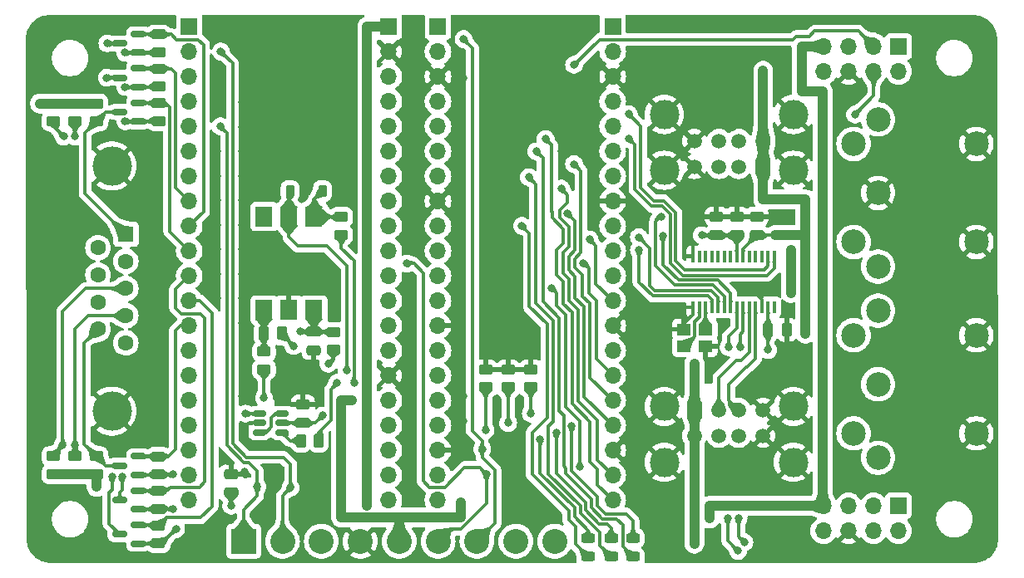
<source format=gtl>
G04 #@! TF.GenerationSoftware,KiCad,Pcbnew,8.0.8*
G04 #@! TF.CreationDate,2025-02-03T03:21:26+01:00*
G04 #@! TF.ProjectId,MiSTeryShield20kRPiPico,4d695354-6572-4795-9368-69656c643230,V1*
G04 #@! TF.SameCoordinates,Original*
G04 #@! TF.FileFunction,Copper,L1,Top*
G04 #@! TF.FilePolarity,Positive*
%FSLAX46Y46*%
G04 Gerber Fmt 4.6, Leading zero omitted, Abs format (unit mm)*
G04 Created by KiCad (PCBNEW 8.0.8) date 2025-02-03 03:21:26*
%MOMM*%
%LPD*%
G01*
G04 APERTURE LIST*
G04 Aperture macros list*
%AMRoundRect*
0 Rectangle with rounded corners*
0 $1 Rounding radius*
0 $2 $3 $4 $5 $6 $7 $8 $9 X,Y pos of 4 corners*
0 Add a 4 corners polygon primitive as box body*
4,1,4,$2,$3,$4,$5,$6,$7,$8,$9,$2,$3,0*
0 Add four circle primitives for the rounded corners*
1,1,$1+$1,$2,$3*
1,1,$1+$1,$4,$5*
1,1,$1+$1,$6,$7*
1,1,$1+$1,$8,$9*
0 Add four rect primitives between the rounded corners*
20,1,$1+$1,$2,$3,$4,$5,0*
20,1,$1+$1,$4,$5,$6,$7,0*
20,1,$1+$1,$6,$7,$8,$9,0*
20,1,$1+$1,$8,$9,$2,$3,0*%
G04 Aperture macros list end*
G04 #@! TA.AperFunction,ComponentPad*
%ADD10R,1.700000X1.700000*%
G04 #@! TD*
G04 #@! TA.AperFunction,ComponentPad*
%ADD11O,1.700000X1.700000*%
G04 #@! TD*
G04 #@! TA.AperFunction,SMDPad,CuDef*
%ADD12RoundRect,0.250000X-0.450000X0.262500X-0.450000X-0.262500X0.450000X-0.262500X0.450000X0.262500X0*%
G04 #@! TD*
G04 #@! TA.AperFunction,SMDPad,CuDef*
%ADD13RoundRect,0.250000X0.450000X-0.262500X0.450000X0.262500X-0.450000X0.262500X-0.450000X-0.262500X0*%
G04 #@! TD*
G04 #@! TA.AperFunction,ComponentPad*
%ADD14R,2.540000X2.540000*%
G04 #@! TD*
G04 #@! TA.AperFunction,ComponentPad*
%ADD15C,2.540000*%
G04 #@! TD*
G04 #@! TA.AperFunction,SMDPad,CuDef*
%ADD16RoundRect,0.250000X-0.475000X0.250000X-0.475000X-0.250000X0.475000X-0.250000X0.475000X0.250000X0*%
G04 #@! TD*
G04 #@! TA.AperFunction,SMDPad,CuDef*
%ADD17RoundRect,0.150000X0.587500X0.150000X-0.587500X0.150000X-0.587500X-0.150000X0.587500X-0.150000X0*%
G04 #@! TD*
G04 #@! TA.AperFunction,SMDPad,CuDef*
%ADD18R,1.400000X1.200000*%
G04 #@! TD*
G04 #@! TA.AperFunction,SMDPad,CuDef*
%ADD19RoundRect,0.243750X-0.456250X0.243750X-0.456250X-0.243750X0.456250X-0.243750X0.456250X0.243750X0*%
G04 #@! TD*
G04 #@! TA.AperFunction,SMDPad,CuDef*
%ADD20RoundRect,0.250000X-0.262500X-0.450000X0.262500X-0.450000X0.262500X0.450000X-0.262500X0.450000X0*%
G04 #@! TD*
G04 #@! TA.AperFunction,SMDPad,CuDef*
%ADD21RoundRect,0.250000X0.475000X-0.250000X0.475000X0.250000X-0.475000X0.250000X-0.475000X-0.250000X0*%
G04 #@! TD*
G04 #@! TA.AperFunction,ComponentPad*
%ADD22C,4.000000*%
G04 #@! TD*
G04 #@! TA.AperFunction,ComponentPad*
%ADD23R,1.600000X1.600000*%
G04 #@! TD*
G04 #@! TA.AperFunction,ComponentPad*
%ADD24C,1.600000*%
G04 #@! TD*
G04 #@! TA.AperFunction,SMDPad,CuDef*
%ADD25R,1.780000X2.000000*%
G04 #@! TD*
G04 #@! TA.AperFunction,ComponentPad*
%ADD26C,2.500000*%
G04 #@! TD*
G04 #@! TA.AperFunction,SMDPad,CuDef*
%ADD27RoundRect,0.225000X0.225000X0.375000X-0.225000X0.375000X-0.225000X-0.375000X0.225000X-0.375000X0*%
G04 #@! TD*
G04 #@! TA.AperFunction,SMDPad,CuDef*
%ADD28RoundRect,0.250000X0.250000X0.475000X-0.250000X0.475000X-0.250000X-0.475000X0.250000X-0.475000X0*%
G04 #@! TD*
G04 #@! TA.AperFunction,ComponentPad*
%ADD29R,1.500000X1.500000*%
G04 #@! TD*
G04 #@! TA.AperFunction,ComponentPad*
%ADD30C,1.500000*%
G04 #@! TD*
G04 #@! TA.AperFunction,ComponentPad*
%ADD31C,3.000000*%
G04 #@! TD*
G04 #@! TA.AperFunction,SMDPad,CuDef*
%ADD32R,0.400000X1.200000*%
G04 #@! TD*
G04 #@! TA.AperFunction,SMDPad,CuDef*
%ADD33RoundRect,0.150000X-0.512500X-0.150000X0.512500X-0.150000X0.512500X0.150000X-0.512500X0.150000X0*%
G04 #@! TD*
G04 #@! TA.AperFunction,ViaPad*
%ADD34C,0.800000*%
G04 #@! TD*
G04 #@! TA.AperFunction,Conductor*
%ADD35C,0.300000*%
G04 #@! TD*
G04 #@! TA.AperFunction,Conductor*
%ADD36C,0.508000*%
G04 #@! TD*
G04 #@! TA.AperFunction,Conductor*
%ADD37C,1.016000*%
G04 #@! TD*
G04 APERTURE END LIST*
D10*
X132122000Y-40390000D03*
D11*
X132122000Y-42930000D03*
X132122000Y-45470000D03*
X132122000Y-48010000D03*
X132122000Y-50550000D03*
X132122000Y-53090000D03*
X132122000Y-55630000D03*
X132122000Y-58170000D03*
X132122000Y-60710000D03*
X132122000Y-63250000D03*
X132122000Y-65790000D03*
X132122000Y-68330000D03*
X132122000Y-70870000D03*
X132122000Y-73410000D03*
X132122000Y-75950000D03*
X132122000Y-78490000D03*
X132122000Y-81030000D03*
X132122000Y-83570000D03*
X132122000Y-86110000D03*
X132122000Y-88650000D03*
D10*
X114341000Y-40400000D03*
D11*
X114341000Y-42940000D03*
X114341000Y-45480000D03*
X114341000Y-48020000D03*
X114341000Y-50560000D03*
X114341000Y-53100000D03*
X114341000Y-55640000D03*
X114341000Y-58180000D03*
X114341000Y-60720000D03*
X114341000Y-63260000D03*
X114341000Y-65800000D03*
X114341000Y-68340000D03*
X114341000Y-70880000D03*
X114341000Y-73420000D03*
X114341000Y-75960000D03*
X114341000Y-78500000D03*
X114341000Y-81040000D03*
X114341000Y-83580000D03*
X114341000Y-86120000D03*
X114341000Y-88660000D03*
D10*
X109342000Y-40390000D03*
D11*
X109342000Y-42930000D03*
X109342000Y-45470000D03*
X109342000Y-48010000D03*
X109342000Y-50550000D03*
X109342000Y-53090000D03*
X109342000Y-55630000D03*
X109342000Y-58170000D03*
X109342000Y-60710000D03*
X109342000Y-63250000D03*
X109342000Y-65790000D03*
X109342000Y-68330000D03*
X109342000Y-70870000D03*
X109342000Y-73410000D03*
X109342000Y-75950000D03*
X109342000Y-78490000D03*
X109342000Y-81030000D03*
X109342000Y-83570000D03*
X109342000Y-86110000D03*
X109342000Y-88650000D03*
D10*
X89022000Y-40390000D03*
D11*
X89022000Y-42930000D03*
X89022000Y-45470000D03*
X89022000Y-48010000D03*
X89022000Y-50550000D03*
X89022000Y-53090000D03*
X89022000Y-55630000D03*
X89022000Y-58170000D03*
X89022000Y-60710000D03*
X89022000Y-63250000D03*
X89022000Y-65790000D03*
X89022000Y-68330000D03*
X89022000Y-70870000D03*
X89022000Y-73410000D03*
X89022000Y-75950000D03*
X89022000Y-78490000D03*
X89022000Y-81030000D03*
X89022000Y-83570000D03*
X89022000Y-86110000D03*
X89022000Y-88650000D03*
D12*
X96632000Y-73520000D03*
X96632000Y-75345000D03*
D13*
X123792000Y-77162500D03*
X123792000Y-75337500D03*
D12*
X85892000Y-91237500D03*
X85892000Y-93062500D03*
D14*
X94552000Y-92850000D03*
D15*
X98512000Y-92850000D03*
X102472000Y-92850000D03*
X106432000Y-92850000D03*
X110392000Y-92850000D03*
X114352000Y-92850000D03*
X118312000Y-92850000D03*
X122272000Y-92850000D03*
X126232000Y-92850000D03*
D16*
X142692000Y-59750000D03*
X142692000Y-61650000D03*
D17*
X83829500Y-93100000D03*
X83829500Y-91200000D03*
X81954500Y-92150000D03*
D13*
X104492000Y-61612500D03*
X104492000Y-59787500D03*
D10*
X161232000Y-42400000D03*
D11*
X161232000Y-44940000D03*
X158692000Y-42400000D03*
X158692000Y-44940000D03*
X156152000Y-42400000D03*
X156152000Y-44940000D03*
X153612000Y-42400000D03*
X153612000Y-44940000D03*
D18*
X141592000Y-71250000D03*
X139392000Y-71250000D03*
X139392000Y-72950000D03*
X141592000Y-72950000D03*
D12*
X85904500Y-44687500D03*
X85904500Y-46512500D03*
D16*
X144759500Y-59750000D03*
X144759500Y-61650000D03*
D19*
X131952000Y-92562500D03*
X131952000Y-94437500D03*
D16*
X146792000Y-59750000D03*
X146792000Y-61650000D03*
D20*
X96619500Y-71670000D03*
X98444500Y-71670000D03*
D12*
X85892000Y-87737500D03*
X85892000Y-89562500D03*
D21*
X101682000Y-73370000D03*
X101682000Y-71470000D03*
D19*
X134192000Y-92562500D03*
X134192000Y-94437500D03*
D22*
X81152331Y-54590000D03*
X81152331Y-79590000D03*
D23*
X82572331Y-61550000D03*
D24*
X82572331Y-64320000D03*
X82572331Y-67090000D03*
X82572331Y-69860000D03*
X82572331Y-72630000D03*
X79732331Y-62935000D03*
X79732331Y-65705000D03*
X79732331Y-68475000D03*
X79732331Y-71245000D03*
D16*
X93292000Y-86000000D03*
X93292000Y-87900000D03*
D10*
X161212000Y-89250000D03*
D11*
X161212000Y-91790000D03*
X158672000Y-89250000D03*
X158672000Y-91790000D03*
X156132000Y-89250000D03*
X156132000Y-91790000D03*
X153592000Y-89250000D03*
X153592000Y-91790000D03*
D12*
X85904500Y-48187500D03*
X85904500Y-50012500D03*
X79592000Y-84187500D03*
X79592000Y-86012500D03*
D25*
X101722000Y-59755000D03*
X99182000Y-59755000D03*
X96642000Y-59755000D03*
X96642000Y-69285000D03*
X99182000Y-69285000D03*
X101722000Y-69285000D03*
D12*
X85892000Y-84237500D03*
X85892000Y-86062500D03*
D13*
X103732000Y-73332500D03*
X103732000Y-71507500D03*
D17*
X83829500Y-89600000D03*
X83829500Y-87700000D03*
X81954500Y-88650000D03*
D26*
X159142000Y-69350000D03*
X159142000Y-76850000D03*
X159142000Y-84350000D03*
X156642000Y-71850000D03*
X156642000Y-81850000D03*
X169142000Y-81850000D03*
X169142000Y-71850000D03*
D12*
X77392000Y-84187500D03*
X77392000Y-86012500D03*
D17*
X83829500Y-86100000D03*
X83829500Y-84200000D03*
X81954500Y-85150000D03*
D13*
X77392000Y-50062500D03*
X77392000Y-48237500D03*
X119202000Y-77162500D03*
X119202000Y-75337500D03*
D27*
X102582000Y-57170000D03*
X99282000Y-57170000D03*
D17*
X83842000Y-46550000D03*
X83842000Y-44650000D03*
X81967000Y-45600000D03*
D19*
X129642000Y-92562500D03*
X129642000Y-94437500D03*
D20*
X100392000Y-82600000D03*
X102217000Y-82600000D03*
D17*
X83842000Y-50050000D03*
X83842000Y-48150000D03*
X81967000Y-49100000D03*
D28*
X149842000Y-71300000D03*
X147942000Y-71300000D03*
D26*
X159142000Y-49850000D03*
X159142000Y-57350000D03*
X159142000Y-64850000D03*
X156642000Y-52350000D03*
X156642000Y-62350000D03*
X169142000Y-62350000D03*
X169142000Y-52350000D03*
D29*
X147442000Y-54680000D03*
D30*
X144942000Y-54680000D03*
X142942000Y-54680000D03*
X140442000Y-54680000D03*
X147442000Y-52060000D03*
X144942000Y-52060000D03*
X142942000Y-52060000D03*
X140442000Y-52060000D03*
D31*
X150512000Y-55030000D03*
X150512000Y-49350000D03*
X137372000Y-55030000D03*
X137372000Y-49350000D03*
D16*
X100592000Y-78900000D03*
X100592000Y-80800000D03*
D17*
X83842000Y-43050000D03*
X83842000Y-41150000D03*
X81967000Y-42100000D03*
D13*
X75192000Y-50062500D03*
X75192000Y-48237500D03*
D12*
X75192000Y-84187500D03*
X75192000Y-86012500D03*
X85904500Y-41187500D03*
X85904500Y-43012500D03*
D13*
X79592000Y-50062500D03*
X79592000Y-48237500D03*
X121492000Y-77162500D03*
X121492000Y-75337500D03*
D29*
X140442000Y-79470000D03*
D30*
X142942000Y-79470000D03*
X144942000Y-79470000D03*
X147442000Y-79470000D03*
X140442000Y-82090000D03*
X142942000Y-82090000D03*
X144942000Y-82090000D03*
X147442000Y-82090000D03*
D31*
X137372000Y-79120000D03*
X137372000Y-84800000D03*
X150512000Y-79120000D03*
X150512000Y-84800000D03*
D32*
X140314500Y-69000000D03*
X140949500Y-69000000D03*
X141584500Y-69000000D03*
X142219500Y-69000000D03*
X142854500Y-69000000D03*
X143489500Y-69000000D03*
X144124500Y-69000000D03*
X144759500Y-69000000D03*
X145394500Y-69000000D03*
X146029500Y-69000000D03*
X146664500Y-69000000D03*
X147299500Y-69000000D03*
X147934500Y-69000000D03*
X148569500Y-69000000D03*
X148569500Y-63800000D03*
X147934500Y-63800000D03*
X147299500Y-63800000D03*
X146664500Y-63800000D03*
X146029500Y-63800000D03*
X145394500Y-63800000D03*
X144759500Y-63800000D03*
X144124500Y-63800000D03*
X143489500Y-63800000D03*
X142854500Y-63800000D03*
X142219500Y-63800000D03*
X141584500Y-63800000D03*
X140949500Y-63800000D03*
X140314500Y-63800000D03*
D33*
X96204500Y-79850000D03*
X96204500Y-80800000D03*
X96204500Y-81750000D03*
X98479500Y-81750000D03*
X98479500Y-80800000D03*
X98479500Y-79850000D03*
D34*
X76242000Y-51600000D03*
X80692000Y-42100000D03*
X76142000Y-83050000D03*
X81192000Y-86300000D03*
X82192003Y-86300000D03*
X77392000Y-83050000D03*
X77392000Y-51600000D03*
X80642000Y-45600000D03*
X170892000Y-88600000D03*
X74892000Y-94600000D03*
X161892000Y-50600000D03*
X164392000Y-75600000D03*
X166892000Y-55600000D03*
X91892000Y-55600000D03*
X166892000Y-58100000D03*
X164392000Y-60600000D03*
X82892000Y-39600000D03*
X84892000Y-39600000D03*
X72892000Y-92600000D03*
X72892000Y-82600000D03*
X166892000Y-78100000D03*
X72892000Y-84600000D03*
X99392000Y-43100000D03*
X156892000Y-65600000D03*
X99392000Y-50600000D03*
X164392000Y-53100000D03*
X136892000Y-75600000D03*
X161892000Y-63100000D03*
X141892000Y-45600000D03*
X144392000Y-50600000D03*
X72892000Y-50600000D03*
X134892000Y-39600000D03*
X168892000Y-94600000D03*
X160892000Y-39600000D03*
X72892000Y-52600000D03*
X161892000Y-58100000D03*
X170892000Y-68600000D03*
X91892000Y-60600000D03*
X72892000Y-70600000D03*
X168892000Y-39600000D03*
X116892000Y-45600000D03*
X148892000Y-39600000D03*
X94392000Y-53100000D03*
X104392000Y-48100000D03*
X84392000Y-58100000D03*
X72892000Y-54600000D03*
X91892000Y-53100000D03*
X72892000Y-60600000D03*
X119392000Y-58100000D03*
X169392000Y-58100000D03*
X166892000Y-48100000D03*
X76892000Y-39600000D03*
X144892000Y-39600000D03*
X161892000Y-55600000D03*
X164392000Y-68100000D03*
X144392000Y-48100000D03*
X94392000Y-48100000D03*
X112892000Y-94600000D03*
X72892000Y-64600000D03*
X121892000Y-58100000D03*
X80892000Y-94600000D03*
X104892000Y-39600000D03*
X156892000Y-68100000D03*
X139792000Y-62200000D03*
X121892000Y-50600000D03*
X96892000Y-55600000D03*
X101892000Y-53100000D03*
X166892000Y-50600000D03*
X140892000Y-39600000D03*
X164392000Y-65600000D03*
X156892000Y-78100000D03*
X78892000Y-39600000D03*
X92892000Y-84650000D03*
X116892000Y-80600000D03*
X104392000Y-53100000D03*
X119392000Y-63100000D03*
X156892000Y-39600000D03*
X164392000Y-80600000D03*
X164392000Y-50600000D03*
X99892000Y-94600000D03*
X90892000Y-39600000D03*
X72892000Y-42600000D03*
X164392000Y-55600000D03*
X164892000Y-39600000D03*
X94642000Y-81300000D03*
X161892000Y-65600000D03*
X129392000Y-53100000D03*
X164392000Y-83100000D03*
X158892000Y-39600000D03*
X96892000Y-65600000D03*
X84392000Y-63100000D03*
X162892000Y-39600000D03*
X160892000Y-94600000D03*
X86892000Y-39600000D03*
X142142000Y-74850000D03*
X72892000Y-88600000D03*
X164392000Y-78100000D03*
X124392000Y-73100000D03*
X134392000Y-78100000D03*
X96892000Y-43100000D03*
X170892000Y-44600000D03*
X142892000Y-39600000D03*
X150892000Y-39600000D03*
X166892000Y-68100000D03*
X126892000Y-45600000D03*
X169392000Y-75600000D03*
X164392000Y-85600000D03*
X74892000Y-39600000D03*
X146892000Y-94600000D03*
X169392000Y-65600000D03*
X124892000Y-39600000D03*
X79392000Y-73100000D03*
X170892000Y-48600000D03*
X170892000Y-58600000D03*
X161892000Y-78100000D03*
X100892000Y-39600000D03*
X161892000Y-75600000D03*
X146242000Y-67150000D03*
X148892000Y-94600000D03*
X161892000Y-70600000D03*
X72892000Y-72600000D03*
X170892000Y-92600000D03*
X79392000Y-75600000D03*
X136892000Y-39600000D03*
X126892000Y-53100000D03*
X126892000Y-50600000D03*
X78892000Y-94600000D03*
X120892000Y-94600000D03*
X96892000Y-48100000D03*
X96892000Y-53100000D03*
X154892000Y-94600000D03*
X97792000Y-83050000D03*
X166892000Y-60600000D03*
X84392000Y-65600000D03*
X169392000Y-68100000D03*
X170892000Y-84600000D03*
X149392000Y-75600000D03*
X94892000Y-39600000D03*
X72892000Y-58600000D03*
X166892000Y-94600000D03*
X98442000Y-78150000D03*
X169392000Y-78100000D03*
X101892000Y-48100000D03*
X142892000Y-94600000D03*
X170892000Y-86600000D03*
X72892000Y-62600000D03*
X156892000Y-55600000D03*
X121892000Y-65600000D03*
X134392000Y-75600000D03*
X170892000Y-54600000D03*
X96892000Y-50600000D03*
X138892000Y-39600000D03*
X154892000Y-39600000D03*
X72892000Y-68600000D03*
X121892000Y-63100000D03*
X90892000Y-94600000D03*
X94392000Y-63100000D03*
X166892000Y-39600000D03*
X170892000Y-90600000D03*
X91892000Y-68100000D03*
X84392000Y-80600000D03*
X84392000Y-53100000D03*
X144392000Y-85600000D03*
X96892000Y-63100000D03*
X166892000Y-70600000D03*
X94392000Y-50600000D03*
X81892000Y-83100000D03*
X72892000Y-74600000D03*
X91892000Y-58100000D03*
X124392000Y-45600000D03*
X101692000Y-75250000D03*
X84892000Y-94600000D03*
X84392000Y-60600000D03*
X159392000Y-73100000D03*
X79392000Y-60600000D03*
X72892000Y-90600000D03*
X136892000Y-94600000D03*
X91892000Y-65600000D03*
X156892000Y-75600000D03*
X123892000Y-94600000D03*
X94692000Y-85800000D03*
X170892000Y-78600000D03*
X170892000Y-60600000D03*
X72892000Y-56600000D03*
X148242000Y-67150000D03*
X119392000Y-45600000D03*
X94392000Y-68100000D03*
X84392000Y-55600000D03*
X169392000Y-55600000D03*
X84392000Y-75600000D03*
X143342000Y-71000000D03*
X158892000Y-94600000D03*
X161892000Y-85600000D03*
X84392000Y-68100000D03*
X141892000Y-50600000D03*
X116892000Y-94600000D03*
X72892000Y-76600000D03*
X166892000Y-73100000D03*
X99392000Y-65600000D03*
X76892000Y-94600000D03*
X120892000Y-39600000D03*
X141892000Y-85600000D03*
X108892000Y-94600000D03*
X140892000Y-94600000D03*
X138892000Y-94600000D03*
X81892000Y-58100000D03*
X91892000Y-63100000D03*
X170892000Y-76600000D03*
X169392000Y-48100000D03*
X99392000Y-48100000D03*
X127892000Y-94600000D03*
X118892000Y-39600000D03*
X72892000Y-78600000D03*
X161892000Y-60600000D03*
X72892000Y-86600000D03*
X121892000Y-73100000D03*
X170892000Y-66600000D03*
X88892000Y-94600000D03*
X72892000Y-66600000D03*
X101892000Y-50600000D03*
X119392000Y-65600000D03*
X72892000Y-80600000D03*
X166892000Y-75600000D03*
X101892000Y-43100000D03*
X104392000Y-50600000D03*
X134392000Y-73100000D03*
X94392000Y-58100000D03*
X86892000Y-94600000D03*
X170892000Y-74600000D03*
X121892000Y-45600000D03*
X164392000Y-58100000D03*
X164392000Y-70600000D03*
X156892000Y-58100000D03*
X102892000Y-39600000D03*
X170892000Y-46600000D03*
X96892000Y-39600000D03*
X94392000Y-70600000D03*
X94392000Y-65600000D03*
X91892000Y-48100000D03*
X84392000Y-70600000D03*
X161892000Y-73100000D03*
X166892000Y-65600000D03*
X152892000Y-39600000D03*
X136892000Y-70600000D03*
X72892000Y-46600000D03*
X169392000Y-85600000D03*
X122892000Y-39600000D03*
X81892000Y-75600000D03*
X170892000Y-42600000D03*
X84392000Y-73100000D03*
X161892000Y-53100000D03*
X146892000Y-39600000D03*
X170892000Y-56600000D03*
X152892000Y-94600000D03*
X116892000Y-39600000D03*
X166892000Y-85600000D03*
X141892000Y-48100000D03*
X170892000Y-64600000D03*
X92892000Y-39600000D03*
X94392000Y-78100000D03*
X161892000Y-80600000D03*
X136892000Y-73100000D03*
X146892000Y-75600000D03*
X116322000Y-70880000D03*
X164392000Y-73100000D03*
X144392000Y-45600000D03*
X119392000Y-50600000D03*
X128892000Y-39600000D03*
X150892000Y-94600000D03*
X126892000Y-39600000D03*
X164392000Y-63100000D03*
X146892000Y-85600000D03*
X161892000Y-48100000D03*
X98892000Y-39600000D03*
X111442000Y-83500000D03*
X94392000Y-55600000D03*
X94392000Y-60600000D03*
X82892000Y-94600000D03*
X104392000Y-43100000D03*
X104892000Y-94600000D03*
X161892000Y-68100000D03*
X164892000Y-94600000D03*
X104392000Y-55600000D03*
X162892000Y-94600000D03*
X72892000Y-44600000D03*
X164392000Y-48100000D03*
X156892000Y-94600000D03*
X170892000Y-50600000D03*
X116892000Y-78100000D03*
X99392000Y-53100000D03*
X101892000Y-65600000D03*
X80892000Y-39600000D03*
X79592000Y-87300000D03*
X147442000Y-44900000D03*
X151742000Y-71700000D03*
X93292000Y-89250000D03*
X140442000Y-74750000D03*
X107142000Y-89200000D03*
X73829500Y-48237500D03*
X140442000Y-93100000D03*
X105042000Y-75475000D03*
X116942000Y-41650000D03*
X118842000Y-83450000D03*
X96632000Y-78250000D03*
X82492000Y-43050000D03*
X116642000Y-88900000D03*
X141992000Y-90550000D03*
X102592000Y-80050000D03*
X82492000Y-50050000D03*
X99642000Y-72950000D03*
X87379500Y-89562500D03*
X105592000Y-78490000D03*
X100292000Y-71470000D03*
X87692000Y-91600000D03*
X87342000Y-86062500D03*
X82492000Y-46550000D03*
X143842000Y-90500000D03*
X99342000Y-87400000D03*
X144892000Y-93850000D03*
X92242000Y-42930000D03*
X94742000Y-79850000D03*
X95942000Y-87300000D03*
X92192000Y-50550000D03*
X144942000Y-90500000D03*
X145542000Y-92950000D03*
X111142000Y-64550000D03*
X119292000Y-86050000D03*
X125867000Y-67050000D03*
X128792000Y-85300000D03*
X127942000Y-81150000D03*
X123792000Y-79850000D03*
X126392000Y-81800000D03*
X121492000Y-80800000D03*
X119192000Y-81550000D03*
X124742000Y-82450000D03*
X133742000Y-49300000D03*
X125292000Y-51850000D03*
X128192000Y-54400000D03*
X133742000Y-51800000D03*
X129767000Y-62075000D03*
X127542000Y-59450000D03*
X126892000Y-56900000D03*
X156792000Y-49350000D03*
X145092000Y-73100000D03*
X143917000Y-73075000D03*
X137242000Y-61750000D03*
X134792000Y-63150000D03*
X137042000Y-59750000D03*
X134792000Y-61850000D03*
X103192000Y-74750000D03*
X104092000Y-76700000D03*
X128192000Y-44300000D03*
X129142000Y-64500000D03*
X124342000Y-53100000D03*
X123592000Y-55750000D03*
X122892000Y-60700000D03*
X105792000Y-76700000D03*
X141192000Y-61650000D03*
X150242000Y-67550000D03*
X150242000Y-63150000D03*
X147942000Y-73350000D03*
D35*
X87642000Y-67170000D02*
X89022000Y-65790000D01*
X87642000Y-69050000D02*
X87642000Y-67170000D01*
X88242000Y-69650000D02*
X87642000Y-69050000D01*
X90592000Y-70100000D02*
X90142000Y-69650000D01*
X90592000Y-86800000D02*
X90592000Y-70100000D01*
X90042000Y-87350000D02*
X90592000Y-86800000D01*
X87092000Y-87350000D02*
X90042000Y-87350000D01*
X86704500Y-87737500D02*
X87092000Y-87350000D01*
X85892000Y-87737500D02*
X86704500Y-87737500D01*
X90142000Y-69650000D02*
X88242000Y-69650000D01*
X81967000Y-49100000D02*
X80554500Y-49100000D01*
X78442000Y-57419669D02*
X78442000Y-51212500D01*
X80554500Y-49100000D02*
X79592000Y-50062500D01*
X78442000Y-51212500D02*
X79592000Y-50062500D01*
X82572331Y-61550000D02*
X78442000Y-57419669D01*
X75192000Y-50550000D02*
X75192000Y-50062500D01*
X81967000Y-42100000D02*
X80692000Y-42100000D01*
X76242000Y-51600000D02*
X75192000Y-50550000D01*
X80867000Y-87925000D02*
X80867000Y-91062500D01*
X76142000Y-83050000D02*
X76142000Y-69400000D01*
X76142000Y-83050000D02*
X75192000Y-84000000D01*
X80867000Y-91062500D02*
X81954500Y-92150000D01*
X81192000Y-87600000D02*
X80867000Y-87925000D01*
X78452000Y-67090000D02*
X82572331Y-67090000D01*
X81192000Y-86300000D02*
X81192000Y-87600000D01*
X76142000Y-69400000D02*
X78452000Y-67090000D01*
X82192003Y-87649997D02*
X81954500Y-87887500D01*
X78732000Y-69860000D02*
X77392000Y-71200000D01*
X77392000Y-71200000D02*
X77392000Y-83050000D01*
X81954500Y-87887500D02*
X81954500Y-88650000D01*
X77392000Y-83050000D02*
X77392000Y-84187500D01*
X82572331Y-69860000D02*
X78732000Y-69860000D01*
X82192003Y-86300000D02*
X82192003Y-87649997D01*
X81967000Y-45600000D02*
X80642000Y-45600000D01*
X77392000Y-51600000D02*
X77392000Y-50062500D01*
X79732331Y-71245000D02*
X78342000Y-72635331D01*
X81954500Y-85150000D02*
X80554500Y-85150000D01*
X78342000Y-82937500D02*
X79592000Y-84187500D01*
X80554500Y-85150000D02*
X79592000Y-84187500D01*
X78342000Y-72635331D02*
X78342000Y-82937500D01*
X101722000Y-59755000D02*
X101722000Y-58030000D01*
X104492000Y-59787500D02*
X101754500Y-59787500D01*
X101722000Y-58030000D02*
X102582000Y-57170000D01*
D36*
X99182000Y-65810000D02*
X99392000Y-65600000D01*
X99182000Y-69285000D02*
X99182000Y-65810000D01*
D35*
X140314500Y-69727500D02*
X139392000Y-70650000D01*
X147299500Y-68207500D02*
X146242000Y-67150000D01*
X96204500Y-80800000D02*
X95142000Y-80800000D01*
X94492000Y-86000000D02*
X94692000Y-85800000D01*
X139392000Y-70650000D02*
X139392000Y-71250000D01*
X93292000Y-86000000D02*
X94492000Y-86000000D01*
X93292000Y-85050000D02*
X92892000Y-84650000D01*
X140314500Y-69000000D02*
X140314500Y-69727500D01*
X147299500Y-69000000D02*
X147299500Y-68207500D01*
X93292000Y-86000000D02*
X93292000Y-85050000D01*
X95142000Y-80800000D02*
X94642000Y-81300000D01*
X101682000Y-75240000D02*
X101692000Y-75250000D01*
X101682000Y-73370000D02*
X101682000Y-75240000D01*
X140314500Y-62722500D02*
X139792000Y-62200000D01*
X140314500Y-63800000D02*
X140314500Y-62722500D01*
D37*
X147442000Y-52060000D02*
X147442000Y-54680000D01*
X75192000Y-48237500D02*
X73829500Y-48237500D01*
D35*
X145394500Y-63800000D02*
X145394500Y-63047500D01*
D37*
X140442000Y-79470000D02*
X140442000Y-74750000D01*
X147442000Y-52060000D02*
X147442000Y-44900000D01*
X109342000Y-40390000D02*
X107152000Y-40390000D01*
X151592000Y-61650000D02*
X148642000Y-61650000D01*
X79592000Y-48237500D02*
X73829500Y-48237500D01*
X79592000Y-86012500D02*
X79592000Y-87300000D01*
D35*
X146792000Y-61650000D02*
X148642000Y-61650000D01*
D37*
X151742000Y-58000000D02*
X147442000Y-58000000D01*
D35*
X93292000Y-87900000D02*
X93292000Y-89250000D01*
X145394500Y-63047500D02*
X146792000Y-61650000D01*
D37*
X151742000Y-61500000D02*
X151742000Y-58000000D01*
X147442000Y-58000000D02*
X147442000Y-54680000D01*
X107152000Y-40390000D02*
X107142000Y-40400000D01*
X151742000Y-71700000D02*
X151742000Y-61500000D01*
X107142000Y-40400000D02*
X107142000Y-89200000D01*
X140442000Y-79470000D02*
X140442000Y-93100000D01*
X75192000Y-86012500D02*
X79592000Y-86012500D01*
D35*
X105092000Y-64800000D02*
X103042000Y-62750000D01*
X100092000Y-62750000D02*
X99182000Y-61840000D01*
X105042000Y-75475000D02*
X105092000Y-75425000D01*
X105092000Y-75425000D02*
X105092000Y-64800000D01*
X99182000Y-59755000D02*
X99182000Y-57270000D01*
X99182000Y-61840000D02*
X99182000Y-59755000D01*
X103042000Y-62750000D02*
X100092000Y-62750000D01*
X117842000Y-81600000D02*
X117842000Y-42550000D01*
X118842000Y-84300000D02*
X120142000Y-85600000D01*
X118842000Y-83450000D02*
X118842000Y-82600000D01*
X118842000Y-82600000D02*
X117842000Y-81600000D01*
X120142000Y-91020000D02*
X118312000Y-92850000D01*
X120142000Y-85600000D02*
X120142000Y-91020000D01*
X117842000Y-42550000D02*
X116942000Y-41650000D01*
X118842000Y-83350000D02*
X118842000Y-84300000D01*
X96632000Y-75345000D02*
X96632000Y-78250000D01*
X83842000Y-43050000D02*
X85867000Y-43050000D01*
X83842000Y-50050000D02*
X85867000Y-50050000D01*
X85892000Y-89562500D02*
X87379500Y-89562500D01*
X83842000Y-43050000D02*
X82492000Y-43050000D01*
D37*
X153492000Y-73350000D02*
X153492000Y-89150000D01*
X153492000Y-46950000D02*
X153492000Y-58650000D01*
D35*
X100592000Y-80800000D02*
X98479500Y-80800000D01*
D37*
X153492000Y-58650000D02*
X153492000Y-73350000D01*
X141992000Y-89250000D02*
X141992000Y-90550000D01*
X116642000Y-90386604D02*
X116578604Y-90450000D01*
D35*
X83842000Y-50050000D02*
X82492000Y-50050000D01*
X101722000Y-69285000D02*
X101722000Y-71430000D01*
D37*
X151342000Y-42400000D02*
X151342000Y-46950000D01*
D35*
X83842000Y-46550000D02*
X82492000Y-46550000D01*
X83829500Y-86100000D02*
X85854500Y-86100000D01*
X83829500Y-93100000D02*
X85854500Y-93100000D01*
D37*
X110442000Y-90450000D02*
X110392000Y-90500000D01*
D35*
X100292000Y-71470000D02*
X101682000Y-71470000D01*
X83829500Y-89600000D02*
X85854500Y-89600000D01*
D37*
X153612000Y-42400000D02*
X151342000Y-42400000D01*
D35*
X103732000Y-71507500D02*
X101719500Y-71507500D01*
D37*
X110392000Y-90500000D02*
X110392000Y-92850000D01*
X116578604Y-90450000D02*
X110442000Y-90450000D01*
D35*
X87342000Y-86062500D02*
X85892000Y-86062500D01*
X101842000Y-80800000D02*
X100592000Y-80800000D01*
D37*
X151342000Y-46950000D02*
X153492000Y-46950000D01*
D35*
X83842000Y-46550000D02*
X85867000Y-46550000D01*
X98444500Y-71752500D02*
X99642000Y-72950000D01*
D37*
X110442000Y-90450000D02*
X104492000Y-90450000D01*
X116642000Y-88900000D02*
X116642000Y-90386604D01*
X104492000Y-78500000D02*
X104502000Y-78490000D01*
D35*
X87692000Y-91600000D02*
X86229500Y-93062500D01*
X102592000Y-80050000D02*
X101842000Y-80800000D01*
D37*
X153592000Y-89250000D02*
X141992000Y-89250000D01*
X104502000Y-78490000D02*
X105592000Y-78490000D01*
X104492000Y-90450000D02*
X104492000Y-78500000D01*
D35*
X98512000Y-92850000D02*
X98512000Y-88230000D01*
X98642000Y-84300000D02*
X94842000Y-84300000D01*
X99342000Y-87400000D02*
X99342000Y-85000000D01*
X98512000Y-88230000D02*
X99342000Y-87400000D01*
X93442000Y-44150000D02*
X92242000Y-42950000D01*
X144892000Y-93850000D02*
X143842000Y-92800000D01*
X99342000Y-85000000D02*
X98642000Y-84300000D01*
X94842000Y-84300000D02*
X93442000Y-82900000D01*
X143842000Y-92800000D02*
X143842000Y-90500000D01*
X93442000Y-82900000D02*
X93442000Y-44150000D01*
X87642000Y-56790000D02*
X89022000Y-58170000D01*
X87642000Y-45100000D02*
X87642000Y-56790000D01*
X87229500Y-44687500D02*
X87642000Y-45100000D01*
X83842000Y-44650000D02*
X85867000Y-44650000D01*
X85904500Y-44687500D02*
X87229500Y-44687500D01*
X90492000Y-59240000D02*
X89022000Y-60710000D01*
X87692000Y-41700000D02*
X89942000Y-41700000D01*
X85904500Y-41187500D02*
X87179500Y-41187500D01*
X83842000Y-41150000D02*
X85867000Y-41150000D01*
X87179500Y-41187500D02*
X87692000Y-41700000D01*
X89942000Y-41700000D02*
X90492000Y-42250000D01*
X90492000Y-42250000D02*
X90492000Y-59240000D01*
X83842000Y-48150000D02*
X85867000Y-48150000D01*
X87042000Y-48600000D02*
X87042000Y-61270000D01*
X87042000Y-61270000D02*
X89022000Y-63250000D01*
X86629500Y-48187500D02*
X87042000Y-48600000D01*
X85904500Y-48187500D02*
X86629500Y-48187500D01*
X83829500Y-87700000D02*
X85854500Y-87700000D01*
X91342000Y-89300000D02*
X91342000Y-69600000D01*
X91342000Y-69600000D02*
X90072000Y-68330000D01*
X86679500Y-90450000D02*
X90192000Y-90450000D01*
X83829500Y-91200000D02*
X85854500Y-91200000D01*
X85892000Y-91237500D02*
X86679500Y-90450000D01*
X90072000Y-68330000D02*
X89022000Y-68330000D01*
X90192000Y-90450000D02*
X91342000Y-89300000D01*
X87642000Y-83500000D02*
X87642000Y-71350000D01*
X88122000Y-70870000D02*
X89022000Y-70870000D01*
X87642000Y-71350000D02*
X88122000Y-70870000D01*
X83829500Y-84200000D02*
X85854500Y-84200000D01*
X86904500Y-84237500D02*
X87642000Y-83500000D01*
X85892000Y-84237500D02*
X86904500Y-84237500D01*
X94742000Y-79850000D02*
X96204500Y-79850000D01*
X95942000Y-87300000D02*
X95942000Y-85700000D01*
X95942000Y-87300000D02*
X95942000Y-88250000D01*
X92842000Y-83100000D02*
X92842000Y-51200000D01*
X94542000Y-84800000D02*
X92842000Y-83100000D01*
X95042000Y-84800000D02*
X94542000Y-84800000D01*
X94552000Y-89640000D02*
X94552000Y-92850000D01*
X95942000Y-85700000D02*
X95042000Y-84800000D01*
X95942000Y-88250000D02*
X94552000Y-89640000D01*
X92842000Y-51200000D02*
X92192000Y-50550000D01*
X115042000Y-87350000D02*
X113492000Y-87350000D01*
X144942000Y-90500000D02*
X144942000Y-92350000D01*
X113492000Y-87350000D02*
X112842000Y-86700000D01*
X112842000Y-65500000D02*
X111892000Y-64550000D01*
X119292000Y-88950000D02*
X116642000Y-91600000D01*
X119292000Y-86050000D02*
X118592000Y-85350000D01*
X116642000Y-91600000D02*
X115602000Y-91600000D01*
X111892000Y-64550000D02*
X111192000Y-64550000D01*
X144942000Y-92350000D02*
X145542000Y-92950000D01*
X117042000Y-85350000D02*
X115042000Y-87350000D01*
X115602000Y-91600000D02*
X114352000Y-92850000D01*
X112842000Y-86700000D02*
X112842000Y-65500000D01*
X118592000Y-85350000D02*
X117042000Y-85350000D01*
X119292000Y-86050000D02*
X119292000Y-88950000D01*
X127342000Y-79150000D02*
X127342000Y-69750000D01*
X127342000Y-69750000D02*
X126392000Y-68800000D01*
X128792000Y-85300000D02*
X128792000Y-80600000D01*
X128792000Y-80600000D02*
X127342000Y-79150000D01*
X126392000Y-68800000D02*
X126392000Y-67575000D01*
X126392000Y-67575000D02*
X125867000Y-67050000D01*
X97792000Y-79850000D02*
X97392000Y-80250000D01*
X96866999Y-81750000D02*
X96204500Y-81750000D01*
X98479500Y-79850000D02*
X97792000Y-79850000D01*
X97392000Y-80250000D02*
X97392000Y-81224999D01*
X97392000Y-81224999D02*
X96866999Y-81750000D01*
X141584500Y-69000000D02*
X141584500Y-71242500D01*
X139492000Y-72950000D02*
X140492000Y-71950000D01*
X140949500Y-69992500D02*
X140949500Y-69000000D01*
X140492000Y-71950000D02*
X140492000Y-70450000D01*
X140492000Y-70450000D02*
X140949500Y-69992500D01*
X134192000Y-90750000D02*
X133492000Y-90050000D01*
X127942000Y-85700000D02*
X127942000Y-81150000D01*
X130542000Y-89200000D02*
X130542000Y-88300000D01*
X133492000Y-90050000D02*
X131392000Y-90050000D01*
X134192000Y-92562500D02*
X134192000Y-90750000D01*
X130542000Y-88300000D02*
X127942000Y-85700000D01*
X123792000Y-79850000D02*
X123792000Y-77162500D01*
X131392000Y-90050000D02*
X130542000Y-89200000D01*
X131952000Y-92562500D02*
X131952000Y-91510000D01*
X126392000Y-85950000D02*
X126392000Y-81800000D01*
X121492000Y-80800000D02*
X121492000Y-77162500D01*
X129342000Y-89700000D02*
X129342000Y-88900000D01*
X130742000Y-91100000D02*
X129342000Y-89700000D01*
X129342000Y-88900000D02*
X126392000Y-85950000D01*
X131952000Y-91510000D02*
X131542000Y-91100000D01*
X131542000Y-91100000D02*
X130742000Y-91100000D01*
X128242000Y-89450000D02*
X124742000Y-85950000D01*
X119192000Y-81550000D02*
X119202000Y-81540000D01*
X119202000Y-81540000D02*
X119202000Y-77162500D01*
X124742000Y-85950000D02*
X124742000Y-82450000D01*
X128242000Y-90350000D02*
X128242000Y-89450000D01*
X129642000Y-91750000D02*
X128242000Y-90350000D01*
X129642000Y-92562500D02*
X129642000Y-91750000D01*
X147934500Y-64807500D02*
X147934500Y-63800000D01*
X139442000Y-65200000D02*
X147542000Y-65200000D01*
X134992000Y-50550000D02*
X134992000Y-56850000D01*
X138542000Y-64300000D02*
X139442000Y-65200000D01*
X134992000Y-56850000D02*
X136292000Y-58150000D01*
X136292000Y-58150000D02*
X137342000Y-58150000D01*
X147542000Y-65200000D02*
X147934500Y-64807500D01*
X138542000Y-59350000D02*
X138542000Y-64300000D01*
X137342000Y-58150000D02*
X138542000Y-59350000D01*
X133742000Y-49300000D02*
X134992000Y-50550000D01*
X127092000Y-62500000D02*
X127092000Y-61050000D01*
X127092000Y-61050000D02*
X125942000Y-59900000D01*
X126442000Y-65700000D02*
X126442000Y-63150000D01*
X125892000Y-59250000D02*
X125892000Y-52450000D01*
X127992000Y-69550000D02*
X127092000Y-68650000D01*
X125942000Y-59300000D02*
X125892000Y-59250000D01*
X127092000Y-66350000D02*
X126442000Y-65700000D01*
X129792000Y-80650000D02*
X127992000Y-78850000D01*
X127092000Y-68650000D02*
X127092000Y-66350000D01*
X132122000Y-88660000D02*
X130542000Y-87080000D01*
X130542000Y-87080000D02*
X130542000Y-85500000D01*
X126442000Y-63150000D02*
X127092000Y-62500000D01*
X130542000Y-85500000D02*
X129792000Y-84750000D01*
X125892000Y-52450000D02*
X125292000Y-51850000D01*
X127992000Y-78850000D02*
X127992000Y-69550000D01*
X125942000Y-59900000D02*
X125942000Y-59300000D01*
X129792000Y-84750000D02*
X129792000Y-80650000D01*
X128242000Y-64900000D02*
X128242000Y-64100000D01*
X129067000Y-67875000D02*
X129067000Y-65725000D01*
X129792000Y-76170000D02*
X129792000Y-68600000D01*
X129067000Y-65725000D02*
X128242000Y-64900000D01*
X128242000Y-64100000D02*
X128892000Y-63450000D01*
X128892000Y-63450000D02*
X128892000Y-55100000D01*
X128892000Y-55100000D02*
X128192000Y-54400000D01*
X132122000Y-78500000D02*
X129792000Y-76170000D01*
X129792000Y-68600000D02*
X129067000Y-67875000D01*
X134392000Y-57000000D02*
X136092000Y-58700000D01*
X139242000Y-65750000D02*
X147842000Y-65750000D01*
X147842000Y-65750000D02*
X148569500Y-65022500D01*
X133742000Y-51800000D02*
X134392000Y-52450000D01*
X137992000Y-59550000D02*
X137992000Y-64500000D01*
X148569500Y-65022500D02*
X148569500Y-63800000D01*
X134392000Y-52450000D02*
X134392000Y-57000000D01*
X136092000Y-58700000D02*
X137142000Y-58700000D01*
X137992000Y-64500000D02*
X139242000Y-65750000D01*
X137142000Y-58700000D02*
X137992000Y-59550000D01*
X130392000Y-66610000D02*
X130392000Y-62700000D01*
X130392000Y-62700000D02*
X129767000Y-62075000D01*
X132122000Y-68340000D02*
X130392000Y-66610000D01*
X132122000Y-81040000D02*
X129192000Y-78110000D01*
X129192000Y-68950000D02*
X128292000Y-68050000D01*
X129192000Y-78110000D02*
X129192000Y-68950000D01*
X128292000Y-63150000D02*
X128292000Y-60200000D01*
X127642000Y-65200000D02*
X127642000Y-63800000D01*
X127642000Y-63800000D02*
X128292000Y-63150000D01*
X128292000Y-68050000D02*
X128292000Y-65850000D01*
X128292000Y-60200000D02*
X127542000Y-59450000D01*
X128292000Y-65850000D02*
X127642000Y-65200000D01*
X127092000Y-63400000D02*
X127642000Y-62850000D01*
X126742000Y-59125000D02*
X127542000Y-58325000D01*
X127692000Y-68350000D02*
X127692000Y-66100000D01*
X127642000Y-62850000D02*
X127642000Y-60800000D01*
X127542000Y-57700000D02*
X127542000Y-57550000D01*
X128592000Y-78550000D02*
X128592000Y-69250000D01*
X127542000Y-58325000D02*
X127542000Y-57700000D01*
X128592000Y-69250000D02*
X127692000Y-68350000D01*
X127692000Y-66100000D02*
X127092000Y-65500000D01*
X132122000Y-86120000D02*
X130542000Y-84540000D01*
X127642000Y-60800000D02*
X126742000Y-59900000D01*
X130542000Y-84540000D02*
X130542000Y-80500000D01*
X126742000Y-59900000D02*
X126742000Y-59125000D01*
X127542000Y-57550000D02*
X126892000Y-56900000D01*
X127092000Y-65500000D02*
X127092000Y-63400000D01*
X130542000Y-80500000D02*
X128592000Y-78550000D01*
X156792000Y-49350000D02*
X158692000Y-47450000D01*
X158692000Y-47450000D02*
X158692000Y-44940000D01*
X143942000Y-76900000D02*
X145711131Y-75130869D01*
X146664500Y-71952301D02*
X146664500Y-73029698D01*
X143942000Y-77420282D02*
X143942000Y-77316129D01*
X143942000Y-78470000D02*
X143942000Y-77420282D01*
X146664500Y-73150338D02*
X146664500Y-73330285D01*
X146664500Y-73829993D02*
X146664500Y-74227500D01*
X146664500Y-74227500D02*
X145817000Y-75075000D01*
X146664500Y-69000000D02*
X146664500Y-71952301D01*
X144942000Y-79470000D02*
X143942000Y-78470000D01*
X146664500Y-73330285D02*
X146664500Y-73829993D01*
X143942000Y-77316129D02*
X143942000Y-76900000D01*
X146664500Y-73150338D02*
X146664500Y-73029698D01*
X145711131Y-75130869D02*
X145761131Y-75130869D01*
X145761131Y-75130869D02*
X145817000Y-75075000D01*
X145394500Y-71497500D02*
X145394500Y-71132500D01*
X145092000Y-72145352D02*
X145092000Y-72337159D01*
X145092000Y-72145352D02*
X145092000Y-71800000D01*
X145394500Y-70915434D02*
X145394500Y-71132500D01*
X145092000Y-71800000D02*
X145394500Y-71497500D01*
X145394500Y-69000000D02*
X145394500Y-70915434D01*
X145092000Y-72337159D02*
X145092000Y-73100000D01*
X143917000Y-72246303D02*
X143917000Y-73075000D01*
X143917000Y-72014115D02*
X143917000Y-71975000D01*
X143917000Y-72014115D02*
X143917000Y-72246303D01*
X144759500Y-71132500D02*
X144759500Y-69000000D01*
X143917000Y-71975000D02*
X144759500Y-71132500D01*
X146029500Y-69000000D02*
X146029500Y-71952301D01*
X145080262Y-74450000D02*
X145192000Y-74450000D01*
X142942000Y-79470000D02*
X142942000Y-77420282D01*
X144692000Y-74450000D02*
X145080262Y-74450000D01*
X146029500Y-71952301D02*
X146029500Y-73029698D01*
X146029500Y-73150338D02*
X146029500Y-73330285D01*
X142942000Y-77420282D02*
X142942000Y-77316129D01*
X146029500Y-73330285D02*
X146029500Y-73612500D01*
X142942000Y-77316129D02*
X142942000Y-76200000D01*
X146029500Y-73150338D02*
X146029500Y-73029698D01*
X142942000Y-76200000D02*
X144692000Y-74450000D01*
X146029500Y-73612500D02*
X145192000Y-74450000D01*
X138842000Y-66250000D02*
X142792000Y-66250000D01*
X142792000Y-66250000D02*
X144124500Y-67582500D01*
X137242000Y-64650000D02*
X138842000Y-66250000D01*
X144124500Y-67582500D02*
X144124500Y-69000000D01*
X137242000Y-61750000D02*
X137242000Y-64650000D01*
X141842000Y-67850000D02*
X142219500Y-68227500D01*
X136192000Y-67850000D02*
X141842000Y-67850000D01*
X142219500Y-68227500D02*
X142219500Y-69000000D01*
X134792000Y-66450000D02*
X136192000Y-67850000D01*
X134792000Y-63150000D02*
X134792000Y-66450000D01*
X137042000Y-59750000D02*
X136992000Y-59750000D01*
X143489500Y-67890394D02*
X143489500Y-69000000D01*
X136492000Y-60250000D02*
X136492000Y-64800000D01*
X136992000Y-59750000D02*
X136492000Y-60250000D01*
X136492000Y-64800000D02*
X138442000Y-66750000D01*
X142349106Y-66750000D02*
X143489500Y-67890394D01*
X138442000Y-66750000D02*
X142349106Y-66750000D01*
X134792000Y-61850000D02*
X135892000Y-62950000D01*
X135892000Y-66800000D02*
X135892000Y-62950000D01*
X142854500Y-67962500D02*
X142854500Y-69000000D01*
X135892000Y-66800000D02*
X136392000Y-67300000D01*
X136392000Y-67300000D02*
X142192000Y-67300000D01*
X142192000Y-67300000D02*
X142854500Y-67962500D01*
X103192000Y-74750000D02*
X103732000Y-74210000D01*
X103732000Y-73332500D02*
X103732000Y-74210000D01*
X102217000Y-81775000D02*
X103442000Y-80550000D01*
X103442000Y-80550000D02*
X103442000Y-77350000D01*
X102217000Y-82600000D02*
X102217000Y-81775000D01*
X103442000Y-77350000D02*
X104092000Y-76700000D01*
X150492000Y-41700000D02*
X130792000Y-41700000D01*
X152142000Y-41400000D02*
X150792000Y-41400000D01*
X130792000Y-41700000D02*
X128192000Y-44300000D01*
X150792000Y-41400000D02*
X150492000Y-41700000D01*
X157142000Y-40850000D02*
X152692000Y-40850000D01*
X158692000Y-42400000D02*
X157142000Y-40850000D01*
X152692000Y-40850000D02*
X152142000Y-41400000D01*
X130442000Y-68350000D02*
X129692000Y-67600000D01*
X129692000Y-67600000D02*
X129692000Y-65050000D01*
X130442000Y-74280000D02*
X130442000Y-68350000D01*
X132122000Y-75960000D02*
X130442000Y-74280000D01*
X129692000Y-65050000D02*
X129142000Y-64500000D01*
X131092000Y-90600000D02*
X129942000Y-89450000D01*
X133142000Y-93387500D02*
X133142000Y-91200000D01*
X132542000Y-90600000D02*
X131092000Y-90600000D01*
X126692000Y-79600000D02*
X126692000Y-70100000D01*
X127342000Y-85975000D02*
X127342000Y-85400000D01*
X125042000Y-68450000D02*
X125042000Y-53800000D01*
X133142000Y-91200000D02*
X132542000Y-90600000D01*
X129942000Y-89450000D02*
X129942000Y-88575000D01*
X134192000Y-94437500D02*
X133142000Y-93387500D01*
X126692000Y-70100000D02*
X125042000Y-68450000D01*
X127342000Y-85400000D02*
X127142000Y-85200000D01*
X129942000Y-88575000D02*
X127342000Y-85975000D01*
X127142000Y-80050000D02*
X126692000Y-79600000D01*
X127142000Y-85200000D02*
X127142000Y-80050000D01*
X125042000Y-53800000D02*
X124342000Y-53100000D01*
X126042000Y-80650000D02*
X126042000Y-70350000D01*
X124292000Y-56450000D02*
X123592000Y-55750000D01*
X124292000Y-68600000D02*
X124292000Y-56450000D01*
X126042000Y-70350000D02*
X124292000Y-68600000D01*
X131952000Y-94437500D02*
X130792000Y-93277500D01*
X130792000Y-91950000D02*
X128842000Y-90000000D01*
X125592000Y-81100000D02*
X126042000Y-80650000D01*
X128842000Y-89250000D02*
X125592000Y-86000000D01*
X130792000Y-93277500D02*
X130792000Y-91950000D01*
X128842000Y-90000000D02*
X128842000Y-89250000D01*
X125592000Y-86000000D02*
X125592000Y-81100000D01*
X123642000Y-68900000D02*
X125442000Y-70700000D01*
X128342000Y-91375000D02*
X128342000Y-93137500D01*
X123942000Y-86050000D02*
X127642000Y-89750000D01*
X125442000Y-80250000D02*
X123942000Y-81750000D01*
X127642000Y-90675000D02*
X128342000Y-91375000D01*
X123942000Y-81750000D02*
X123942000Y-86050000D01*
X127642000Y-89750000D02*
X127642000Y-90675000D01*
X123642000Y-61450000D02*
X123642000Y-68900000D01*
X128342000Y-93137500D02*
X129642000Y-94437500D01*
X122892000Y-60700000D02*
X123642000Y-61450000D01*
X125442000Y-70700000D02*
X125442000Y-80250000D01*
X99329500Y-82600000D02*
X98479500Y-81750000D01*
X100392000Y-82600000D02*
X99329500Y-82600000D01*
X96619500Y-71670000D02*
X96619500Y-69307500D01*
X96632000Y-73520000D02*
X96632000Y-71682500D01*
X105792000Y-76700000D02*
X105792000Y-64300000D01*
X104492000Y-63000000D02*
X104492000Y-61612500D01*
X105792000Y-64300000D02*
X104492000Y-63000000D01*
X147942000Y-71300000D02*
X147942000Y-69007500D01*
X142692000Y-61650000D02*
X141192000Y-61650000D01*
X144759500Y-61650000D02*
X142692000Y-61650000D01*
D37*
X150242000Y-67550000D02*
X150242000Y-63150000D01*
D35*
X144759500Y-63800000D02*
X144759500Y-61650000D01*
X147942000Y-71300000D02*
X147942000Y-73350000D01*
G04 #@! TA.AperFunction,Conductor*
G36*
X87653078Y-39219685D02*
G01*
X87698833Y-39272489D01*
X87708777Y-39341647D01*
X87702221Y-39367333D01*
X87677908Y-39432517D01*
X87671501Y-39492116D01*
X87671501Y-39492123D01*
X87671500Y-39492135D01*
X87671500Y-40502435D01*
X87651815Y-40569474D01*
X87599011Y-40615229D01*
X87529853Y-40625173D01*
X87493325Y-40613196D01*
X87493255Y-40613366D01*
X87491031Y-40612444D01*
X87489052Y-40611796D01*
X87487630Y-40611036D01*
X87369244Y-40561999D01*
X87369238Y-40561997D01*
X87243571Y-40537000D01*
X87243569Y-40537000D01*
X87202409Y-40537000D01*
X87179391Y-40534845D01*
X87164127Y-40531961D01*
X87124484Y-40524472D01*
X87106334Y-40519593D01*
X87077147Y-40509320D01*
X87077143Y-40509318D01*
X87077143Y-40509319D01*
X87058901Y-40502898D01*
X87043291Y-40496168D01*
X86982065Y-40464631D01*
X86969249Y-40457022D01*
X86926721Y-40428181D01*
X86912632Y-40418626D01*
X86894550Y-40403682D01*
X86823157Y-40332289D01*
X86823156Y-40332288D01*
X86673834Y-40240186D01*
X86673832Y-40240185D01*
X86673830Y-40240184D01*
X86673831Y-40240184D01*
X86642983Y-40229962D01*
X86636549Y-40227631D01*
X86636308Y-40227536D01*
X86636291Y-40227530D01*
X86626225Y-40224389D01*
X86624159Y-40223725D01*
X86507298Y-40185001D01*
X86404510Y-40174500D01*
X85404498Y-40174500D01*
X85404480Y-40174501D01*
X85301701Y-40185001D01*
X85226644Y-40209872D01*
X85221049Y-40211581D01*
X85214926Y-40213293D01*
X85214901Y-40213301D01*
X85174837Y-40226861D01*
X85163607Y-40230662D01*
X85163606Y-40230662D01*
X85157864Y-40232606D01*
X85157860Y-40232595D01*
X85156654Y-40233065D01*
X85135166Y-40240185D01*
X84985838Y-40332292D01*
X84942567Y-40375563D01*
X84920403Y-40393160D01*
X84918960Y-40394058D01*
X84918919Y-40394082D01*
X84918920Y-40394083D01*
X84871026Y-40423869D01*
X84803702Y-40442557D01*
X84747560Y-40428181D01*
X84739408Y-40423869D01*
X84734583Y-40421316D01*
X84710063Y-40408346D01*
X84708361Y-40407533D01*
X84706409Y-40406710D01*
X84691478Y-40399190D01*
X84689900Y-40398257D01*
X84689894Y-40398254D01*
X84661534Y-40390014D01*
X84653378Y-40387335D01*
X84619465Y-40374878D01*
X84613088Y-40374138D01*
X84592792Y-40370042D01*
X84532075Y-40352403D01*
X84532063Y-40352401D01*
X84495201Y-40349500D01*
X84495194Y-40349500D01*
X83188806Y-40349500D01*
X83188798Y-40349500D01*
X83151932Y-40352401D01*
X83151926Y-40352402D01*
X82994106Y-40398254D01*
X82994103Y-40398255D01*
X82852637Y-40481917D01*
X82852629Y-40481923D01*
X82736423Y-40598129D01*
X82736417Y-40598137D01*
X82652755Y-40739603D01*
X82652754Y-40739606D01*
X82606902Y-40897426D01*
X82606901Y-40897432D01*
X82604000Y-40934298D01*
X82604000Y-41175500D01*
X82584315Y-41242539D01*
X82531511Y-41288294D01*
X82480000Y-41299500D01*
X81313798Y-41299500D01*
X81276936Y-41302401D01*
X81276921Y-41302404D01*
X81226691Y-41316996D01*
X81156822Y-41316795D01*
X81139436Y-41310180D01*
X81070807Y-41277984D01*
X81060659Y-41273358D01*
X81060223Y-41273165D01*
X80998968Y-41250649D01*
X80991321Y-41247545D01*
X80971804Y-41238856D01*
X80971800Y-41238855D01*
X80855102Y-41214050D01*
X80786646Y-41199500D01*
X80597354Y-41199500D01*
X80564897Y-41206398D01*
X80412197Y-41238855D01*
X80412192Y-41238857D01*
X80239270Y-41315848D01*
X80239265Y-41315851D01*
X80086129Y-41427111D01*
X79959466Y-41567785D01*
X79864821Y-41731715D01*
X79864818Y-41731722D01*
X79806813Y-41910245D01*
X79806326Y-41911744D01*
X79786540Y-42100000D01*
X79806326Y-42288256D01*
X79806327Y-42288259D01*
X79864818Y-42468277D01*
X79864821Y-42468284D01*
X79959467Y-42632216D01*
X80045895Y-42728204D01*
X80086129Y-42772888D01*
X80239265Y-42884148D01*
X80239270Y-42884151D01*
X80412192Y-42961142D01*
X80412197Y-42961144D01*
X80597354Y-43000500D01*
X80597355Y-43000500D01*
X80786644Y-43000500D01*
X80786646Y-43000500D01*
X80971803Y-42961144D01*
X81028619Y-42935846D01*
X81042880Y-42930522D01*
X81064934Y-42923801D01*
X81070827Y-42922005D01*
X81070827Y-42922004D01*
X81070833Y-42922003D01*
X81139435Y-42889818D01*
X81208487Y-42879167D01*
X81226696Y-42883003D01*
X81276929Y-42897598D01*
X81287923Y-42898463D01*
X81313806Y-42900500D01*
X81464537Y-42900500D01*
X81531576Y-42920185D01*
X81577331Y-42972989D01*
X81587857Y-43037460D01*
X81586540Y-43050000D01*
X81606326Y-43238256D01*
X81606327Y-43238259D01*
X81664818Y-43418277D01*
X81664821Y-43418284D01*
X81759467Y-43582216D01*
X81859935Y-43693797D01*
X81886129Y-43722888D01*
X82039265Y-43834148D01*
X82039270Y-43834151D01*
X82212192Y-43911142D01*
X82212197Y-43911144D01*
X82397354Y-43950500D01*
X82397355Y-43950500D01*
X82586645Y-43950500D01*
X82586646Y-43950500D01*
X82586646Y-43950499D01*
X82593103Y-43949821D01*
X82593384Y-43952501D01*
X82651155Y-43956898D01*
X82706897Y-43999024D01*
X82731015Y-44064599D01*
X82715852Y-44132803D01*
X82714024Y-44136001D01*
X82652757Y-44239599D01*
X82652754Y-44239606D01*
X82606902Y-44397426D01*
X82606901Y-44397432D01*
X82604000Y-44434298D01*
X82604000Y-44675500D01*
X82584315Y-44742539D01*
X82531511Y-44788294D01*
X82480000Y-44799500D01*
X81313798Y-44799500D01*
X81276936Y-44802401D01*
X81276921Y-44802404D01*
X81224615Y-44817599D01*
X81213209Y-44820335D01*
X81195940Y-44823621D01*
X81193204Y-44824427D01*
X81191704Y-44824427D01*
X81189960Y-44824760D01*
X81189896Y-44824428D01*
X81123334Y-44824469D01*
X81105534Y-44817732D01*
X81020807Y-44777984D01*
X81010659Y-44773358D01*
X81010223Y-44773165D01*
X80948968Y-44750649D01*
X80941321Y-44747545D01*
X80921804Y-44738856D01*
X80921800Y-44738855D01*
X80805102Y-44714050D01*
X80736646Y-44699500D01*
X80547354Y-44699500D01*
X80523426Y-44704586D01*
X80362197Y-44738855D01*
X80362192Y-44738857D01*
X80189270Y-44815848D01*
X80189265Y-44815851D01*
X80036129Y-44927111D01*
X79909466Y-45067785D01*
X79814821Y-45231715D01*
X79814818Y-45231722D01*
X79756327Y-45411740D01*
X79756326Y-45411744D01*
X79736540Y-45600000D01*
X79756326Y-45788256D01*
X79756327Y-45788259D01*
X79814818Y-45968277D01*
X79814821Y-45968284D01*
X79909467Y-46132216D01*
X79998747Y-46231371D01*
X80036129Y-46272888D01*
X80189265Y-46384148D01*
X80189270Y-46384151D01*
X80362192Y-46461142D01*
X80362197Y-46461144D01*
X80547354Y-46500500D01*
X80547355Y-46500500D01*
X80736644Y-46500500D01*
X80736646Y-46500500D01*
X80921803Y-46461144D01*
X80978619Y-46435846D01*
X80992880Y-46430522D01*
X81020833Y-46422003D01*
X81104685Y-46382664D01*
X81173734Y-46372012D01*
X81186066Y-46374296D01*
X81189572Y-46375130D01*
X81189582Y-46375134D01*
X81195920Y-46375867D01*
X81216245Y-46379966D01*
X81276931Y-46397598D01*
X81313806Y-46400500D01*
X81464537Y-46400500D01*
X81531576Y-46420185D01*
X81577331Y-46472989D01*
X81587857Y-46537460D01*
X81586540Y-46550000D01*
X81606326Y-46738256D01*
X81606327Y-46738259D01*
X81664818Y-46918277D01*
X81664821Y-46918284D01*
X81759467Y-47082216D01*
X81787552Y-47113407D01*
X81886129Y-47222888D01*
X82039265Y-47334148D01*
X82039270Y-47334151D01*
X82212192Y-47411142D01*
X82212197Y-47411144D01*
X82397354Y-47450500D01*
X82397355Y-47450500D01*
X82586645Y-47450500D01*
X82586646Y-47450500D01*
X82586646Y-47450499D01*
X82593103Y-47449821D01*
X82593384Y-47452501D01*
X82651155Y-47456898D01*
X82706897Y-47499024D01*
X82731015Y-47564599D01*
X82715852Y-47632803D01*
X82714024Y-47636001D01*
X82652757Y-47739599D01*
X82652754Y-47739606D01*
X82606902Y-47897426D01*
X82606901Y-47897432D01*
X82604000Y-47934298D01*
X82604000Y-48175500D01*
X82584315Y-48242539D01*
X82531511Y-48288294D01*
X82480000Y-48299500D01*
X81313798Y-48299500D01*
X81276936Y-48302401D01*
X81276921Y-48302404D01*
X81224615Y-48317599D01*
X81213209Y-48320335D01*
X81195944Y-48323620D01*
X81195940Y-48323622D01*
X81181535Y-48329449D01*
X81169638Y-48333572D01*
X81119102Y-48348256D01*
X81092536Y-48363965D01*
X81075933Y-48372176D01*
X81062567Y-48377583D01*
X81013685Y-48406044D01*
X81003819Y-48411210D01*
X80978913Y-48422856D01*
X80967663Y-48427458D01*
X80957773Y-48430949D01*
X80888004Y-48434702D01*
X80827282Y-48400138D01*
X80794886Y-48338233D01*
X80792499Y-48314027D01*
X80792499Y-47924992D01*
X80789363Y-47894297D01*
X80781999Y-47822203D01*
X80781998Y-47822200D01*
X80769534Y-47784586D01*
X80726814Y-47655666D01*
X80634712Y-47506344D01*
X80510656Y-47382288D01*
X80395429Y-47311216D01*
X80361336Y-47290187D01*
X80361331Y-47290185D01*
X80334518Y-47281300D01*
X80194797Y-47235001D01*
X80194795Y-47235000D01*
X80092010Y-47224500D01*
X79091998Y-47224500D01*
X79091983Y-47224501D01*
X79058463Y-47227925D01*
X79054232Y-47228358D01*
X79041633Y-47229000D01*
X77942375Y-47229000D01*
X77929773Y-47228358D01*
X77892009Y-47224500D01*
X76891998Y-47224500D01*
X76891983Y-47224501D01*
X76858463Y-47227925D01*
X76854232Y-47228358D01*
X76841633Y-47229000D01*
X75742375Y-47229000D01*
X75729773Y-47228358D01*
X75692009Y-47224500D01*
X74691998Y-47224500D01*
X74691983Y-47224501D01*
X74658463Y-47227925D01*
X74654232Y-47228358D01*
X74641633Y-47229000D01*
X73730166Y-47229000D01*
X73535338Y-47267754D01*
X73535330Y-47267756D01*
X73351798Y-47343777D01*
X73351789Y-47343782D01*
X73186619Y-47454146D01*
X73186615Y-47454149D01*
X73046149Y-47594615D01*
X73046146Y-47594619D01*
X72935782Y-47759789D01*
X72935777Y-47759798D01*
X72859756Y-47943330D01*
X72859754Y-47943338D01*
X72821000Y-48138166D01*
X72821000Y-48336833D01*
X72859754Y-48531661D01*
X72859756Y-48531669D01*
X72935777Y-48715201D01*
X72935782Y-48715210D01*
X73046146Y-48880380D01*
X73046149Y-48880384D01*
X73186615Y-49020850D01*
X73186619Y-49020853D01*
X73351789Y-49131217D01*
X73351795Y-49131220D01*
X73351796Y-49131221D01*
X73535331Y-49207244D01*
X73715099Y-49243002D01*
X73730166Y-49245999D01*
X73730170Y-49246000D01*
X73730171Y-49246000D01*
X73979755Y-49246000D01*
X74046794Y-49265685D01*
X74092549Y-49318489D01*
X74102493Y-49387647D01*
X74085293Y-49435097D01*
X74057190Y-49480657D01*
X74057185Y-49480668D01*
X74037164Y-49541087D01*
X74002001Y-49647203D01*
X74002001Y-49647204D01*
X74002000Y-49647204D01*
X73991500Y-49749983D01*
X73991500Y-50375001D01*
X73991501Y-50375019D01*
X74002000Y-50477796D01*
X74002001Y-50477799D01*
X74034729Y-50576563D01*
X74057186Y-50644334D01*
X74149288Y-50793656D01*
X74273344Y-50917712D01*
X74422666Y-51009814D01*
X74589203Y-51064999D01*
X74691991Y-51075500D01*
X74716277Y-51075499D01*
X74778874Y-51092457D01*
X74815963Y-51114145D01*
X74828485Y-51122528D01*
X74889349Y-51168878D01*
X74901895Y-51179841D01*
X75042343Y-51320289D01*
X75046978Y-51325182D01*
X75088738Y-51371749D01*
X75088765Y-51371778D01*
X75098212Y-51382025D01*
X75098233Y-51382047D01*
X75098671Y-51382509D01*
X75148321Y-51428318D01*
X75148327Y-51428321D01*
X75149138Y-51428926D01*
X75162738Y-51440684D01*
X75177145Y-51455091D01*
X75193083Y-51474661D01*
X75198941Y-51483574D01*
X75198945Y-51483579D01*
X75263892Y-51556989D01*
X75287896Y-51597725D01*
X75293266Y-51612876D01*
X75296438Y-51621823D01*
X75298699Y-51628863D01*
X75328212Y-51731113D01*
X75328229Y-51731168D01*
X75333043Y-51746883D01*
X75333054Y-51746916D01*
X75333288Y-51747640D01*
X75338734Y-51763530D01*
X75392859Y-51913310D01*
X75392876Y-51913357D01*
X75392882Y-51913372D01*
X75393851Y-51915965D01*
X75396796Y-51923840D01*
X75396982Y-51924321D01*
X75399241Y-51929205D01*
X75405832Y-51943458D01*
X75411210Y-51957173D01*
X75414821Y-51968284D01*
X75414822Y-51968286D01*
X75509465Y-52132214D01*
X75636129Y-52272888D01*
X75789265Y-52384148D01*
X75789270Y-52384151D01*
X75962192Y-52461142D01*
X75962197Y-52461144D01*
X76147354Y-52500500D01*
X76147355Y-52500500D01*
X76336644Y-52500500D01*
X76336646Y-52500500D01*
X76521803Y-52461144D01*
X76694730Y-52384151D01*
X76744115Y-52348270D01*
X76809921Y-52324791D01*
X76877975Y-52340616D01*
X76889879Y-52348266D01*
X76939266Y-52384148D01*
X76939270Y-52384151D01*
X77112192Y-52461142D01*
X77112197Y-52461144D01*
X77297354Y-52500500D01*
X77297355Y-52500500D01*
X77486644Y-52500500D01*
X77486646Y-52500500D01*
X77641720Y-52467538D01*
X77711386Y-52472854D01*
X77767120Y-52514991D01*
X77791225Y-52580571D01*
X77791500Y-52588828D01*
X77791500Y-57483738D01*
X77791500Y-57483740D01*
X77791499Y-57483740D01*
X77809656Y-57575013D01*
X77813303Y-57593345D01*
X77816499Y-57609413D01*
X77827483Y-57635931D01*
X77863081Y-57721873D01*
X77865535Y-57727796D01*
X77922979Y-57813768D01*
X77936726Y-57834342D01*
X77936727Y-57834343D01*
X80672473Y-60570088D01*
X80693013Y-60597237D01*
X80784298Y-60760440D01*
X80787814Y-60767204D01*
X80898549Y-60997328D01*
X80907086Y-61015068D01*
X80909584Y-61020604D01*
X81033067Y-61313065D01*
X81034894Y-61317643D01*
X81051362Y-61361425D01*
X81161219Y-61653504D01*
X81162572Y-61657290D01*
X81246255Y-61904069D01*
X81265263Y-61960124D01*
X81271831Y-61999945D01*
X81271831Y-62397870D01*
X81271832Y-62397876D01*
X81278239Y-62457483D01*
X81328533Y-62592328D01*
X81328537Y-62592335D01*
X81414783Y-62707544D01*
X81414786Y-62707547D01*
X81529995Y-62793793D01*
X81530002Y-62793797D01*
X81664848Y-62844091D01*
X81664847Y-62844091D01*
X81671775Y-62844835D01*
X81724458Y-62850500D01*
X82089959Y-62850499D01*
X82156996Y-62870183D01*
X82202751Y-62922987D01*
X82212695Y-62992146D01*
X82183670Y-63055701D01*
X82130394Y-63089939D01*
X82130929Y-63091407D01*
X82125833Y-63093261D01*
X81919598Y-63189431D01*
X81919596Y-63189432D01*
X81733189Y-63319954D01*
X81572285Y-63480858D01*
X81441763Y-63667265D01*
X81441762Y-63667267D01*
X81345592Y-63873502D01*
X81345589Y-63873511D01*
X81286697Y-64093302D01*
X81286695Y-64093313D01*
X81266863Y-64319998D01*
X81266863Y-64320001D01*
X81286695Y-64546686D01*
X81286697Y-64546697D01*
X81345589Y-64766488D01*
X81345592Y-64766497D01*
X81441762Y-64972732D01*
X81441763Y-64972734D01*
X81572285Y-65159141D01*
X81733189Y-65320045D01*
X81733192Y-65320047D01*
X81919597Y-65450568D01*
X82125835Y-65546739D01*
X82125840Y-65546740D01*
X82125842Y-65546741D01*
X82269467Y-65585225D01*
X82329128Y-65621590D01*
X82359657Y-65684437D01*
X82351362Y-65753812D01*
X82306877Y-65807690D01*
X82269467Y-65824775D01*
X82125837Y-65863260D01*
X82057662Y-65895049D01*
X82046261Y-65899691D01*
X82021545Y-65908350D01*
X82021541Y-65908352D01*
X81958360Y-65941226D01*
X81953534Y-65943605D01*
X81919596Y-65959431D01*
X81919592Y-65959433D01*
X81915333Y-65962416D01*
X81901455Y-65970835D01*
X81715173Y-66067761D01*
X81692838Y-66080501D01*
X81681277Y-66087096D01*
X81681271Y-66087099D01*
X81681260Y-66087106D01*
X81679742Y-66088051D01*
X81647029Y-66110243D01*
X81647020Y-66110250D01*
X81541913Y-66187726D01*
X81541912Y-66187727D01*
X81433620Y-66267549D01*
X81432942Y-66268045D01*
X81309752Y-66357566D01*
X81283904Y-66371983D01*
X81209300Y-66402576D01*
X81174842Y-66411207D01*
X81038402Y-66425131D01*
X80969711Y-66412355D01*
X80918831Y-66364469D01*
X80901918Y-66296677D01*
X80913430Y-66249370D01*
X80959070Y-66151496D01*
X81017966Y-65931692D01*
X81037799Y-65705000D01*
X81033528Y-65656188D01*
X81024640Y-65554592D01*
X81017966Y-65478308D01*
X80968619Y-65294140D01*
X80959072Y-65258511D01*
X80959069Y-65258502D01*
X80862899Y-65052266D01*
X80732378Y-64865861D01*
X80732376Y-64865858D01*
X80571472Y-64704954D01*
X80385065Y-64574432D01*
X80385063Y-64574431D01*
X80178828Y-64478261D01*
X80178819Y-64478258D01*
X80055236Y-64445145D01*
X80035193Y-64439774D01*
X79975533Y-64403410D01*
X79945004Y-64340563D01*
X79953299Y-64271188D01*
X79997784Y-64217310D01*
X80035193Y-64200225D01*
X80178827Y-64161739D01*
X80385065Y-64065568D01*
X80571470Y-63935047D01*
X80732378Y-63774139D01*
X80862899Y-63587734D01*
X80959070Y-63381496D01*
X81017966Y-63161692D01*
X81037799Y-62935000D01*
X81033298Y-62883559D01*
X81027254Y-62814467D01*
X81017966Y-62708308D01*
X80959070Y-62488504D01*
X80862899Y-62282266D01*
X80732378Y-62095861D01*
X80732376Y-62095858D01*
X80571472Y-61934954D01*
X80385065Y-61804432D01*
X80385063Y-61804431D01*
X80178828Y-61708261D01*
X80178819Y-61708258D01*
X79959028Y-61649366D01*
X79959024Y-61649365D01*
X79959023Y-61649365D01*
X79959022Y-61649364D01*
X79959017Y-61649364D01*
X79732333Y-61629532D01*
X79732329Y-61629532D01*
X79505644Y-61649364D01*
X79505633Y-61649366D01*
X79285842Y-61708258D01*
X79285833Y-61708261D01*
X79079598Y-61804431D01*
X79079596Y-61804432D01*
X78893189Y-61934954D01*
X78732285Y-62095858D01*
X78601763Y-62282265D01*
X78601762Y-62282267D01*
X78505592Y-62488502D01*
X78505589Y-62488511D01*
X78446697Y-62708302D01*
X78446695Y-62708313D01*
X78426863Y-62934998D01*
X78426863Y-62935001D01*
X78446695Y-63161686D01*
X78446697Y-63161697D01*
X78505589Y-63381488D01*
X78505592Y-63381497D01*
X78601762Y-63587732D01*
X78601763Y-63587734D01*
X78732285Y-63774141D01*
X78893189Y-63935045D01*
X78897172Y-63937834D01*
X79079597Y-64065568D01*
X79285835Y-64161739D01*
X79285840Y-64161740D01*
X79285842Y-64161741D01*
X79429467Y-64200225D01*
X79489128Y-64236590D01*
X79519657Y-64299437D01*
X79511362Y-64368812D01*
X79466877Y-64422690D01*
X79429467Y-64439775D01*
X79285842Y-64478258D01*
X79285833Y-64478261D01*
X79079598Y-64574431D01*
X79079596Y-64574432D01*
X78893189Y-64704954D01*
X78732285Y-64865858D01*
X78601763Y-65052265D01*
X78601762Y-65052267D01*
X78505592Y-65258502D01*
X78505589Y-65258511D01*
X78446697Y-65478302D01*
X78446695Y-65478313D01*
X78426863Y-65704998D01*
X78426863Y-65705001D01*
X78446695Y-65931686D01*
X78446697Y-65931697D01*
X78505589Y-66151488D01*
X78505591Y-66151492D01*
X78505592Y-66151496D01*
X78551926Y-66250858D01*
X78557632Y-66263095D01*
X78568124Y-66332172D01*
X78539604Y-66395956D01*
X78481128Y-66434196D01*
X78445250Y-66439500D01*
X78387929Y-66439500D01*
X78262261Y-66464497D01*
X78262255Y-66464499D01*
X78143870Y-66513535D01*
X78037331Y-66584722D01*
X78037324Y-66584728D01*
X75636726Y-68985326D01*
X75584114Y-69064068D01*
X75584112Y-69064070D01*
X75565539Y-69091864D01*
X75565533Y-69091875D01*
X75516499Y-69210255D01*
X75516497Y-69210261D01*
X75491500Y-69335928D01*
X75491500Y-82194566D01*
X75488933Y-82219665D01*
X75486771Y-82230124D01*
X75482009Y-82307977D01*
X75480786Y-82327962D01*
X75468952Y-82373744D01*
X75457959Y-82396807D01*
X75454583Y-82403377D01*
X75403126Y-82496595D01*
X75395388Y-82511168D01*
X75395074Y-82511784D01*
X75387670Y-82526907D01*
X75319990Y-82671177D01*
X75319043Y-82673258D01*
X75315668Y-82679812D01*
X75314817Y-82681724D01*
X75312891Y-82687648D01*
X75311371Y-82692041D01*
X75302646Y-82715803D01*
X75295687Y-82731359D01*
X75292881Y-82736626D01*
X75292879Y-82736630D01*
X75238723Y-82886495D01*
X75233330Y-82902228D01*
X75233094Y-82902955D01*
X75228236Y-82918805D01*
X75214689Y-82965739D01*
X75177184Y-83024690D01*
X75156470Y-83039354D01*
X75055414Y-83096352D01*
X75043778Y-83102133D01*
X74941327Y-83146505D01*
X74927914Y-83151418D01*
X74869070Y-83169199D01*
X74833203Y-83174500D01*
X74691999Y-83174500D01*
X74691980Y-83174501D01*
X74589203Y-83185000D01*
X74589200Y-83185001D01*
X74422668Y-83240185D01*
X74422663Y-83240187D01*
X74273342Y-83332289D01*
X74149289Y-83456342D01*
X74057187Y-83605663D01*
X74057185Y-83605668D01*
X74049184Y-83629815D01*
X74002001Y-83772203D01*
X74002001Y-83772204D01*
X74002000Y-83772204D01*
X73991500Y-83874983D01*
X73991500Y-84500001D01*
X73991501Y-84500019D01*
X74002000Y-84602796D01*
X74002001Y-84602799D01*
X74057185Y-84769331D01*
X74057187Y-84769336D01*
X74076100Y-84799999D01*
X74144014Y-84910106D01*
X74149289Y-84918657D01*
X74242951Y-85012319D01*
X74276436Y-85073642D01*
X74271452Y-85143334D01*
X74242951Y-85187681D01*
X74149289Y-85281342D01*
X74057187Y-85430663D01*
X74057185Y-85430668D01*
X74042500Y-85474984D01*
X74002001Y-85597203D01*
X74002001Y-85597204D01*
X74002000Y-85597204D01*
X73991500Y-85699983D01*
X73991500Y-86325001D01*
X73991501Y-86325019D01*
X74002000Y-86427796D01*
X74002001Y-86427799D01*
X74038787Y-86538809D01*
X74057186Y-86594334D01*
X74149288Y-86743656D01*
X74273344Y-86867712D01*
X74422666Y-86959814D01*
X74589203Y-87014999D01*
X74691991Y-87025500D01*
X75692008Y-87025499D01*
X75729767Y-87021641D01*
X75742367Y-87021000D01*
X76841625Y-87021000D01*
X76854226Y-87021641D01*
X76891991Y-87025500D01*
X77892008Y-87025499D01*
X77929767Y-87021641D01*
X77942367Y-87021000D01*
X78459500Y-87021000D01*
X78526539Y-87040685D01*
X78572294Y-87093489D01*
X78583500Y-87145000D01*
X78583500Y-87399333D01*
X78622254Y-87594161D01*
X78622256Y-87594169D01*
X78698277Y-87777701D01*
X78698282Y-87777710D01*
X78808646Y-87942880D01*
X78808649Y-87942884D01*
X78949115Y-88083350D01*
X78949119Y-88083353D01*
X79114289Y-88193717D01*
X79114298Y-88193722D01*
X79155874Y-88210943D01*
X79297831Y-88269744D01*
X79492666Y-88308499D01*
X79492670Y-88308500D01*
X79492671Y-88308500D01*
X79691330Y-88308500D01*
X79691331Y-88308499D01*
X79886169Y-88269744D01*
X80045047Y-88203933D01*
X80114516Y-88196465D01*
X80176996Y-88227740D01*
X80212648Y-88287829D01*
X80216500Y-88318495D01*
X80216500Y-91126571D01*
X80237630Y-91232794D01*
X80237630Y-91232795D01*
X80241497Y-91252237D01*
X80241500Y-91252247D01*
X80290532Y-91370623D01*
X80290535Y-91370627D01*
X80361158Y-91476324D01*
X80361726Y-91477173D01*
X80683545Y-91798992D01*
X80717030Y-91860315D01*
X80719482Y-91896398D01*
X80716500Y-91934290D01*
X80716500Y-92365701D01*
X80719401Y-92402567D01*
X80719402Y-92402573D01*
X80765254Y-92560393D01*
X80765255Y-92560396D01*
X80848917Y-92701862D01*
X80848923Y-92701870D01*
X80965129Y-92818076D01*
X80965133Y-92818079D01*
X80965135Y-92818081D01*
X81106602Y-92901744D01*
X81148224Y-92913836D01*
X81264426Y-92947597D01*
X81264429Y-92947597D01*
X81264431Y-92947598D01*
X81301306Y-92950500D01*
X82467500Y-92950500D01*
X82534539Y-92970185D01*
X82580294Y-93022989D01*
X82591500Y-93074500D01*
X82591500Y-93315701D01*
X82594401Y-93352567D01*
X82594402Y-93352573D01*
X82640254Y-93510393D01*
X82640255Y-93510396D01*
X82723917Y-93651862D01*
X82723923Y-93651870D01*
X82840129Y-93768076D01*
X82840133Y-93768079D01*
X82840135Y-93768081D01*
X82981602Y-93851744D01*
X83023224Y-93863836D01*
X83139426Y-93897597D01*
X83139429Y-93897597D01*
X83139431Y-93897598D01*
X83176306Y-93900500D01*
X83176314Y-93900500D01*
X84482686Y-93900500D01*
X84482694Y-93900500D01*
X84519569Y-93897598D01*
X84571900Y-93882393D01*
X84583303Y-93879659D01*
X84587638Y-93878833D01*
X84600563Y-93876374D01*
X84605570Y-93874347D01*
X84614936Y-93870559D01*
X84626847Y-93866429D01*
X84677398Y-93851744D01*
X84703979Y-93836023D01*
X84720573Y-93827817D01*
X84733940Y-93822410D01*
X84733945Y-93822406D01*
X84737910Y-93820463D01*
X84738049Y-93820747D01*
X84738053Y-93820746D01*
X84738072Y-93820795D01*
X84738818Y-93822315D01*
X84798448Y-93807573D01*
X84858574Y-93826159D01*
X84907872Y-93856818D01*
X84930064Y-93874432D01*
X84973344Y-93917712D01*
X85122666Y-94009814D01*
X85149585Y-94018734D01*
X85157865Y-94021992D01*
X85161253Y-94023261D01*
X85161258Y-94023264D01*
X85167884Y-94025746D01*
X85199561Y-94035336D01*
X85202511Y-94036271D01*
X85289203Y-94064999D01*
X85391991Y-94075500D01*
X86392008Y-94075499D01*
X86392016Y-94075498D01*
X86392019Y-94075498D01*
X86448356Y-94069743D01*
X86494797Y-94064999D01*
X86661334Y-94009814D01*
X86810656Y-93917712D01*
X86934712Y-93793656D01*
X87026814Y-93644334D01*
X87081999Y-93477797D01*
X87092500Y-93375009D01*
X87092499Y-93358312D01*
X87104204Y-93305718D01*
X87133800Y-93242531D01*
X87136392Y-93237323D01*
X87211266Y-93095482D01*
X87214772Y-93089285D01*
X87283963Y-92974867D01*
X87288832Y-92967434D01*
X87349675Y-92881457D01*
X87356545Y-92872626D01*
X87365986Y-92861556D01*
X87421449Y-92796535D01*
X87440690Y-92772369D01*
X87449997Y-92761947D01*
X87547096Y-92664848D01*
X87566664Y-92648914D01*
X87575581Y-92643053D01*
X87644908Y-92581716D01*
X87648991Y-92578104D01*
X87689727Y-92554098D01*
X87713855Y-92545546D01*
X87720841Y-92543302D01*
X87823168Y-92513768D01*
X87838883Y-92508954D01*
X87839614Y-92508717D01*
X87855503Y-92503272D01*
X88005367Y-92449119D01*
X88015837Y-92445204D01*
X88016313Y-92445020D01*
X88075297Y-92417741D01*
X88075299Y-92417739D01*
X88080821Y-92414454D01*
X88080995Y-92414747D01*
X88096817Y-92405482D01*
X88144730Y-92384151D01*
X88297871Y-92272888D01*
X88424533Y-92132216D01*
X88519179Y-91968284D01*
X88577674Y-91788256D01*
X88597460Y-91600000D01*
X88577674Y-91411744D01*
X88529285Y-91262818D01*
X88527290Y-91192977D01*
X88563370Y-91133144D01*
X88626071Y-91102316D01*
X88647216Y-91100500D01*
X90256071Y-91100500D01*
X90361640Y-91079500D01*
X90381744Y-91075501D01*
X90500127Y-91026465D01*
X90505186Y-91023085D01*
X90512900Y-91017931D01*
X90512902Y-91017930D01*
X90596929Y-90961785D01*
X90606669Y-90955277D01*
X91847277Y-89714669D01*
X91918466Y-89608126D01*
X91957425Y-89514069D01*
X91967501Y-89489744D01*
X91970725Y-89473535D01*
X91992500Y-89364071D01*
X91992500Y-88680105D01*
X92012185Y-88613066D01*
X92064989Y-88567311D01*
X92134147Y-88557367D01*
X92197703Y-88586392D01*
X92222038Y-88615008D01*
X92224288Y-88618656D01*
X92348344Y-88742712D01*
X92398983Y-88773946D01*
X92445708Y-88825893D01*
X92456931Y-88894856D01*
X92450289Y-88922224D01*
X92442745Y-88942770D01*
X92442741Y-88942782D01*
X92442430Y-88944915D01*
X92437667Y-88965282D01*
X92406328Y-89061737D01*
X92406326Y-89061743D01*
X92400870Y-89113655D01*
X92386540Y-89250000D01*
X92406326Y-89438256D01*
X92406327Y-89438259D01*
X92464818Y-89618277D01*
X92464821Y-89618284D01*
X92559467Y-89782216D01*
X92641324Y-89873127D01*
X92686129Y-89922888D01*
X92839265Y-90034148D01*
X92839270Y-90034151D01*
X93012192Y-90111142D01*
X93012197Y-90111144D01*
X93197354Y-90150500D01*
X93197355Y-90150500D01*
X93386644Y-90150500D01*
X93386646Y-90150500D01*
X93571803Y-90111144D01*
X93727066Y-90042015D01*
X93796313Y-90032731D01*
X93859590Y-90062358D01*
X93896804Y-90121493D01*
X93901500Y-90155295D01*
X93901500Y-90394988D01*
X93883365Y-90459552D01*
X93872369Y-90477582D01*
X93811887Y-90576753D01*
X93807120Y-90583987D01*
X93665715Y-90783096D01*
X93659097Y-90791606D01*
X93529133Y-90944504D01*
X93519814Y-90954326D01*
X93433222Y-91036143D01*
X93433211Y-91036154D01*
X93423177Y-91045634D01*
X93360928Y-91077365D01*
X93338020Y-91079500D01*
X93234130Y-91079500D01*
X93234123Y-91079501D01*
X93174516Y-91085908D01*
X93039671Y-91136202D01*
X93039664Y-91136206D01*
X92924455Y-91222452D01*
X92924452Y-91222455D01*
X92838206Y-91337664D01*
X92838202Y-91337671D01*
X92787908Y-91472517D01*
X92782831Y-91519743D01*
X92781501Y-91532123D01*
X92781500Y-91532135D01*
X92781500Y-94167870D01*
X92781501Y-94167876D01*
X92787908Y-94227483D01*
X92838202Y-94362328D01*
X92838206Y-94362335D01*
X92924452Y-94477544D01*
X92924455Y-94477547D01*
X93039664Y-94563793D01*
X93039671Y-94563797D01*
X93174517Y-94614091D01*
X93174516Y-94614091D01*
X93181444Y-94614835D01*
X93234127Y-94620500D01*
X95869872Y-94620499D01*
X95929483Y-94614091D01*
X96064331Y-94563796D01*
X96179546Y-94477546D01*
X96265796Y-94362331D01*
X96316091Y-94227483D01*
X96322500Y-94167873D01*
X96322499Y-91532128D01*
X96316091Y-91472517D01*
X96313288Y-91465003D01*
X96265797Y-91337671D01*
X96265793Y-91337664D01*
X96179547Y-91222455D01*
X96179544Y-91222452D01*
X96064335Y-91136206D01*
X96064328Y-91136202D01*
X95929482Y-91085908D01*
X95929483Y-91085908D01*
X95869883Y-91079501D01*
X95869881Y-91079500D01*
X95869873Y-91079500D01*
X95869865Y-91079500D01*
X95765977Y-91079500D01*
X95698938Y-91059815D01*
X95680815Y-91045630D01*
X95584188Y-90954330D01*
X95574870Y-90944509D01*
X95444896Y-90791600D01*
X95438278Y-90783090D01*
X95296883Y-90583996D01*
X95292126Y-90576778D01*
X95220633Y-90459551D01*
X95202500Y-90394989D01*
X95202500Y-89960808D01*
X95222185Y-89893769D01*
X95238819Y-89873127D01*
X96447273Y-88664673D01*
X96447277Y-88664669D01*
X96518465Y-88558127D01*
X96567501Y-88439744D01*
X96572040Y-88416926D01*
X96573397Y-88410106D01*
X96592500Y-88314071D01*
X96592500Y-88155425D01*
X96595068Y-88130321D01*
X96597229Y-88119869D01*
X96603211Y-88022033D01*
X96615043Y-87976258D01*
X96626046Y-87953171D01*
X96629398Y-87946644D01*
X96680887Y-87853372D01*
X96688747Y-87838556D01*
X96689096Y-87837871D01*
X96696328Y-87823088D01*
X96764003Y-87678833D01*
X96764965Y-87676721D01*
X96768315Y-87670222D01*
X96769173Y-87668294D01*
X96769179Y-87668284D01*
X96771405Y-87661427D01*
X96772935Y-87657011D01*
X96791256Y-87607223D01*
X96791564Y-87605108D01*
X96796328Y-87584725D01*
X96827674Y-87488256D01*
X96847460Y-87300000D01*
X96827674Y-87111744D01*
X96769179Y-86931716D01*
X96769178Y-86931715D01*
X96769178Y-86931713D01*
X96768395Y-86929954D01*
X96765726Y-86924841D01*
X96764005Y-86921172D01*
X96764004Y-86921169D01*
X96696329Y-86776912D01*
X96693944Y-86772036D01*
X96689097Y-86762127D01*
X96688742Y-86761432D01*
X96680895Y-86746640D01*
X96680887Y-86746625D01*
X96629403Y-86653361D01*
X96626039Y-86646810D01*
X96615044Y-86623741D01*
X96603211Y-86577959D01*
X96597229Y-86480131D01*
X96593392Y-86441631D01*
X96593111Y-86438809D01*
X96592500Y-86426513D01*
X96592500Y-85635928D01*
X96567502Y-85510261D01*
X96567501Y-85510260D01*
X96567501Y-85510256D01*
X96518465Y-85391873D01*
X96518464Y-85391872D01*
X96518461Y-85391866D01*
X96447277Y-85285332D01*
X96402438Y-85240493D01*
X96356669Y-85194724D01*
X96356668Y-85194723D01*
X96324126Y-85162181D01*
X96290641Y-85100858D01*
X96295625Y-85031166D01*
X96337497Y-84975233D01*
X96402961Y-84950816D01*
X96411807Y-84950500D01*
X98321192Y-84950500D01*
X98388231Y-84970185D01*
X98408873Y-84986819D01*
X98655181Y-85233127D01*
X98688666Y-85294450D01*
X98691500Y-85320808D01*
X98691500Y-86544566D01*
X98688933Y-86569665D01*
X98688221Y-86573113D01*
X98686771Y-86580124D01*
X98680786Y-86677962D01*
X98668952Y-86723744D01*
X98657959Y-86746807D01*
X98654583Y-86753377D01*
X98603126Y-86846595D01*
X98595388Y-86861168D01*
X98595074Y-86861784D01*
X98587670Y-86876907D01*
X98519990Y-87021177D01*
X98519043Y-87023258D01*
X98515668Y-87029812D01*
X98514817Y-87031724D01*
X98512891Y-87037648D01*
X98511371Y-87042041D01*
X98502646Y-87065803D01*
X98495687Y-87081359D01*
X98492881Y-87086626D01*
X98492879Y-87086630D01*
X98438723Y-87236495D01*
X98433330Y-87252228D01*
X98433094Y-87252955D01*
X98428232Y-87268821D01*
X98398702Y-87371125D01*
X98396443Y-87378159D01*
X98387898Y-87402269D01*
X98363892Y-87443010D01*
X98298947Y-87516417D01*
X98272671Y-87548516D01*
X98264402Y-87557650D01*
X98006724Y-87815328D01*
X97940167Y-87914940D01*
X97935538Y-87921867D01*
X97935536Y-87921870D01*
X97935535Y-87921873D01*
X97913076Y-87976094D01*
X97886499Y-88040255D01*
X97886497Y-88040261D01*
X97861500Y-88165928D01*
X97861500Y-90524532D01*
X97859317Y-90547699D01*
X97858720Y-90550837D01*
X97820094Y-90880637D01*
X97810590Y-90915799D01*
X97746350Y-91063040D01*
X97729242Y-91091267D01*
X97609139Y-91240284D01*
X97599942Y-91250483D01*
X97395309Y-91453572D01*
X97384639Y-91464486D01*
X97384149Y-91465003D01*
X97373747Y-91476311D01*
X97302010Y-91556708D01*
X97293831Y-91565048D01*
X97210495Y-91642374D01*
X97210492Y-91642377D01*
X97045042Y-91849845D01*
X96912361Y-92079654D01*
X96815416Y-92326667D01*
X96815410Y-92326686D01*
X96756364Y-92585385D01*
X96756363Y-92585390D01*
X96736535Y-92849995D01*
X96736535Y-92850004D01*
X96756363Y-93114609D01*
X96756364Y-93114614D01*
X96815410Y-93373313D01*
X96815412Y-93373322D01*
X96815414Y-93373327D01*
X96912361Y-93620345D01*
X97045042Y-93850155D01*
X97210492Y-94057623D01*
X97405016Y-94238114D01*
X97624268Y-94387598D01*
X97863350Y-94502734D01*
X98116922Y-94580950D01*
X98116923Y-94580950D01*
X98116926Y-94580951D01*
X98379311Y-94620499D01*
X98379316Y-94620499D01*
X98379319Y-94620500D01*
X98379320Y-94620500D01*
X98644680Y-94620500D01*
X98644681Y-94620500D01*
X98644688Y-94620499D01*
X98907073Y-94580951D01*
X98907074Y-94580950D01*
X98907078Y-94580950D01*
X99160650Y-94502734D01*
X99352071Y-94410550D01*
X99399725Y-94387602D01*
X99399725Y-94387601D01*
X99399733Y-94387598D01*
X99618984Y-94238114D01*
X99813508Y-94057623D01*
X99978958Y-93850155D01*
X100111639Y-93620345D01*
X100208586Y-93373327D01*
X100267635Y-93114619D01*
X100267641Y-93114540D01*
X100287465Y-92850004D01*
X100287465Y-92849995D01*
X100696535Y-92849995D01*
X100696535Y-92850004D01*
X100716363Y-93114609D01*
X100716364Y-93114614D01*
X100775410Y-93373313D01*
X100775412Y-93373322D01*
X100775414Y-93373327D01*
X100872361Y-93620345D01*
X101005042Y-93850155D01*
X101170492Y-94057623D01*
X101365016Y-94238114D01*
X101584268Y-94387598D01*
X101823350Y-94502734D01*
X102076922Y-94580950D01*
X102076923Y-94580950D01*
X102076926Y-94580951D01*
X102339311Y-94620499D01*
X102339316Y-94620499D01*
X102339319Y-94620500D01*
X102339320Y-94620500D01*
X102604680Y-94620500D01*
X102604681Y-94620500D01*
X102604688Y-94620499D01*
X102867073Y-94580951D01*
X102867074Y-94580950D01*
X102867078Y-94580950D01*
X103120650Y-94502734D01*
X103312071Y-94410550D01*
X103359725Y-94387602D01*
X103359725Y-94387601D01*
X103359733Y-94387598D01*
X103578984Y-94238114D01*
X103773508Y-94057623D01*
X103938958Y-93850155D01*
X104071639Y-93620345D01*
X104168586Y-93373327D01*
X104227635Y-93114619D01*
X104227641Y-93114540D01*
X104247465Y-92850004D01*
X104247465Y-92849995D01*
X104227636Y-92585390D01*
X104227635Y-92585385D01*
X104227635Y-92585381D01*
X104168586Y-92326673D01*
X104071639Y-92079655D01*
X103938958Y-91849845D01*
X103773508Y-91642377D01*
X103578984Y-91461886D01*
X103578174Y-91461334D01*
X103359736Y-91312404D01*
X103359725Y-91312397D01*
X103120655Y-91197268D01*
X103120636Y-91197261D01*
X102867083Y-91119051D01*
X102867073Y-91119048D01*
X102604688Y-91079500D01*
X102604681Y-91079500D01*
X102339319Y-91079500D01*
X102339311Y-91079500D01*
X102076926Y-91119048D01*
X102076916Y-91119051D01*
X101823363Y-91197261D01*
X101823344Y-91197268D01*
X101584276Y-91312397D01*
X101584274Y-91312398D01*
X101365015Y-91461886D01*
X101170494Y-91642375D01*
X101170492Y-91642377D01*
X101005042Y-91849845D01*
X100872361Y-92079654D01*
X100775416Y-92326667D01*
X100775410Y-92326686D01*
X100716364Y-92585385D01*
X100716363Y-92585390D01*
X100696535Y-92849995D01*
X100287465Y-92849995D01*
X100267636Y-92585390D01*
X100267635Y-92585385D01*
X100267635Y-92585381D01*
X100208586Y-92326673D01*
X100111639Y-92079655D01*
X99978958Y-91849845D01*
X99813508Y-91642377D01*
X99813506Y-91642375D01*
X99813504Y-91642372D01*
X99739026Y-91573268D01*
X99730154Y-91565036D01*
X99721978Y-91556699D01*
X99650263Y-91476324D01*
X99644062Y-91469588D01*
X99639664Y-91464810D01*
X99639373Y-91464503D01*
X99639171Y-91464290D01*
X99628648Y-91453531D01*
X99424064Y-91250494D01*
X99414866Y-91240294D01*
X99294756Y-91091267D01*
X99277649Y-91063041D01*
X99213408Y-90915801D01*
X99203903Y-90880638D01*
X99197899Y-90829373D01*
X99165278Y-90550831D01*
X99163730Y-90539931D01*
X99162500Y-90522505D01*
X99162500Y-88551399D01*
X99182185Y-88484360D01*
X99218393Y-88447778D01*
X99221272Y-88445885D01*
X99225581Y-88443053D01*
X99287338Y-88388413D01*
X99298991Y-88378104D01*
X99339727Y-88354098D01*
X99363855Y-88345546D01*
X99370841Y-88343302D01*
X99473168Y-88313768D01*
X99488883Y-88308954D01*
X99489614Y-88308717D01*
X99505503Y-88303272D01*
X99655367Y-88249119D01*
X99665837Y-88245204D01*
X99666313Y-88245020D01*
X99709100Y-88225232D01*
X99725293Y-88217743D01*
X99725294Y-88217742D01*
X99725297Y-88217741D01*
X99725299Y-88217739D01*
X99730821Y-88214454D01*
X99730995Y-88214747D01*
X99746817Y-88205482D01*
X99794730Y-88184151D01*
X99947871Y-88072888D01*
X100074533Y-87932216D01*
X100169179Y-87768284D01*
X100227674Y-87588256D01*
X100247460Y-87400000D01*
X100227674Y-87211744D01*
X100169179Y-87031716D01*
X100169178Y-87031715D01*
X100169178Y-87031713D01*
X100168395Y-87029954D01*
X100165726Y-87024841D01*
X100164005Y-87021172D01*
X100164004Y-87021169D01*
X100096329Y-86876912D01*
X100095510Y-86875239D01*
X100089097Y-86862127D01*
X100088742Y-86861432D01*
X100088582Y-86861131D01*
X100080887Y-86846625D01*
X100029403Y-86753361D01*
X100026039Y-86746810D01*
X100015044Y-86723741D01*
X100003211Y-86677959D01*
X100002502Y-86666359D01*
X99997229Y-86580131D01*
X99993392Y-86541631D01*
X99993111Y-86538809D01*
X99992500Y-86526513D01*
X99992500Y-84935928D01*
X99967502Y-84810261D01*
X99967501Y-84810260D01*
X99967501Y-84810256D01*
X99918465Y-84691873D01*
X99909848Y-84678977D01*
X99892500Y-84653012D01*
X99892500Y-84653011D01*
X99847279Y-84585334D01*
X99847273Y-84585326D01*
X99056673Y-83794726D01*
X99056669Y-83794723D01*
X98950127Y-83723535D01*
X98931822Y-83715953D01*
X98831744Y-83674499D01*
X98831739Y-83674497D01*
X98826254Y-83673407D01*
X98826249Y-83673404D01*
X98826249Y-83673406D01*
X98706071Y-83649500D01*
X98706069Y-83649500D01*
X95162808Y-83649500D01*
X95095769Y-83629815D01*
X95075127Y-83613181D01*
X94128819Y-82666873D01*
X94095334Y-82605550D01*
X94092500Y-82579192D01*
X94092500Y-80734553D01*
X94112185Y-80667514D01*
X94164989Y-80621759D01*
X94234147Y-80611815D01*
X94283167Y-80631711D01*
X94283637Y-80630899D01*
X94289270Y-80634151D01*
X94462192Y-80711142D01*
X94462197Y-80711144D01*
X94647354Y-80750500D01*
X94647355Y-80750500D01*
X94836644Y-80750500D01*
X94836646Y-80750500D01*
X95021803Y-80711144D01*
X95078619Y-80685846D01*
X95092880Y-80680522D01*
X95114827Y-80673833D01*
X95120827Y-80672005D01*
X95120828Y-80672004D01*
X95120833Y-80672003D01*
X95265088Y-80604328D01*
X95279871Y-80597096D01*
X95280556Y-80596747D01*
X95293170Y-80590054D01*
X95361616Y-80576023D01*
X95407976Y-80589309D01*
X95421870Y-80596452D01*
X95421883Y-80596458D01*
X95423317Y-80597195D01*
X95423291Y-80597243D01*
X95430627Y-80601167D01*
X95431602Y-80601744D01*
X95479467Y-80615650D01*
X95483397Y-80616864D01*
X95525836Y-80630755D01*
X95525842Y-80630755D01*
X95533422Y-80632228D01*
X95533321Y-80632744D01*
X95546034Y-80634989D01*
X95562507Y-80639775D01*
X95589429Y-80647598D01*
X95600423Y-80648463D01*
X95626306Y-80650500D01*
X96080500Y-80650500D01*
X96147539Y-80670185D01*
X96193294Y-80722989D01*
X96204500Y-80774500D01*
X96204500Y-80825500D01*
X96184815Y-80892539D01*
X96132011Y-80938294D01*
X96080500Y-80949500D01*
X95626298Y-80949500D01*
X95589432Y-80952401D01*
X95589426Y-80952402D01*
X95431606Y-80998254D01*
X95431603Y-80998255D01*
X95373306Y-81032732D01*
X95310185Y-81050000D01*
X95044705Y-81050000D01*
X95044704Y-81050001D01*
X95044899Y-81052488D01*
X95044900Y-81052494D01*
X95090716Y-81210193D01*
X95090720Y-81210203D01*
X95091427Y-81211398D01*
X95091695Y-81212454D01*
X95093816Y-81217356D01*
X95093024Y-81217698D01*
X95108603Y-81279123D01*
X95092993Y-81332284D01*
X95093355Y-81332441D01*
X95092087Y-81335369D01*
X95091427Y-81337620D01*
X95090259Y-81339594D01*
X95090254Y-81339607D01*
X95044402Y-81497426D01*
X95044401Y-81497432D01*
X95041500Y-81534298D01*
X95041500Y-81965701D01*
X95044401Y-82002567D01*
X95044402Y-82002573D01*
X95090254Y-82160393D01*
X95090255Y-82160396D01*
X95090256Y-82160398D01*
X95110463Y-82194566D01*
X95173735Y-82301555D01*
X95173918Y-82301864D01*
X95173923Y-82301870D01*
X95290129Y-82418076D01*
X95290133Y-82418079D01*
X95290135Y-82418081D01*
X95431602Y-82501744D01*
X95460043Y-82510007D01*
X95589426Y-82547597D01*
X95589429Y-82547597D01*
X95589431Y-82547598D01*
X95626306Y-82550500D01*
X95626314Y-82550500D01*
X96782686Y-82550500D01*
X96782694Y-82550500D01*
X96819569Y-82547598D01*
X96819571Y-82547597D01*
X96819573Y-82547597D01*
X96890787Y-82526907D01*
X96977398Y-82501744D01*
X97118865Y-82418081D01*
X97235081Y-82301865D01*
X97235264Y-82301554D01*
X97235470Y-82301361D01*
X97239866Y-82295696D01*
X97240779Y-82296404D01*
X97286331Y-82253869D01*
X97355072Y-82241361D01*
X97419663Y-82268003D01*
X97443855Y-82295921D01*
X97444139Y-82295702D01*
X97448180Y-82300911D01*
X97448732Y-82301548D01*
X97448919Y-82301865D01*
X97448921Y-82301867D01*
X97448923Y-82301870D01*
X97565129Y-82418076D01*
X97565133Y-82418079D01*
X97565135Y-82418081D01*
X97706602Y-82501744D01*
X97735043Y-82510007D01*
X97864426Y-82547597D01*
X97864429Y-82547597D01*
X97864431Y-82547598D01*
X97901306Y-82550500D01*
X98210392Y-82550500D01*
X98267036Y-82564194D01*
X98267200Y-82564278D01*
X98267444Y-82564403D01*
X98267569Y-82564515D01*
X98267588Y-82564479D01*
X98317752Y-82590321D01*
X98324749Y-82594217D01*
X98384606Y-82630131D01*
X98397151Y-82637658D01*
X98403419Y-82641680D01*
X98479448Y-82693749D01*
X98485015Y-82697793D01*
X98569096Y-82762510D01*
X98572829Y-82765259D01*
X98586974Y-82777420D01*
X98914825Y-83105272D01*
X98914832Y-83105278D01*
X99021363Y-83176459D01*
X99021367Y-83176461D01*
X99021374Y-83176466D01*
X99078771Y-83200240D01*
X99139756Y-83225501D01*
X99139760Y-83225501D01*
X99139761Y-83225502D01*
X99262293Y-83249876D01*
X99294281Y-83260950D01*
X99299510Y-83263608D01*
X99299511Y-83263608D01*
X99305937Y-83266874D01*
X99310240Y-83269061D01*
X99324518Y-83277568D01*
X99365349Y-83305765D01*
X99376426Y-83314380D01*
X99432080Y-83362957D01*
X99440546Y-83371083D01*
X99446682Y-83377558D01*
X99462214Y-83397754D01*
X99536785Y-83518652D01*
X99536788Y-83518656D01*
X99660844Y-83642712D01*
X99810166Y-83734814D01*
X99976703Y-83789999D01*
X100079491Y-83800500D01*
X100704508Y-83800499D01*
X100704516Y-83800498D01*
X100704519Y-83800498D01*
X100761052Y-83794723D01*
X100807297Y-83789999D01*
X100973834Y-83734814D01*
X101123156Y-83642712D01*
X101216819Y-83549049D01*
X101278142Y-83515564D01*
X101347834Y-83520548D01*
X101392181Y-83549049D01*
X101485844Y-83642712D01*
X101635166Y-83734814D01*
X101801703Y-83789999D01*
X101904491Y-83800500D01*
X102529508Y-83800499D01*
X102529516Y-83800498D01*
X102529519Y-83800498D01*
X102586052Y-83794723D01*
X102632297Y-83789999D01*
X102798834Y-83734814D01*
X102948156Y-83642712D01*
X103072212Y-83518656D01*
X103164314Y-83369334D01*
X103219499Y-83202797D01*
X103230000Y-83100009D01*
X103229999Y-82099992D01*
X103228978Y-82090000D01*
X103219499Y-81997203D01*
X103209058Y-81965694D01*
X103191947Y-81914057D01*
X103188360Y-81900816D01*
X103182556Y-81873459D01*
X103171176Y-81842468D01*
X103166548Y-81772753D01*
X103199894Y-81712050D01*
X103271822Y-81640123D01*
X103333143Y-81606641D01*
X103402834Y-81611626D01*
X103458768Y-81653497D01*
X103483184Y-81718962D01*
X103483500Y-81727807D01*
X103483500Y-90549333D01*
X103522254Y-90744161D01*
X103522256Y-90744169D01*
X103598277Y-90927701D01*
X103598282Y-90927710D01*
X103708646Y-91092880D01*
X103708649Y-91092884D01*
X103849115Y-91233350D01*
X103849119Y-91233353D01*
X104014289Y-91343717D01*
X104014298Y-91343722D01*
X104042552Y-91355425D01*
X104197831Y-91419744D01*
X104389650Y-91457899D01*
X104392666Y-91458499D01*
X104392670Y-91458500D01*
X104392671Y-91458500D01*
X104591329Y-91458500D01*
X105342692Y-91458500D01*
X105409731Y-91478185D01*
X105430373Y-91494819D01*
X106184512Y-92248958D01*
X106124110Y-92273978D01*
X106017649Y-92345112D01*
X105927112Y-92435649D01*
X105855978Y-92542110D01*
X105830958Y-92602512D01*
X105015642Y-91787196D01*
X104965457Y-91850127D01*
X104832814Y-92079871D01*
X104735896Y-92326814D01*
X104735890Y-92326833D01*
X104676861Y-92585459D01*
X104676860Y-92585464D01*
X104657037Y-92849995D01*
X104657037Y-92850004D01*
X104676860Y-93114535D01*
X104676861Y-93114540D01*
X104735890Y-93373166D01*
X104735896Y-93373185D01*
X104832814Y-93620128D01*
X104832813Y-93620128D01*
X104965456Y-93849871D01*
X105015641Y-93912803D01*
X105830958Y-93097487D01*
X105855978Y-93157890D01*
X105927112Y-93264351D01*
X106017649Y-93354888D01*
X106124110Y-93426022D01*
X106184511Y-93451041D01*
X105368438Y-94267113D01*
X105544518Y-94387162D01*
X105544526Y-94387167D01*
X105783530Y-94502264D01*
X105783528Y-94502264D01*
X106037025Y-94580458D01*
X106037031Y-94580459D01*
X106299351Y-94619999D01*
X106299358Y-94620000D01*
X106564642Y-94620000D01*
X106564648Y-94619999D01*
X106826968Y-94580459D01*
X106826974Y-94580458D01*
X107080470Y-94502264D01*
X107319474Y-94387167D01*
X107319484Y-94387160D01*
X107495560Y-94267113D01*
X106679487Y-93451041D01*
X106739890Y-93426022D01*
X106846351Y-93354888D01*
X106936888Y-93264351D01*
X107008022Y-93157890D01*
X107033041Y-93097487D01*
X107848357Y-93912803D01*
X107898542Y-93849871D01*
X108031185Y-93620128D01*
X108128103Y-93373185D01*
X108128109Y-93373166D01*
X108187138Y-93114540D01*
X108187139Y-93114535D01*
X108206963Y-92850004D01*
X108206963Y-92849995D01*
X108187139Y-92585464D01*
X108187138Y-92585459D01*
X108128109Y-92326833D01*
X108128103Y-92326814D01*
X108031185Y-92079871D01*
X108031186Y-92079871D01*
X107898543Y-91850128D01*
X107848356Y-91787196D01*
X107033041Y-92602511D01*
X107008022Y-92542110D01*
X106936888Y-92435649D01*
X106846351Y-92345112D01*
X106739890Y-92273978D01*
X106679487Y-92248958D01*
X107433627Y-91494819D01*
X107494950Y-91461334D01*
X107521308Y-91458500D01*
X108975920Y-91458500D01*
X109042959Y-91478185D01*
X109088714Y-91530989D01*
X109098658Y-91600147D01*
X109076196Y-91655443D01*
X109037591Y-91708514D01*
X109034263Y-91712882D01*
X108925043Y-91849842D01*
X108792361Y-92079654D01*
X108695416Y-92326667D01*
X108695410Y-92326686D01*
X108636364Y-92585385D01*
X108636363Y-92585390D01*
X108616535Y-92849995D01*
X108616535Y-92850004D01*
X108636363Y-93114609D01*
X108636364Y-93114614D01*
X108695410Y-93373313D01*
X108695412Y-93373322D01*
X108695414Y-93373327D01*
X108792361Y-93620345D01*
X108925042Y-93850155D01*
X109090492Y-94057623D01*
X109285016Y-94238114D01*
X109504268Y-94387598D01*
X109743350Y-94502734D01*
X109996922Y-94580950D01*
X109996923Y-94580950D01*
X109996926Y-94580951D01*
X110259311Y-94620499D01*
X110259316Y-94620499D01*
X110259319Y-94620500D01*
X110259320Y-94620500D01*
X110524680Y-94620500D01*
X110524681Y-94620500D01*
X110524688Y-94620499D01*
X110787073Y-94580951D01*
X110787074Y-94580950D01*
X110787078Y-94580950D01*
X111040650Y-94502734D01*
X111232071Y-94410550D01*
X111279725Y-94387602D01*
X111279725Y-94387601D01*
X111279733Y-94387598D01*
X111498984Y-94238114D01*
X111693508Y-94057623D01*
X111858958Y-93850155D01*
X111991639Y-93620345D01*
X112088586Y-93373327D01*
X112147635Y-93114619D01*
X112147641Y-93114540D01*
X112167465Y-92850004D01*
X112167465Y-92849995D01*
X112147636Y-92585390D01*
X112147635Y-92585385D01*
X112147635Y-92585381D01*
X112088586Y-92326673D01*
X111991639Y-92079655D01*
X111858958Y-91849845D01*
X111749698Y-91712837D01*
X111746383Y-91708486D01*
X111707796Y-91655438D01*
X111684281Y-91589649D01*
X111700068Y-91521586D01*
X111750146Y-91472863D01*
X111808075Y-91458500D01*
X112939641Y-91458500D01*
X113006680Y-91478185D01*
X113052435Y-91530989D01*
X113062379Y-91600147D01*
X113036588Y-91659811D01*
X112935003Y-91787196D01*
X112885042Y-91849845D01*
X112752361Y-92079654D01*
X112655416Y-92326667D01*
X112655410Y-92326686D01*
X112596364Y-92585385D01*
X112596363Y-92585390D01*
X112576535Y-92849995D01*
X112576535Y-92850004D01*
X112596363Y-93114609D01*
X112596364Y-93114614D01*
X112655410Y-93373313D01*
X112655412Y-93373322D01*
X112655414Y-93373327D01*
X112752361Y-93620345D01*
X112885042Y-93850155D01*
X113050492Y-94057623D01*
X113245016Y-94238114D01*
X113464268Y-94387598D01*
X113703350Y-94502734D01*
X113956922Y-94580950D01*
X113956923Y-94580950D01*
X113956926Y-94580951D01*
X114219311Y-94620499D01*
X114219316Y-94620499D01*
X114219319Y-94620500D01*
X114219320Y-94620500D01*
X114484680Y-94620500D01*
X114484681Y-94620500D01*
X114484688Y-94620499D01*
X114747073Y-94580951D01*
X114747074Y-94580950D01*
X114747078Y-94580950D01*
X115000650Y-94502734D01*
X115192071Y-94410550D01*
X115239725Y-94387602D01*
X115239725Y-94387601D01*
X115239733Y-94387598D01*
X115458984Y-94238114D01*
X115653508Y-94057623D01*
X115818958Y-93850155D01*
X115951639Y-93620345D01*
X116048586Y-93373327D01*
X116107635Y-93114619D01*
X116107641Y-93114540D01*
X116127465Y-92850004D01*
X116127465Y-92849996D01*
X116114947Y-92682953D01*
X116107635Y-92585381D01*
X116104904Y-92573417D01*
X116101832Y-92548841D01*
X116101668Y-92542110D01*
X116099920Y-92470227D01*
X116100100Y-92459880D01*
X116100298Y-92456546D01*
X116105596Y-92367161D01*
X116129213Y-92301405D01*
X116184632Y-92258855D01*
X116229379Y-92250500D01*
X116477309Y-92250500D01*
X116544348Y-92270185D01*
X116590103Y-92322989D01*
X116600047Y-92392147D01*
X116598201Y-92402086D01*
X116588402Y-92445020D01*
X116556363Y-92585388D01*
X116556363Y-92585390D01*
X116536535Y-92849995D01*
X116536535Y-92850004D01*
X116556363Y-93114609D01*
X116556364Y-93114614D01*
X116615410Y-93373313D01*
X116615412Y-93373322D01*
X116615414Y-93373327D01*
X116712361Y-93620345D01*
X116845042Y-93850155D01*
X117010492Y-94057623D01*
X117205016Y-94238114D01*
X117424268Y-94387598D01*
X117663350Y-94502734D01*
X117916922Y-94580950D01*
X117916923Y-94580950D01*
X117916926Y-94580951D01*
X118179311Y-94620499D01*
X118179316Y-94620499D01*
X118179319Y-94620500D01*
X118179320Y-94620500D01*
X118444680Y-94620500D01*
X118444681Y-94620500D01*
X118444688Y-94620499D01*
X118707073Y-94580951D01*
X118707074Y-94580950D01*
X118707078Y-94580950D01*
X118960650Y-94502734D01*
X119152071Y-94410550D01*
X119199725Y-94387602D01*
X119199725Y-94387601D01*
X119199733Y-94387598D01*
X119418984Y-94238114D01*
X119613508Y-94057623D01*
X119778958Y-93850155D01*
X119911639Y-93620345D01*
X120008586Y-93373327D01*
X120067635Y-93114619D01*
X120067641Y-93114540D01*
X120087465Y-92850004D01*
X120087465Y-92849998D01*
X120087465Y-92849995D01*
X120496535Y-92849995D01*
X120496535Y-92850004D01*
X120516363Y-93114609D01*
X120516364Y-93114614D01*
X120575410Y-93373313D01*
X120575412Y-93373322D01*
X120575414Y-93373327D01*
X120672361Y-93620345D01*
X120805042Y-93850155D01*
X120970492Y-94057623D01*
X121165016Y-94238114D01*
X121384268Y-94387598D01*
X121623350Y-94502734D01*
X121876922Y-94580950D01*
X121876923Y-94580950D01*
X121876926Y-94580951D01*
X122139311Y-94620499D01*
X122139316Y-94620499D01*
X122139319Y-94620500D01*
X122139320Y-94620500D01*
X122404680Y-94620500D01*
X122404681Y-94620500D01*
X122404688Y-94620499D01*
X122667073Y-94580951D01*
X122667074Y-94580950D01*
X122667078Y-94580950D01*
X122920650Y-94502734D01*
X123112071Y-94410550D01*
X123159725Y-94387602D01*
X123159725Y-94387601D01*
X123159733Y-94387598D01*
X123378984Y-94238114D01*
X123573508Y-94057623D01*
X123738958Y-93850155D01*
X123871639Y-93620345D01*
X123968586Y-93373327D01*
X124027635Y-93114619D01*
X124027641Y-93114540D01*
X124047465Y-92850004D01*
X124047465Y-92849995D01*
X124027636Y-92585390D01*
X124027635Y-92585385D01*
X124027635Y-92585381D01*
X123968586Y-92326673D01*
X123871639Y-92079655D01*
X123738958Y-91849845D01*
X123573508Y-91642377D01*
X123378984Y-91461886D01*
X123378174Y-91461334D01*
X123159736Y-91312404D01*
X123159725Y-91312397D01*
X122920655Y-91197268D01*
X122920636Y-91197261D01*
X122667083Y-91119051D01*
X122667073Y-91119048D01*
X122404688Y-91079500D01*
X122404681Y-91079500D01*
X122139319Y-91079500D01*
X122139311Y-91079500D01*
X121876926Y-91119048D01*
X121876916Y-91119051D01*
X121623363Y-91197261D01*
X121623344Y-91197268D01*
X121384276Y-91312397D01*
X121384274Y-91312398D01*
X121165015Y-91461886D01*
X120970494Y-91642375D01*
X120970492Y-91642377D01*
X120805042Y-91849845D01*
X120672361Y-92079654D01*
X120575416Y-92326667D01*
X120575410Y-92326686D01*
X120516364Y-92585385D01*
X120516363Y-92585390D01*
X120496535Y-92849995D01*
X120087465Y-92849995D01*
X120085073Y-92818081D01*
X120078626Y-92732068D01*
X120078558Y-92714526D01*
X120079579Y-92699288D01*
X120080382Y-92683676D01*
X120080408Y-92682953D01*
X120080729Y-92667337D01*
X120080728Y-92667337D01*
X120080730Y-92667289D01*
X120081413Y-92531600D01*
X120082198Y-92375891D01*
X120082998Y-92362447D01*
X120105393Y-92166799D01*
X120113307Y-92135230D01*
X120174987Y-91979577D01*
X120193013Y-91948331D01*
X120402921Y-91682986D01*
X120409679Y-91673997D01*
X120421101Y-91660843D01*
X120647277Y-91434669D01*
X120718465Y-91328127D01*
X120724893Y-91312608D01*
X120767501Y-91209744D01*
X120780059Y-91146613D01*
X120792500Y-91084071D01*
X120792500Y-85535928D01*
X120767502Y-85410261D01*
X120767501Y-85410260D01*
X120767501Y-85410256D01*
X120764384Y-85402731D01*
X120738294Y-85339743D01*
X120718469Y-85291881D01*
X120718468Y-85291880D01*
X120718466Y-85291874D01*
X120714504Y-85285945D01*
X120647278Y-85185332D01*
X120647272Y-85185325D01*
X119605645Y-84143699D01*
X119572160Y-84082376D01*
X119577144Y-84012684D01*
X119583788Y-83997903D01*
X119588747Y-83988556D01*
X119589096Y-83987871D01*
X119596328Y-83973088D01*
X119664003Y-83828833D01*
X119664965Y-83826721D01*
X119668315Y-83820222D01*
X119669173Y-83818294D01*
X119669179Y-83818284D01*
X119671405Y-83811427D01*
X119672935Y-83807011D01*
X119691256Y-83757223D01*
X119691564Y-83755108D01*
X119696328Y-83734725D01*
X119727674Y-83638256D01*
X119747460Y-83450000D01*
X119727674Y-83261744D01*
X119669179Y-83081716D01*
X119669178Y-83081715D01*
X119669178Y-83081713D01*
X119668395Y-83079954D01*
X119665726Y-83074841D01*
X119664005Y-83071172D01*
X119664004Y-83071169D01*
X119596329Y-82926912D01*
X119589363Y-82912671D01*
X119589097Y-82912127D01*
X119588742Y-82911432D01*
X119588582Y-82911131D01*
X119580887Y-82896625D01*
X119529403Y-82803361D01*
X119526039Y-82796810D01*
X119515044Y-82773741D01*
X119503211Y-82727959D01*
X119497229Y-82630131D01*
X119493392Y-82591631D01*
X119493111Y-82588809D01*
X119492500Y-82576513D01*
X119492500Y-82535927D01*
X119487343Y-82510007D01*
X119493567Y-82440415D01*
X119536428Y-82385236D01*
X119558509Y-82372539D01*
X119644730Y-82334151D01*
X119797871Y-82222888D01*
X119924533Y-82082216D01*
X120019179Y-81918284D01*
X120077674Y-81738256D01*
X120097460Y-81550000D01*
X120077674Y-81361744D01*
X120019179Y-81181716D01*
X120019178Y-81181715D01*
X120019178Y-81181713D01*
X120018123Y-81179344D01*
X120015744Y-81174756D01*
X120012747Y-81168277D01*
X119948848Y-81030151D01*
X119942835Y-81017611D01*
X119942555Y-81017047D01*
X119942533Y-81017004D01*
X119936503Y-81005245D01*
X119888286Y-80914213D01*
X119884657Y-80906771D01*
X119874538Y-80884131D01*
X119866985Y-80861692D01*
X119866049Y-80857678D01*
X119863003Y-80836438D01*
X119857331Y-80734855D01*
X119853516Y-80694991D01*
X119853515Y-80694990D01*
X119853064Y-80690268D01*
X119852500Y-80678455D01*
X119852500Y-78347589D01*
X119865851Y-78291618D01*
X119866454Y-78290426D01*
X119866981Y-78289384D01*
X119870540Y-78282846D01*
X119921473Y-78195645D01*
X119926483Y-78187767D01*
X119968119Y-78127476D01*
X119975382Y-78117978D01*
X119981395Y-78110857D01*
X120011028Y-78085329D01*
X120120656Y-78017712D01*
X120244712Y-77893656D01*
X120244715Y-77893650D01*
X120249193Y-77887989D01*
X120251557Y-77889858D01*
X120293358Y-77852225D01*
X120362315Y-77840971D01*
X120426410Y-77868785D01*
X120443764Y-77888813D01*
X120444807Y-77887989D01*
X120449288Y-77893656D01*
X120573344Y-78017712D01*
X120682962Y-78085324D01*
X120712594Y-78110849D01*
X120718597Y-78117957D01*
X120725887Y-78127490D01*
X120767487Y-78187729D01*
X120772527Y-78195653D01*
X120823454Y-78282846D01*
X120826997Y-78289351D01*
X120828117Y-78291562D01*
X120841500Y-78347596D01*
X120841500Y-79944566D01*
X120838933Y-79969665D01*
X120836771Y-79980124D01*
X120831321Y-80069224D01*
X120830786Y-80077962D01*
X120818952Y-80123744D01*
X120807959Y-80146807D01*
X120804583Y-80153377D01*
X120753126Y-80246595D01*
X120745388Y-80261168D01*
X120745074Y-80261784D01*
X120737670Y-80276907D01*
X120669990Y-80421177D01*
X120669043Y-80423258D01*
X120665668Y-80429812D01*
X120664817Y-80431724D01*
X120662891Y-80437648D01*
X120661372Y-80442039D01*
X120642745Y-80492770D01*
X120642741Y-80492782D01*
X120642430Y-80494915D01*
X120637667Y-80515282D01*
X120606328Y-80611737D01*
X120606326Y-80611743D01*
X120590246Y-80764739D01*
X120586540Y-80800000D01*
X120606326Y-80988256D01*
X120606327Y-80988259D01*
X120664818Y-81168277D01*
X120664821Y-81168284D01*
X120759467Y-81332216D01*
X120858203Y-81441873D01*
X120886129Y-81472888D01*
X121039265Y-81584148D01*
X121039270Y-81584151D01*
X121212192Y-81661142D01*
X121212197Y-81661144D01*
X121397354Y-81700500D01*
X121397355Y-81700500D01*
X121586644Y-81700500D01*
X121586646Y-81700500D01*
X121771803Y-81661144D01*
X121944730Y-81584151D01*
X122097871Y-81472888D01*
X122224533Y-81332216D01*
X122319179Y-81168284D01*
X122377674Y-80988256D01*
X122397460Y-80800000D01*
X122377674Y-80611744D01*
X122319179Y-80431716D01*
X122319178Y-80431715D01*
X122319178Y-80431713D01*
X122318395Y-80429954D01*
X122315726Y-80424841D01*
X122314005Y-80421172D01*
X122314004Y-80421169D01*
X122246329Y-80276912D01*
X122242948Y-80270000D01*
X122239097Y-80262127D01*
X122238742Y-80261432D01*
X122238582Y-80261131D01*
X122230887Y-80246625D01*
X122179403Y-80153361D01*
X122176039Y-80146810D01*
X122165044Y-80123741D01*
X122153211Y-80077959D01*
X122151184Y-80044807D01*
X122147229Y-79980131D01*
X122143392Y-79941631D01*
X122143111Y-79938809D01*
X122142500Y-79926513D01*
X122142500Y-78347589D01*
X122155851Y-78291618D01*
X122156454Y-78290426D01*
X122156981Y-78289384D01*
X122160540Y-78282846D01*
X122211473Y-78195645D01*
X122216483Y-78187767D01*
X122258119Y-78127476D01*
X122265382Y-78117978D01*
X122271395Y-78110857D01*
X122301028Y-78085329D01*
X122410656Y-78017712D01*
X122534712Y-77893656D01*
X122536461Y-77890819D01*
X122538169Y-77889283D01*
X122539193Y-77887989D01*
X122539414Y-77888163D01*
X122588406Y-77844096D01*
X122657368Y-77832872D01*
X122721451Y-77860713D01*
X122747537Y-77890817D01*
X122749288Y-77893656D01*
X122873344Y-78017712D01*
X122982962Y-78085324D01*
X123012594Y-78110849D01*
X123018597Y-78117957D01*
X123025887Y-78127490D01*
X123067487Y-78187729D01*
X123072527Y-78195653D01*
X123123454Y-78282846D01*
X123126997Y-78289351D01*
X123128117Y-78291562D01*
X123141500Y-78347596D01*
X123141500Y-78994566D01*
X123138933Y-79019665D01*
X123137213Y-79027988D01*
X123136771Y-79030124D01*
X123130786Y-79127962D01*
X123118952Y-79173744D01*
X123107959Y-79196807D01*
X123104583Y-79203377D01*
X123053126Y-79296595D01*
X123045388Y-79311168D01*
X123045074Y-79311784D01*
X123037670Y-79326907D01*
X122969990Y-79471177D01*
X122969043Y-79473258D01*
X122965668Y-79479812D01*
X122964817Y-79481724D01*
X122962891Y-79487648D01*
X122961372Y-79492039D01*
X122942745Y-79542770D01*
X122942741Y-79542782D01*
X122942430Y-79544915D01*
X122937667Y-79565282D01*
X122906328Y-79661737D01*
X122906326Y-79661743D01*
X122891060Y-79806998D01*
X122886540Y-79850000D01*
X122906326Y-80038256D01*
X122906327Y-80038259D01*
X122964818Y-80218277D01*
X122964821Y-80218284D01*
X123059467Y-80382216D01*
X123160942Y-80494915D01*
X123186129Y-80522888D01*
X123339265Y-80634148D01*
X123339270Y-80634151D01*
X123512192Y-80711142D01*
X123512197Y-80711144D01*
X123697354Y-80750500D01*
X123697355Y-80750500D01*
X123722191Y-80750500D01*
X123789230Y-80770185D01*
X123834985Y-80822989D01*
X123844929Y-80892147D01*
X123815904Y-80955703D01*
X123809872Y-80962181D01*
X123436724Y-81335329D01*
X123368780Y-81437017D01*
X123365538Y-81441867D01*
X123365533Y-81441876D01*
X123316499Y-81560255D01*
X123316497Y-81560261D01*
X123291500Y-81685928D01*
X123291500Y-81685931D01*
X123291500Y-86114069D01*
X123291500Y-86114071D01*
X123291499Y-86114071D01*
X123314806Y-86231237D01*
X123316498Y-86239742D01*
X123316498Y-86239743D01*
X123365533Y-86358125D01*
X123393515Y-86400003D01*
X123419260Y-86438534D01*
X123436726Y-86464673D01*
X123436727Y-86464674D01*
X126955181Y-89983126D01*
X126988666Y-90044449D01*
X126991500Y-90070807D01*
X126991500Y-90739070D01*
X126993974Y-90751505D01*
X127009463Y-90829373D01*
X127014615Y-90855269D01*
X127014616Y-90855279D01*
X127014617Y-90855279D01*
X127016499Y-90864744D01*
X127016500Y-90864747D01*
X127063229Y-90977561D01*
X127065535Y-90983127D01*
X127111842Y-91052431D01*
X127132719Y-91119109D01*
X127114234Y-91186489D01*
X127062255Y-91233178D01*
X126993285Y-91244354D01*
X126954938Y-91233041D01*
X126880655Y-91197268D01*
X126880636Y-91197261D01*
X126627083Y-91119051D01*
X126627073Y-91119048D01*
X126364688Y-91079500D01*
X126364681Y-91079500D01*
X126099319Y-91079500D01*
X126099311Y-91079500D01*
X125836926Y-91119048D01*
X125836916Y-91119051D01*
X125583363Y-91197261D01*
X125583344Y-91197268D01*
X125344276Y-91312397D01*
X125344274Y-91312398D01*
X125125015Y-91461886D01*
X124930494Y-91642375D01*
X124930492Y-91642377D01*
X124765042Y-91849845D01*
X124632361Y-92079654D01*
X124535416Y-92326667D01*
X124535410Y-92326686D01*
X124476364Y-92585385D01*
X124476363Y-92585390D01*
X124456535Y-92849995D01*
X124456535Y-92850004D01*
X124476363Y-93114609D01*
X124476364Y-93114614D01*
X124535410Y-93373313D01*
X124535412Y-93373322D01*
X124535414Y-93373327D01*
X124632361Y-93620345D01*
X124765042Y-93850155D01*
X124930492Y-94057623D01*
X125125016Y-94238114D01*
X125344268Y-94387598D01*
X125583350Y-94502734D01*
X125836922Y-94580950D01*
X125836923Y-94580950D01*
X125836926Y-94580951D01*
X126099311Y-94620499D01*
X126099316Y-94620499D01*
X126099319Y-94620500D01*
X126099320Y-94620500D01*
X126364680Y-94620500D01*
X126364681Y-94620500D01*
X126364688Y-94620499D01*
X126627073Y-94580951D01*
X126627074Y-94580950D01*
X126627078Y-94580950D01*
X126880650Y-94502734D01*
X127072071Y-94410550D01*
X127119725Y-94387602D01*
X127119725Y-94387601D01*
X127119733Y-94387598D01*
X127338984Y-94238114D01*
X127533508Y-94057623D01*
X127698958Y-93850155D01*
X127777654Y-93713848D01*
X127828221Y-93665633D01*
X127896828Y-93652410D01*
X127961693Y-93678378D01*
X127972722Y-93688168D01*
X128264771Y-93980217D01*
X128292901Y-94023583D01*
X128324584Y-94106381D01*
X128326592Y-94112036D01*
X128364790Y-94228446D01*
X128366153Y-94232878D01*
X128406941Y-94374902D01*
X128407904Y-94378453D01*
X128437645Y-94494931D01*
X128441500Y-94525608D01*
X128441500Y-94730855D01*
X128451913Y-94832776D01*
X128469880Y-94886996D01*
X128472282Y-94956824D01*
X128436550Y-95016866D01*
X128374030Y-95048059D01*
X128352174Y-95050000D01*
X74702263Y-95050000D01*
X74681878Y-95048313D01*
X74573890Y-95030315D01*
X74396886Y-95000814D01*
X74387198Y-94998799D01*
X74196620Y-94951155D01*
X74187482Y-94948494D01*
X74050358Y-94902786D01*
X74034116Y-94896058D01*
X73746258Y-94752129D01*
X73737915Y-94747549D01*
X73548913Y-94634148D01*
X73497485Y-94603291D01*
X73486885Y-94596164D01*
X73427870Y-94551903D01*
X73299048Y-94455286D01*
X73285767Y-94443767D01*
X73245978Y-94403978D01*
X73238400Y-94395680D01*
X73231668Y-94387602D01*
X72994027Y-94102433D01*
X72990096Y-94097462D01*
X72973623Y-94075498D01*
X72848708Y-93908944D01*
X72836999Y-93889998D01*
X72831830Y-93879659D01*
X72830539Y-93877077D01*
X72830538Y-93877075D01*
X72830187Y-93876373D01*
X72827912Y-93871823D01*
X72824175Y-93864349D01*
X72820408Y-93856815D01*
X72817873Y-93851745D01*
X72817872Y-93851743D01*
X72815863Y-93847725D01*
X72805906Y-93827811D01*
X72803205Y-93822409D01*
X72803158Y-93822315D01*
X72795787Y-93807573D01*
X72787574Y-93791147D01*
X72776041Y-93768081D01*
X72759076Y-93734151D01*
X72758789Y-93733577D01*
X72744546Y-93705091D01*
X72743631Y-93703262D01*
X72740566Y-93696654D01*
X72660740Y-93510393D01*
X72595913Y-93359131D01*
X72589590Y-93340362D01*
X72543196Y-93154785D01*
X72541187Y-93145125D01*
X72493687Y-92860122D01*
X72492000Y-92839737D01*
X72492000Y-92074282D01*
X72489449Y-92069611D01*
X72486616Y-92043486D01*
X72483814Y-90478711D01*
X75041500Y-90478711D01*
X75041500Y-90721288D01*
X75072304Y-90955278D01*
X75073162Y-90961789D01*
X75079197Y-90984313D01*
X75135947Y-91196104D01*
X75228773Y-91420205D01*
X75228777Y-91420214D01*
X75248013Y-91453531D01*
X75350064Y-91630289D01*
X75350066Y-91630292D01*
X75350067Y-91630293D01*
X75497733Y-91822736D01*
X75497739Y-91822743D01*
X75669256Y-91994260D01*
X75669263Y-91994266D01*
X75693605Y-92012944D01*
X75861711Y-92141936D01*
X76071788Y-92263224D01*
X76295900Y-92356054D01*
X76530211Y-92418838D01*
X76710586Y-92442584D01*
X76770711Y-92450500D01*
X76770712Y-92450500D01*
X77013289Y-92450500D01*
X77061388Y-92444167D01*
X77253789Y-92418838D01*
X77488100Y-92356054D01*
X77712212Y-92263224D01*
X77922289Y-92141936D01*
X78114738Y-91994265D01*
X78286265Y-91822738D01*
X78433936Y-91630289D01*
X78555224Y-91420212D01*
X78648054Y-91196100D01*
X78710838Y-90961789D01*
X78742500Y-90721288D01*
X78742500Y-90478712D01*
X78739713Y-90457546D01*
X78725973Y-90353177D01*
X78710838Y-90238211D01*
X78648054Y-90003900D01*
X78555224Y-89779788D01*
X78433936Y-89569711D01*
X78339395Y-89446502D01*
X78286266Y-89377263D01*
X78286260Y-89377256D01*
X78114743Y-89205739D01*
X78114736Y-89205733D01*
X77922293Y-89058067D01*
X77922292Y-89058066D01*
X77922289Y-89058064D01*
X77722615Y-88942782D01*
X77712214Y-88936777D01*
X77712205Y-88936773D01*
X77488104Y-88843947D01*
X77253785Y-88781161D01*
X77013289Y-88749500D01*
X77013288Y-88749500D01*
X76770712Y-88749500D01*
X76770711Y-88749500D01*
X76530214Y-88781161D01*
X76295895Y-88843947D01*
X76071794Y-88936773D01*
X76071785Y-88936777D01*
X75861706Y-89058067D01*
X75669263Y-89205733D01*
X75669256Y-89205739D01*
X75497739Y-89377256D01*
X75497733Y-89377263D01*
X75350067Y-89569706D01*
X75228777Y-89779785D01*
X75228773Y-89779794D01*
X75135947Y-90003895D01*
X75073161Y-90238214D01*
X75041500Y-90478711D01*
X72483814Y-90478711D01*
X72399660Y-43478711D01*
X75041500Y-43478711D01*
X75041500Y-43721288D01*
X75072960Y-43960261D01*
X75073162Y-43961789D01*
X75085898Y-44009319D01*
X75135947Y-44196104D01*
X75228773Y-44420205D01*
X75228777Y-44420214D01*
X75244185Y-44446901D01*
X75350064Y-44630289D01*
X75350066Y-44630292D01*
X75350067Y-44630293D01*
X75497733Y-44822736D01*
X75497739Y-44822743D01*
X75669256Y-44994260D01*
X75669263Y-44994266D01*
X75685216Y-45006507D01*
X75861711Y-45141936D01*
X76071788Y-45263224D01*
X76295900Y-45356054D01*
X76530211Y-45418838D01*
X76710586Y-45442584D01*
X76770711Y-45450500D01*
X76770712Y-45450500D01*
X77013289Y-45450500D01*
X77061388Y-45444167D01*
X77253789Y-45418838D01*
X77488100Y-45356054D01*
X77712212Y-45263224D01*
X77922289Y-45141936D01*
X78114738Y-44994265D01*
X78286265Y-44822738D01*
X78433936Y-44630289D01*
X78555224Y-44420212D01*
X78648054Y-44196100D01*
X78710838Y-43961789D01*
X78742500Y-43721288D01*
X78742500Y-43478712D01*
X78710838Y-43238211D01*
X78648054Y-43003900D01*
X78555224Y-42779788D01*
X78433936Y-42569711D01*
X78369647Y-42485928D01*
X78286266Y-42377263D01*
X78286260Y-42377256D01*
X78114743Y-42205739D01*
X78114736Y-42205733D01*
X77922293Y-42058067D01*
X77922292Y-42058066D01*
X77922289Y-42058064D01*
X77712212Y-41936776D01*
X77695030Y-41929659D01*
X77488104Y-41843947D01*
X77305097Y-41794910D01*
X77253789Y-41781162D01*
X77253788Y-41781161D01*
X77253785Y-41781161D01*
X77013289Y-41749500D01*
X77013288Y-41749500D01*
X76770712Y-41749500D01*
X76770711Y-41749500D01*
X76530214Y-41781161D01*
X76295895Y-41843947D01*
X76071794Y-41936773D01*
X76071785Y-41936777D01*
X75930624Y-42018277D01*
X75864133Y-42056666D01*
X75861706Y-42058067D01*
X75669263Y-42205733D01*
X75669256Y-42205739D01*
X75497739Y-42377256D01*
X75497733Y-42377263D01*
X75350067Y-42569706D01*
X75228777Y-42779785D01*
X75228773Y-42779794D01*
X75135947Y-43003895D01*
X75073161Y-43238214D01*
X75041500Y-43478711D01*
X72399660Y-43478711D01*
X72395915Y-41386982D01*
X72397601Y-41366391D01*
X72441189Y-41104864D01*
X72443193Y-41095224D01*
X72490846Y-40904612D01*
X72493506Y-40895482D01*
X72539214Y-40758358D01*
X72545942Y-40742116D01*
X72689871Y-40454258D01*
X72694451Y-40445915D01*
X72797879Y-40273535D01*
X72838708Y-40205485D01*
X72845836Y-40194885D01*
X72912622Y-40105838D01*
X72986714Y-40007048D01*
X72998233Y-39993767D01*
X73038022Y-39953978D01*
X73046320Y-39946400D01*
X73162000Y-39850000D01*
X73339566Y-39702027D01*
X73344525Y-39698105D01*
X73533056Y-39556708D01*
X73552002Y-39544999D01*
X73738738Y-39451631D01*
X73745346Y-39448566D01*
X73782796Y-39432516D01*
X74082872Y-39303911D01*
X74101632Y-39297591D01*
X74287209Y-39251197D01*
X74296874Y-39249187D01*
X74581878Y-39201687D01*
X74602263Y-39200000D01*
X87586039Y-39200000D01*
X87653078Y-39219685D01*
G37*
G04 #@! TD.AperFunction*
G04 #@! TA.AperFunction,Conductor*
G36*
X169052122Y-39201687D02*
G01*
X169337125Y-39249187D01*
X169346785Y-39251196D01*
X169537387Y-39298846D01*
X169546518Y-39301506D01*
X169683642Y-39347214D01*
X169699884Y-39353942D01*
X169987742Y-39497871D01*
X169996074Y-39502444D01*
X170236512Y-39646707D01*
X170247114Y-39653836D01*
X170434952Y-39794714D01*
X170448233Y-39806233D01*
X170488022Y-39846022D01*
X170495589Y-39854307D01*
X170739972Y-40147566D01*
X170743903Y-40152538D01*
X170885292Y-40341056D01*
X170897001Y-40360002D01*
X170916128Y-40398255D01*
X170920767Y-40407533D01*
X170923008Y-40412015D01*
X170938279Y-40442557D01*
X170939958Y-40445915D01*
X170946579Y-40459157D01*
X170949316Y-40464631D01*
X170957959Y-40481917D01*
X170971660Y-40509319D01*
X170976797Y-40519593D01*
X170978362Y-40522723D01*
X170984423Y-40534845D01*
X170990369Y-40546738D01*
X170993434Y-40553346D01*
X171138085Y-40890866D01*
X171144409Y-40909638D01*
X171190799Y-41095198D01*
X171192814Y-41104886D01*
X171217108Y-41250649D01*
X171228132Y-41316795D01*
X171240313Y-41389877D01*
X171242000Y-41410263D01*
X171242000Y-42175718D01*
X171244549Y-42180387D01*
X171247383Y-42206523D01*
X171338083Y-92863013D01*
X171336396Y-92883620D01*
X171292814Y-93145113D01*
X171290799Y-93154802D01*
X171243155Y-93345380D01*
X171240494Y-93354518D01*
X171194786Y-93491642D01*
X171188058Y-93507884D01*
X171141254Y-93601493D01*
X171139013Y-93605975D01*
X171131828Y-93620345D01*
X171119835Y-93644331D01*
X171109184Y-93665633D01*
X171089455Y-93705091D01*
X171075212Y-93733577D01*
X171074925Y-93734151D01*
X171057960Y-93768081D01*
X171046427Y-93791147D01*
X171044129Y-93795742D01*
X171039555Y-93804074D01*
X170899045Y-94038259D01*
X170895293Y-94044512D01*
X170888164Y-94055114D01*
X170747286Y-94242952D01*
X170735767Y-94256233D01*
X170695978Y-94296022D01*
X170687692Y-94303589D01*
X170394433Y-94547972D01*
X170389462Y-94551903D01*
X170200944Y-94693292D01*
X170181998Y-94705001D01*
X169995262Y-94798369D01*
X169988654Y-94801434D01*
X169651133Y-94946085D01*
X169632362Y-94952409D01*
X169446803Y-94998799D01*
X169437114Y-95000814D01*
X169260110Y-95030315D01*
X169152121Y-95048313D01*
X169131737Y-95050000D01*
X135481826Y-95050000D01*
X135414787Y-95030315D01*
X135369032Y-94977511D01*
X135359088Y-94908353D01*
X135364120Y-94886996D01*
X135382087Y-94832775D01*
X135392500Y-94730848D01*
X135392500Y-94144152D01*
X135382087Y-94042225D01*
X135327362Y-93877075D01*
X135327358Y-93877069D01*
X135327357Y-93877066D01*
X135236028Y-93729000D01*
X135236025Y-93728996D01*
X135113004Y-93605975D01*
X135113003Y-93605974D01*
X135112301Y-93605541D01*
X135111921Y-93605118D01*
X135107336Y-93601493D01*
X135107955Y-93600709D01*
X135065575Y-93553598D01*
X135054349Y-93484636D01*
X135082188Y-93420552D01*
X135107455Y-93398657D01*
X135107336Y-93398507D01*
X135110687Y-93395856D01*
X135112299Y-93394459D01*
X135113003Y-93394026D01*
X135236026Y-93271003D01*
X135327362Y-93122925D01*
X135382087Y-92957775D01*
X135392500Y-92855848D01*
X135392500Y-92269152D01*
X135382087Y-92167225D01*
X135327362Y-92002075D01*
X135327358Y-92002069D01*
X135327357Y-92002066D01*
X135236028Y-91854000D01*
X135236025Y-91853996D01*
X135113002Y-91730973D01*
X134967011Y-91640924D01*
X134929743Y-91605366D01*
X134907673Y-91573082D01*
X134902721Y-91565221D01*
X134859164Y-91489925D01*
X134842500Y-91427837D01*
X134842500Y-90685928D01*
X134817502Y-90560261D01*
X134817501Y-90560260D01*
X134817501Y-90560256D01*
X134768465Y-90441873D01*
X134765215Y-90437009D01*
X134765211Y-90436997D01*
X134765209Y-90436999D01*
X134697277Y-90335331D01*
X134697271Y-90335324D01*
X133906673Y-89544726D01*
X133860791Y-89514069D01*
X133800127Y-89473535D01*
X133792039Y-89470185D01*
X133681744Y-89424499D01*
X133681742Y-89424498D01*
X133674813Y-89423120D01*
X133670173Y-89422197D01*
X133670171Y-89422196D01*
X133670171Y-89422197D01*
X133556071Y-89399500D01*
X133556069Y-89399500D01*
X133457256Y-89399500D01*
X133390217Y-89379815D01*
X133344462Y-89327011D01*
X133334518Y-89257853D01*
X133344874Y-89223095D01*
X133358340Y-89194216D01*
X133395903Y-89113663D01*
X133457063Y-88885408D01*
X133477659Y-88650000D01*
X133475838Y-88629192D01*
X133470424Y-88567311D01*
X133457063Y-88414592D01*
X133402646Y-88211501D01*
X133395905Y-88186344D01*
X133395904Y-88186343D01*
X133395903Y-88186337D01*
X133296035Y-87972171D01*
X133284857Y-87956206D01*
X133160494Y-87778597D01*
X132993402Y-87611506D01*
X132993396Y-87611501D01*
X132807842Y-87481575D01*
X132764217Y-87426998D01*
X132757023Y-87357500D01*
X132788546Y-87295145D01*
X132807842Y-87278425D01*
X132830026Y-87262891D01*
X132993401Y-87148495D01*
X133160495Y-86981401D01*
X133296035Y-86787830D01*
X133395903Y-86573663D01*
X133457063Y-86345408D01*
X133477659Y-86110000D01*
X133457063Y-85874592D01*
X133409362Y-85696568D01*
X133395905Y-85646344D01*
X133395904Y-85646343D01*
X133395903Y-85646337D01*
X133296035Y-85432171D01*
X133294982Y-85430666D01*
X133160494Y-85238597D01*
X132993402Y-85071506D01*
X132993401Y-85071505D01*
X132820588Y-84950500D01*
X132807405Y-84941269D01*
X132763781Y-84886692D01*
X132756588Y-84817193D01*
X132788110Y-84754839D01*
X132807404Y-84738120D01*
X132883371Y-84684925D01*
X132251408Y-84052962D01*
X132314993Y-84035925D01*
X132429007Y-83970099D01*
X132522099Y-83877007D01*
X132587925Y-83762993D01*
X132604962Y-83699408D01*
X133236925Y-84331371D01*
X133295599Y-84247580D01*
X133395429Y-84033492D01*
X133395433Y-84033483D01*
X133456567Y-83805326D01*
X133456569Y-83805315D01*
X133477157Y-83570001D01*
X133477157Y-83569998D01*
X133456569Y-83334684D01*
X133456567Y-83334673D01*
X133395433Y-83106516D01*
X133395429Y-83106507D01*
X133295601Y-82892424D01*
X133236925Y-82808626D01*
X132604962Y-83440590D01*
X132587925Y-83377007D01*
X132522099Y-83262993D01*
X132429007Y-83169901D01*
X132314993Y-83104075D01*
X132251408Y-83087037D01*
X132883372Y-82455073D01*
X132883372Y-82455072D01*
X132807405Y-82401879D01*
X132763780Y-82347302D01*
X132756588Y-82277804D01*
X132788110Y-82215449D01*
X132807406Y-82198730D01*
X132813353Y-82194566D01*
X132993401Y-82068495D01*
X133160495Y-81901401D01*
X133296035Y-81707830D01*
X133395903Y-81493663D01*
X133457063Y-81265408D01*
X133477659Y-81030000D01*
X133457063Y-80794592D01*
X133404290Y-80597638D01*
X133395905Y-80566344D01*
X133395904Y-80566343D01*
X133395903Y-80566337D01*
X133296035Y-80352171D01*
X133292109Y-80346563D01*
X133160494Y-80158597D01*
X132993402Y-79991506D01*
X132993396Y-79991501D01*
X132807842Y-79861575D01*
X132764217Y-79806998D01*
X132757023Y-79737500D01*
X132788546Y-79675145D01*
X132807842Y-79658425D01*
X132894950Y-79597431D01*
X132993401Y-79528495D01*
X133160495Y-79361401D01*
X133296035Y-79167830D01*
X133395903Y-78953663D01*
X133457063Y-78725408D01*
X133477659Y-78490000D01*
X133457063Y-78254592D01*
X133398584Y-78036344D01*
X133395905Y-78026344D01*
X133395904Y-78026343D01*
X133395903Y-78026337D01*
X133296035Y-77812171D01*
X133248536Y-77744334D01*
X133160494Y-77618597D01*
X132993402Y-77451506D01*
X132993396Y-77451501D01*
X132807842Y-77321575D01*
X132764217Y-77266998D01*
X132757023Y-77197500D01*
X132788546Y-77135145D01*
X132807842Y-77118425D01*
X132851500Y-77087855D01*
X132993401Y-76988495D01*
X133160495Y-76821401D01*
X133296035Y-76627830D01*
X133395903Y-76413663D01*
X133457063Y-76185408D01*
X133477659Y-75950000D01*
X133457063Y-75714592D01*
X133403586Y-75515011D01*
X133395905Y-75486344D01*
X133395904Y-75486343D01*
X133395903Y-75486337D01*
X133296035Y-75272171D01*
X133273639Y-75240185D01*
X133160494Y-75078597D01*
X132993402Y-74911506D01*
X132993396Y-74911501D01*
X132807842Y-74781575D01*
X132764217Y-74726998D01*
X132757023Y-74657500D01*
X132788546Y-74595145D01*
X132807842Y-74578425D01*
X132868964Y-74535627D01*
X132993401Y-74448495D01*
X133160495Y-74281401D01*
X133296035Y-74087830D01*
X133395903Y-73873663D01*
X133457063Y-73645408D01*
X133477659Y-73410000D01*
X133457063Y-73174592D01*
X133398584Y-72956344D01*
X133395905Y-72946344D01*
X133395904Y-72946343D01*
X133395903Y-72946337D01*
X133296035Y-72732171D01*
X133283901Y-72714841D01*
X133160494Y-72538597D01*
X132993402Y-72371506D01*
X132993401Y-72371505D01*
X132821686Y-72251269D01*
X132807405Y-72241269D01*
X132763781Y-72186692D01*
X132756588Y-72117193D01*
X132788110Y-72054839D01*
X132807404Y-72038120D01*
X132883371Y-71984925D01*
X132251408Y-71352962D01*
X132314993Y-71335925D01*
X132429007Y-71270099D01*
X132522099Y-71177007D01*
X132587925Y-71062993D01*
X132604962Y-70999408D01*
X133236925Y-71631371D01*
X133295599Y-71547580D01*
X133395429Y-71333492D01*
X133395433Y-71333483D01*
X133456567Y-71105326D01*
X133456569Y-71105315D01*
X133477157Y-70870001D01*
X133477157Y-70869998D01*
X133456569Y-70634684D01*
X133456567Y-70634673D01*
X133447854Y-70602155D01*
X138192000Y-70602155D01*
X138192000Y-71000000D01*
X139142000Y-71000000D01*
X139142000Y-70150000D01*
X138644155Y-70150000D01*
X138584627Y-70156401D01*
X138584620Y-70156403D01*
X138449913Y-70206645D01*
X138449906Y-70206649D01*
X138334812Y-70292809D01*
X138334809Y-70292812D01*
X138248649Y-70407906D01*
X138248645Y-70407913D01*
X138198403Y-70542620D01*
X138198401Y-70542627D01*
X138192000Y-70602155D01*
X133447854Y-70602155D01*
X133395433Y-70406516D01*
X133395429Y-70406507D01*
X133295601Y-70192424D01*
X133236925Y-70108626D01*
X132604962Y-70740590D01*
X132587925Y-70677007D01*
X132522099Y-70562993D01*
X132429007Y-70469901D01*
X132314993Y-70404075D01*
X132251408Y-70387037D01*
X132883372Y-69755073D01*
X132883372Y-69755072D01*
X132807405Y-69701879D01*
X132763780Y-69647302D01*
X132756588Y-69577804D01*
X132788110Y-69515449D01*
X132807406Y-69498730D01*
X132856043Y-69464674D01*
X132993401Y-69368495D01*
X133160495Y-69201401D01*
X133296035Y-69007830D01*
X133395903Y-68793663D01*
X133457063Y-68565408D01*
X133477659Y-68330000D01*
X133457063Y-68094592D01*
X133406187Y-67904719D01*
X133395905Y-67866344D01*
X133395904Y-67866343D01*
X133395903Y-67866337D01*
X133296035Y-67652171D01*
X133286536Y-67638604D01*
X133160494Y-67458597D01*
X132993402Y-67291506D01*
X132993396Y-67291501D01*
X132807842Y-67161575D01*
X132764217Y-67106998D01*
X132757023Y-67037500D01*
X132788546Y-66975145D01*
X132807842Y-66958425D01*
X132830026Y-66942891D01*
X132993401Y-66828495D01*
X133160495Y-66661401D01*
X133296035Y-66467830D01*
X133395903Y-66253663D01*
X133457063Y-66025408D01*
X133477659Y-65790000D01*
X133457063Y-65554592D01*
X133406906Y-65367402D01*
X133395905Y-65326344D01*
X133395904Y-65326343D01*
X133395903Y-65326337D01*
X133296035Y-65112171D01*
X133295657Y-65111630D01*
X133160494Y-64918597D01*
X132993402Y-64751506D01*
X132993396Y-64751501D01*
X132807842Y-64621575D01*
X132764217Y-64566998D01*
X132757023Y-64497500D01*
X132788546Y-64435145D01*
X132807842Y-64418425D01*
X132863064Y-64379758D01*
X132993401Y-64288495D01*
X133160495Y-64121401D01*
X133296035Y-63927830D01*
X133395903Y-63713663D01*
X133457063Y-63485408D01*
X133477659Y-63250000D01*
X133457063Y-63014592D01*
X133398584Y-62796344D01*
X133395905Y-62786344D01*
X133395904Y-62786343D01*
X133395903Y-62786337D01*
X133296035Y-62572171D01*
X133288117Y-62560862D01*
X133160494Y-62378597D01*
X132993402Y-62211506D01*
X132993396Y-62211501D01*
X132807842Y-62081575D01*
X132764217Y-62026998D01*
X132757023Y-61957500D01*
X132788546Y-61895145D01*
X132807842Y-61878425D01*
X132873291Y-61832597D01*
X132993401Y-61748495D01*
X133160495Y-61581401D01*
X133296035Y-61387830D01*
X133395903Y-61173663D01*
X133457063Y-60945408D01*
X133477659Y-60710000D01*
X133475413Y-60684334D01*
X133471413Y-60638605D01*
X133457063Y-60474592D01*
X133398584Y-60256344D01*
X133395905Y-60246344D01*
X133395904Y-60246343D01*
X133395903Y-60246337D01*
X133296035Y-60032171D01*
X133281099Y-60010839D01*
X133160494Y-59838597D01*
X132993402Y-59671506D01*
X132993401Y-59671505D01*
X132817196Y-59548125D01*
X132807405Y-59541269D01*
X132763781Y-59486692D01*
X132756588Y-59417193D01*
X132788110Y-59354839D01*
X132807405Y-59338119D01*
X132993082Y-59208105D01*
X133160105Y-59041082D01*
X133295600Y-58847578D01*
X133395429Y-58633492D01*
X133395432Y-58633486D01*
X133452636Y-58420000D01*
X132555012Y-58420000D01*
X132587925Y-58362993D01*
X132622000Y-58235826D01*
X132622000Y-58104174D01*
X132587925Y-57977007D01*
X132555012Y-57920000D01*
X133452636Y-57920000D01*
X133452635Y-57919999D01*
X133395432Y-57706513D01*
X133395429Y-57706507D01*
X133295600Y-57492422D01*
X133295599Y-57492420D01*
X133160113Y-57298926D01*
X133160108Y-57298920D01*
X132993078Y-57131890D01*
X132807405Y-57001879D01*
X132763780Y-56947302D01*
X132756588Y-56877804D01*
X132788110Y-56815449D01*
X132807406Y-56798730D01*
X132850106Y-56768831D01*
X132993401Y-56668495D01*
X133160495Y-56501401D01*
X133296035Y-56307830D01*
X133395903Y-56093663D01*
X133457063Y-55865408D01*
X133477659Y-55630000D01*
X133457063Y-55394592D01*
X133398584Y-55176344D01*
X133395905Y-55166344D01*
X133395904Y-55166343D01*
X133395903Y-55166337D01*
X133296035Y-54952171D01*
X133290002Y-54943554D01*
X133160494Y-54758597D01*
X132993402Y-54591506D01*
X132993396Y-54591501D01*
X132807842Y-54461575D01*
X132764217Y-54406998D01*
X132757023Y-54337500D01*
X132788546Y-54275145D01*
X132807842Y-54258425D01*
X132874515Y-54211740D01*
X132993401Y-54128495D01*
X133160495Y-53961401D01*
X133296035Y-53767830D01*
X133395903Y-53553663D01*
X133457063Y-53325408D01*
X133477659Y-53090000D01*
X133475105Y-53060814D01*
X133456591Y-52849199D01*
X133457872Y-52849086D01*
X133464916Y-52785840D01*
X133508964Y-52731604D01*
X133575341Y-52709791D01*
X133613680Y-52714591D01*
X133642519Y-52722914D01*
X133651884Y-52725617D01*
X133710836Y-52763119D01*
X133740155Y-52826539D01*
X133741500Y-52844754D01*
X133741500Y-57064071D01*
X133756361Y-57138776D01*
X133756361Y-57138778D01*
X133766497Y-57189736D01*
X133766499Y-57189744D01*
X133814361Y-57305294D01*
X133815535Y-57308127D01*
X133843516Y-57350004D01*
X133886726Y-57414673D01*
X135677328Y-59205275D01*
X135750794Y-59254363D01*
X135750793Y-59254363D01*
X135775630Y-59270957D01*
X135783873Y-59276465D01*
X135902256Y-59325501D01*
X135902260Y-59325501D01*
X135902261Y-59325502D01*
X136033906Y-59351689D01*
X136033679Y-59352825D01*
X136092702Y-59376649D01*
X136133069Y-59433678D01*
X136136195Y-59503478D01*
X136114462Y-59548980D01*
X136089626Y-59581625D01*
X136089566Y-59581706D01*
X136089322Y-59582028D01*
X136013797Y-59681465D01*
X136013792Y-59681472D01*
X135979634Y-59732633D01*
X135979629Y-59732642D01*
X135978217Y-59735063D01*
X135950511Y-59790026D01*
X135950504Y-59790041D01*
X135898379Y-59911292D01*
X135873781Y-59982851D01*
X135872899Y-59986217D01*
X135872897Y-59986227D01*
X135859262Y-60060596D01*
X135859260Y-60060604D01*
X135851527Y-60132952D01*
X135849848Y-60143961D01*
X135841500Y-60185932D01*
X135841500Y-60220176D01*
X135840859Y-60232190D01*
X135840878Y-60232192D01*
X135840822Y-60232880D01*
X135840798Y-60233349D01*
X135840748Y-60233813D01*
X135838592Y-60260777D01*
X135838527Y-60261998D01*
X135840844Y-60347635D01*
X135841500Y-60357086D01*
X135841500Y-61404012D01*
X135821815Y-61471051D01*
X135769011Y-61516806D01*
X135699853Y-61526750D01*
X135636297Y-61497725D01*
X135610113Y-61466012D01*
X135555146Y-61370808D01*
X135524533Y-61317784D01*
X135397871Y-61177112D01*
X135394276Y-61174500D01*
X135244734Y-61065851D01*
X135244729Y-61065848D01*
X135071807Y-60988857D01*
X135071802Y-60988855D01*
X134926001Y-60957865D01*
X134886646Y-60949500D01*
X134697354Y-60949500D01*
X134669582Y-60955403D01*
X134512197Y-60988855D01*
X134512192Y-60988857D01*
X134339270Y-61065848D01*
X134339265Y-61065851D01*
X134186129Y-61177111D01*
X134059466Y-61317785D01*
X133964821Y-61481715D01*
X133964818Y-61481722D01*
X133908566Y-61654849D01*
X133906326Y-61661744D01*
X133886540Y-61850000D01*
X133906326Y-62038256D01*
X133906327Y-62038259D01*
X133964818Y-62218277D01*
X133964821Y-62218284D01*
X134059467Y-62382216D01*
X134073562Y-62397870D01*
X134090812Y-62417029D01*
X134121041Y-62480021D01*
X134112415Y-62549356D01*
X134090812Y-62582971D01*
X134059466Y-62617785D01*
X133964821Y-62781715D01*
X133964818Y-62781722D01*
X133906327Y-62961740D01*
X133906326Y-62961744D01*
X133886540Y-63150000D01*
X133906326Y-63338256D01*
X133963451Y-63514069D01*
X133964821Y-63518283D01*
X133965620Y-63520078D01*
X133968269Y-63525153D01*
X134037658Y-63673063D01*
X134044904Y-63687876D01*
X134045252Y-63688559D01*
X134053106Y-63703362D01*
X134104569Y-63796590D01*
X134107946Y-63803164D01*
X134118952Y-63826255D01*
X134130786Y-63872036D01*
X134136772Y-63969895D01*
X134140888Y-64011181D01*
X134141500Y-64023481D01*
X134141500Y-66514071D01*
X134155555Y-66584728D01*
X134161793Y-66616086D01*
X134163520Y-66624767D01*
X134166499Y-66639745D01*
X134199774Y-66720077D01*
X134215535Y-66758127D01*
X134284850Y-66861866D01*
X134286726Y-66864673D01*
X135777328Y-68355275D01*
X135777331Y-68355277D01*
X135843518Y-68399501D01*
X135883873Y-68426465D01*
X136002256Y-68475501D01*
X136002260Y-68475501D01*
X136002261Y-68475502D01*
X136127928Y-68500500D01*
X136127931Y-68500500D01*
X139490500Y-68500500D01*
X139557539Y-68520185D01*
X139603294Y-68572989D01*
X139614500Y-68624500D01*
X139614500Y-68800000D01*
X140125000Y-68800000D01*
X140192039Y-68819685D01*
X140237794Y-68872489D01*
X140249000Y-68924000D01*
X140249000Y-69076000D01*
X140229315Y-69143039D01*
X140176511Y-69188794D01*
X140125000Y-69200000D01*
X139614500Y-69200000D01*
X139614500Y-69647844D01*
X139620901Y-69707372D01*
X139620903Y-69707379D01*
X139671145Y-69842086D01*
X139671146Y-69842088D01*
X139753194Y-69951689D01*
X139777611Y-70017153D01*
X139762760Y-70085426D01*
X139713355Y-70134832D01*
X139653927Y-70150000D01*
X139642000Y-70150000D01*
X139642000Y-71126000D01*
X139622315Y-71193039D01*
X139569511Y-71238794D01*
X139518000Y-71250000D01*
X139392000Y-71250000D01*
X139392000Y-71376000D01*
X139372315Y-71443039D01*
X139319511Y-71488794D01*
X139268000Y-71500000D01*
X138192000Y-71500000D01*
X138192000Y-71897844D01*
X138198401Y-71957372D01*
X138198403Y-71957380D01*
X138235168Y-72055952D01*
X138240152Y-72125644D01*
X138235168Y-72142617D01*
X138197909Y-72242514D01*
X138197908Y-72242516D01*
X138191501Y-72302116D01*
X138191500Y-72302135D01*
X138191500Y-73597870D01*
X138191501Y-73597876D01*
X138197908Y-73657483D01*
X138248202Y-73792328D01*
X138248206Y-73792335D01*
X138334452Y-73907544D01*
X138334455Y-73907547D01*
X138449664Y-73993793D01*
X138449671Y-73993797D01*
X138584517Y-74044091D01*
X138584516Y-74044091D01*
X138591444Y-74044835D01*
X138644127Y-74050500D01*
X139464490Y-74050499D01*
X139531529Y-74070183D01*
X139577284Y-74122987D01*
X139587228Y-74192146D01*
X139567593Y-74243388D01*
X139548284Y-74272286D01*
X139548277Y-74272298D01*
X139472256Y-74455830D01*
X139472254Y-74455838D01*
X139433500Y-74650666D01*
X139433500Y-77867912D01*
X139429203Y-77900272D01*
X139399424Y-78010426D01*
X139398680Y-78013062D01*
X139359730Y-78145460D01*
X139321925Y-78204219D01*
X139258355Y-78233211D01*
X139189201Y-78223232D01*
X139136421Y-78177449D01*
X139131939Y-78169891D01*
X139058808Y-78035960D01*
X139058803Y-78035953D01*
X138952116Y-77893436D01*
X138952115Y-77893435D01*
X138344085Y-78501465D01*
X138249171Y-78370825D01*
X138121175Y-78242829D01*
X137990533Y-78147912D01*
X138598563Y-77539883D01*
X138598562Y-77539882D01*
X138456046Y-77433196D01*
X138456038Y-77433191D01*
X138204957Y-77296091D01*
X138204958Y-77296091D01*
X137936895Y-77196109D01*
X137657362Y-77135300D01*
X137372001Y-77114891D01*
X137371999Y-77114891D01*
X137086637Y-77135300D01*
X136807104Y-77196109D01*
X136539041Y-77296091D01*
X136287961Y-77433191D01*
X136287953Y-77433196D01*
X136145435Y-77539882D01*
X136753466Y-78147913D01*
X136622825Y-78242829D01*
X136494829Y-78370825D01*
X136399913Y-78501466D01*
X135791882Y-77893435D01*
X135685196Y-78035953D01*
X135685191Y-78035961D01*
X135548091Y-78287041D01*
X135448109Y-78555104D01*
X135387300Y-78834637D01*
X135366891Y-79119998D01*
X135366891Y-79120001D01*
X135387300Y-79405362D01*
X135448109Y-79684895D01*
X135548091Y-79952958D01*
X135685191Y-80204038D01*
X135685196Y-80204046D01*
X135791882Y-80346562D01*
X135791883Y-80346563D01*
X136399913Y-79738533D01*
X136494829Y-79869175D01*
X136622825Y-79997171D01*
X136753465Y-80092086D01*
X136145435Y-80700115D01*
X136145436Y-80700116D01*
X136287953Y-80806803D01*
X136287961Y-80806808D01*
X136539042Y-80943908D01*
X136539041Y-80943908D01*
X136807104Y-81043890D01*
X137086637Y-81104699D01*
X137371999Y-81125109D01*
X137372001Y-81125109D01*
X137657362Y-81104699D01*
X137936895Y-81043890D01*
X138204958Y-80943908D01*
X138456038Y-80806808D01*
X138456039Y-80806807D01*
X138598563Y-80700115D01*
X137990534Y-80092086D01*
X138121175Y-79997171D01*
X138249171Y-79869175D01*
X138344086Y-79738534D01*
X138952115Y-80346563D01*
X138984830Y-80302861D01*
X139040763Y-80260989D01*
X139110455Y-80256005D01*
X139171778Y-80289489D01*
X139200279Y-80333839D01*
X139213687Y-80369789D01*
X139218014Y-80383904D01*
X139219401Y-80389624D01*
X139225540Y-80414948D01*
X139234623Y-80437648D01*
X139266686Y-80517782D01*
X139268331Y-80522129D01*
X139309484Y-80637321D01*
X139310721Y-80640961D01*
X139353610Y-80773884D01*
X139354560Y-80776965D01*
X139398692Y-80926978D01*
X139399436Y-80929613D01*
X139405597Y-80952401D01*
X139427313Y-81032732D01*
X139429203Y-81039721D01*
X139433500Y-81072082D01*
X139433500Y-81311009D01*
X139413815Y-81378048D01*
X139411075Y-81382132D01*
X139354898Y-81462361D01*
X139354897Y-81462363D01*
X139262426Y-81660668D01*
X139262422Y-81660677D01*
X139205793Y-81872020D01*
X139205793Y-81872023D01*
X139202348Y-81911401D01*
X139187730Y-82078495D01*
X139186723Y-82090000D01*
X139202256Y-82267553D01*
X139205793Y-82307975D01*
X139205793Y-82307979D01*
X139262422Y-82519322D01*
X139262424Y-82519326D01*
X139262425Y-82519330D01*
X139274274Y-82544741D01*
X139281903Y-82565952D01*
X139282593Y-82568608D01*
X139285431Y-82575379D01*
X139291959Y-82590274D01*
X139300266Y-82603177D01*
X139308387Y-82617896D01*
X139354896Y-82717636D01*
X139354897Y-82717637D01*
X139354898Y-82717639D01*
X139411075Y-82797868D01*
X139433402Y-82864073D01*
X139433500Y-82868991D01*
X139433500Y-83917276D01*
X139413815Y-83984315D01*
X139361011Y-84030070D01*
X139291853Y-84040014D01*
X139228297Y-84010989D01*
X139198232Y-83970826D01*
X139198034Y-83970935D01*
X139197280Y-83969555D01*
X139196704Y-83968785D01*
X139195906Y-83967039D01*
X139058808Y-83715961D01*
X139058803Y-83715953D01*
X138952116Y-83573436D01*
X138952115Y-83573435D01*
X138344085Y-84181465D01*
X138249171Y-84050825D01*
X138121175Y-83922829D01*
X137990533Y-83827912D01*
X138598563Y-83219883D01*
X138598562Y-83219882D01*
X138456046Y-83113196D01*
X138456038Y-83113191D01*
X138204957Y-82976091D01*
X138204958Y-82976091D01*
X137936895Y-82876109D01*
X137657362Y-82815300D01*
X137372001Y-82794891D01*
X137371999Y-82794891D01*
X137086637Y-82815300D01*
X136807104Y-82876109D01*
X136539041Y-82976091D01*
X136287961Y-83113191D01*
X136287953Y-83113196D01*
X136145435Y-83219882D01*
X136753466Y-83827913D01*
X136622825Y-83922829D01*
X136494829Y-84050825D01*
X136399913Y-84181466D01*
X135791882Y-83573435D01*
X135685196Y-83715953D01*
X135685191Y-83715961D01*
X135548091Y-83967041D01*
X135448109Y-84235104D01*
X135387300Y-84514637D01*
X135366891Y-84799998D01*
X135366891Y-84800001D01*
X135387300Y-85085362D01*
X135448109Y-85364895D01*
X135548091Y-85632958D01*
X135685191Y-85884038D01*
X135685196Y-85884046D01*
X135791882Y-86026562D01*
X135791883Y-86026563D01*
X136399913Y-85418533D01*
X136494829Y-85549175D01*
X136622825Y-85677171D01*
X136753465Y-85772086D01*
X136145435Y-86380115D01*
X136145436Y-86380116D01*
X136287953Y-86486803D01*
X136287961Y-86486808D01*
X136539042Y-86623908D01*
X136539041Y-86623908D01*
X136807104Y-86723890D01*
X137086637Y-86784699D01*
X137371999Y-86805109D01*
X137372001Y-86805109D01*
X137657362Y-86784699D01*
X137936895Y-86723890D01*
X138204958Y-86623908D01*
X138456038Y-86486808D01*
X138456039Y-86486807D01*
X138598563Y-86380115D01*
X137990534Y-85772086D01*
X138121175Y-85677171D01*
X138249171Y-85549175D01*
X138344086Y-85418534D01*
X138952115Y-86026563D01*
X139058807Y-85884039D01*
X139058808Y-85884038D01*
X139195906Y-85632961D01*
X139196701Y-85631221D01*
X139197122Y-85630734D01*
X139198034Y-85629065D01*
X139198397Y-85629263D01*
X139242451Y-85578413D01*
X139309489Y-85558723D01*
X139376530Y-85578402D01*
X139422290Y-85631202D01*
X139433500Y-85682723D01*
X139433500Y-93199333D01*
X139472254Y-93394161D01*
X139472256Y-93394169D01*
X139548277Y-93577701D01*
X139548282Y-93577710D01*
X139658646Y-93742880D01*
X139658649Y-93742884D01*
X139799115Y-93883350D01*
X139799119Y-93883353D01*
X139964289Y-93993717D01*
X139964298Y-93993722D01*
X139972009Y-93996916D01*
X140147831Y-94069744D01*
X140332018Y-94106381D01*
X140342666Y-94108499D01*
X140342670Y-94108500D01*
X140342671Y-94108500D01*
X140541330Y-94108500D01*
X140541331Y-94108499D01*
X140736169Y-94069744D01*
X140919704Y-93993721D01*
X141084881Y-93883353D01*
X141225353Y-93742881D01*
X141335721Y-93577704D01*
X141411744Y-93394169D01*
X141450500Y-93199329D01*
X141450500Y-91602875D01*
X141470185Y-91535836D01*
X141522989Y-91490081D01*
X141592147Y-91480137D01*
X141621951Y-91488313D01*
X141697831Y-91519744D01*
X141872994Y-91554586D01*
X141892666Y-91558499D01*
X141892670Y-91558500D01*
X141892671Y-91558500D01*
X142091330Y-91558500D01*
X142091331Y-91558499D01*
X142286169Y-91519744D01*
X142469704Y-91443721D01*
X142634881Y-91333353D01*
X142775353Y-91192881D01*
X142883965Y-91030331D01*
X142937577Y-90985527D01*
X143006902Y-90976820D01*
X143069929Y-91006974D01*
X143096606Y-91041110D01*
X143102251Y-91051751D01*
X143103111Y-91053371D01*
X143139367Y-91119050D01*
X143154569Y-91146590D01*
X143157946Y-91153164D01*
X143168952Y-91176255D01*
X143180786Y-91222036D01*
X143186772Y-91319895D01*
X143190888Y-91361181D01*
X143191500Y-91373481D01*
X143191500Y-92864069D01*
X143191500Y-92864071D01*
X143191499Y-92864071D01*
X143213665Y-92975498D01*
X143216497Y-92989739D01*
X143216498Y-92989743D01*
X143216499Y-92989744D01*
X143265535Y-93108127D01*
X143336723Y-93214669D01*
X143336726Y-93214673D01*
X143336727Y-93214674D01*
X143827145Y-93705091D01*
X143843083Y-93724661D01*
X143848941Y-93733574D01*
X143848945Y-93733579D01*
X143913892Y-93806989D01*
X143937896Y-93847725D01*
X143944525Y-93866428D01*
X143946438Y-93871823D01*
X143948699Y-93878863D01*
X143978212Y-93981113D01*
X143978229Y-93981168D01*
X143983043Y-93996883D01*
X143983054Y-93996916D01*
X143983288Y-93997640D01*
X143988734Y-94013530D01*
X144042859Y-94163310D01*
X144042876Y-94163357D01*
X144042882Y-94163372D01*
X144046795Y-94173838D01*
X144046979Y-94174314D01*
X144055832Y-94193458D01*
X144061210Y-94207173D01*
X144064819Y-94218277D01*
X144064822Y-94218286D01*
X144159465Y-94382214D01*
X144286129Y-94522888D01*
X144439265Y-94634148D01*
X144439270Y-94634151D01*
X144612192Y-94711142D01*
X144612197Y-94711144D01*
X144797354Y-94750500D01*
X144797355Y-94750500D01*
X144986644Y-94750500D01*
X144986646Y-94750500D01*
X145171803Y-94711144D01*
X145344730Y-94634151D01*
X145497871Y-94522888D01*
X145624533Y-94382216D01*
X145719179Y-94218284D01*
X145777674Y-94038256D01*
X145793066Y-93891802D01*
X145819649Y-93827191D01*
X145865949Y-93791488D01*
X145994730Y-93734151D01*
X146147871Y-93622888D01*
X146274533Y-93482216D01*
X146369179Y-93318284D01*
X146427674Y-93138256D01*
X146447460Y-92950000D01*
X146427674Y-92761744D01*
X146369179Y-92581716D01*
X146274533Y-92417784D01*
X146147871Y-92277112D01*
X146147870Y-92277111D01*
X145994734Y-92165851D01*
X145994729Y-92165848D01*
X145892714Y-92120428D01*
X145884853Y-92116590D01*
X145865320Y-92106182D01*
X145855382Y-92100887D01*
X145855378Y-92100885D01*
X145855372Y-92100882D01*
X145855364Y-92100879D01*
X145705529Y-92046734D01*
X145689640Y-92041288D01*
X145688846Y-92041031D01*
X145680170Y-92038373D01*
X145621839Y-91999911D01*
X145593563Y-91936019D01*
X145592500Y-91919815D01*
X145592500Y-91355425D01*
X145595068Y-91330321D01*
X145596359Y-91324075D01*
X145597229Y-91319869D01*
X145603211Y-91222033D01*
X145615043Y-91176258D01*
X145626050Y-91153164D01*
X145629398Y-91146644D01*
X145680887Y-91053372D01*
X145688747Y-91038556D01*
X145689096Y-91037871D01*
X145696328Y-91023088D01*
X145764003Y-90878833D01*
X145764965Y-90876721D01*
X145768315Y-90870222D01*
X145769173Y-90868294D01*
X145769179Y-90868284D01*
X145771405Y-90861427D01*
X145772935Y-90857011D01*
X145791256Y-90807223D01*
X145791564Y-90805108D01*
X145796328Y-90784725D01*
X145827674Y-90688256D01*
X145847460Y-90500000D01*
X145836472Y-90395458D01*
X145849041Y-90326732D01*
X145896773Y-90275708D01*
X145959793Y-90258500D01*
X151856473Y-90258500D01*
X151875199Y-90259922D01*
X151899151Y-90263581D01*
X152218675Y-90266391D01*
X152226102Y-90266678D01*
X152255484Y-90268704D01*
X152255484Y-90268703D01*
X152291159Y-90271162D01*
X152415756Y-90279751D01*
X152432043Y-90281966D01*
X152563665Y-90308853D01*
X152579153Y-90313079D01*
X152699609Y-90354509D01*
X152699611Y-90354510D01*
X152761582Y-90375824D01*
X152767919Y-90378200D01*
X152864259Y-90417364D01*
X152918950Y-90460844D01*
X152941451Y-90526991D01*
X152924619Y-90594803D01*
X152888686Y-90633809D01*
X152720594Y-90751508D01*
X152553505Y-90918597D01*
X152417965Y-91112169D01*
X152417964Y-91112171D01*
X152318098Y-91326335D01*
X152318094Y-91326344D01*
X152256938Y-91554586D01*
X152256936Y-91554596D01*
X152236341Y-91789999D01*
X152236341Y-91790000D01*
X152256936Y-92025403D01*
X152256938Y-92025413D01*
X152318094Y-92253655D01*
X152318096Y-92253659D01*
X152318097Y-92253663D01*
X152407414Y-92445204D01*
X152417965Y-92467830D01*
X152417967Y-92467834D01*
X152482778Y-92560393D01*
X152553505Y-92661401D01*
X152720599Y-92828495D01*
X152765767Y-92860122D01*
X152914165Y-92964032D01*
X152914167Y-92964033D01*
X152914170Y-92964035D01*
X153128337Y-93063903D01*
X153356592Y-93125063D01*
X153507420Y-93138259D01*
X153591999Y-93145659D01*
X153592000Y-93145659D01*
X153592001Y-93145659D01*
X153631234Y-93142226D01*
X153827408Y-93125063D01*
X154055663Y-93063903D01*
X154269830Y-92964035D01*
X154463401Y-92828495D01*
X154630495Y-92661401D01*
X154760730Y-92475405D01*
X154815307Y-92431781D01*
X154884805Y-92424587D01*
X154947160Y-92456110D01*
X154963879Y-92475405D01*
X155017072Y-92551372D01*
X155017073Y-92551372D01*
X155649037Y-91919408D01*
X155666075Y-91982993D01*
X155731901Y-92097007D01*
X155824993Y-92190099D01*
X155939007Y-92255925D01*
X156002591Y-92272962D01*
X155370626Y-92904926D01*
X155454417Y-92963598D01*
X155454421Y-92963600D01*
X155668507Y-93063429D01*
X155668516Y-93063433D01*
X155896673Y-93124567D01*
X155896684Y-93124569D01*
X156131998Y-93145157D01*
X156132002Y-93145157D01*
X156367315Y-93124569D01*
X156367326Y-93124567D01*
X156595483Y-93063433D01*
X156595492Y-93063429D01*
X156809580Y-92963599D01*
X156893371Y-92904925D01*
X156261408Y-92272962D01*
X156324993Y-92255925D01*
X156439007Y-92190099D01*
X156532099Y-92097007D01*
X156597925Y-91982993D01*
X156614962Y-91919408D01*
X157246925Y-92551371D01*
X157300120Y-92475404D01*
X157354697Y-92431780D01*
X157424196Y-92424588D01*
X157486550Y-92456111D01*
X157503268Y-92475404D01*
X157633505Y-92661401D01*
X157800599Y-92828495D01*
X157845767Y-92860122D01*
X157994165Y-92964032D01*
X157994167Y-92964033D01*
X157994170Y-92964035D01*
X158208337Y-93063903D01*
X158436592Y-93125063D01*
X158587420Y-93138259D01*
X158671999Y-93145659D01*
X158672000Y-93145659D01*
X158672001Y-93145659D01*
X158711234Y-93142226D01*
X158907408Y-93125063D01*
X159135663Y-93063903D01*
X159349830Y-92964035D01*
X159543401Y-92828495D01*
X159710495Y-92661401D01*
X159840425Y-92475842D01*
X159895002Y-92432217D01*
X159964500Y-92425023D01*
X160026855Y-92456546D01*
X160043575Y-92475842D01*
X160173500Y-92661395D01*
X160173505Y-92661401D01*
X160340599Y-92828495D01*
X160385767Y-92860122D01*
X160534165Y-92964032D01*
X160534167Y-92964033D01*
X160534170Y-92964035D01*
X160748337Y-93063903D01*
X160976592Y-93125063D01*
X161127420Y-93138259D01*
X161211999Y-93145659D01*
X161212000Y-93145659D01*
X161212001Y-93145659D01*
X161251234Y-93142226D01*
X161447408Y-93125063D01*
X161675663Y-93063903D01*
X161889830Y-92964035D01*
X162083401Y-92828495D01*
X162250495Y-92661401D01*
X162386035Y-92467830D01*
X162485903Y-92253663D01*
X162547063Y-92025408D01*
X162567659Y-91790000D01*
X162567506Y-91788256D01*
X162560530Y-91708514D01*
X162547063Y-91554592D01*
X162493697Y-91355425D01*
X162485905Y-91326344D01*
X162485904Y-91326343D01*
X162485903Y-91326337D01*
X162386035Y-91112171D01*
X162379134Y-91102316D01*
X162250496Y-90918600D01*
X162191107Y-90859211D01*
X162128567Y-90796671D01*
X162095084Y-90735351D01*
X162100068Y-90665659D01*
X162141939Y-90609725D01*
X162172915Y-90592810D01*
X162304331Y-90543796D01*
X162391273Y-90478711D01*
X165041500Y-90478711D01*
X165041500Y-90721288D01*
X165072304Y-90955278D01*
X165073162Y-90961789D01*
X165079197Y-90984313D01*
X165135947Y-91196104D01*
X165228773Y-91420205D01*
X165228777Y-91420214D01*
X165248013Y-91453531D01*
X165350064Y-91630289D01*
X165350066Y-91630292D01*
X165350067Y-91630293D01*
X165497733Y-91822736D01*
X165497739Y-91822743D01*
X165669256Y-91994260D01*
X165669263Y-91994266D01*
X165693605Y-92012944D01*
X165861711Y-92141936D01*
X166071788Y-92263224D01*
X166295900Y-92356054D01*
X166530211Y-92418838D01*
X166710586Y-92442584D01*
X166770711Y-92450500D01*
X166770712Y-92450500D01*
X167013289Y-92450500D01*
X167061388Y-92444167D01*
X167253789Y-92418838D01*
X167488100Y-92356054D01*
X167712212Y-92263224D01*
X167922289Y-92141936D01*
X168114738Y-91994265D01*
X168286265Y-91822738D01*
X168433936Y-91630289D01*
X168555224Y-91420212D01*
X168648054Y-91196100D01*
X168710838Y-90961789D01*
X168742500Y-90721288D01*
X168742500Y-90478712D01*
X168739713Y-90457546D01*
X168725973Y-90353177D01*
X168710838Y-90238211D01*
X168648054Y-90003900D01*
X168555224Y-89779788D01*
X168433936Y-89569711D01*
X168339395Y-89446502D01*
X168286266Y-89377263D01*
X168286260Y-89377256D01*
X168114743Y-89205739D01*
X168114736Y-89205733D01*
X167922293Y-89058067D01*
X167922292Y-89058066D01*
X167922289Y-89058064D01*
X167722615Y-88942782D01*
X167712214Y-88936777D01*
X167712205Y-88936773D01*
X167488104Y-88843947D01*
X167253785Y-88781161D01*
X167013289Y-88749500D01*
X167013288Y-88749500D01*
X166770712Y-88749500D01*
X166770711Y-88749500D01*
X166530214Y-88781161D01*
X166295895Y-88843947D01*
X166071794Y-88936773D01*
X166071785Y-88936777D01*
X165861706Y-89058067D01*
X165669263Y-89205733D01*
X165669256Y-89205739D01*
X165497739Y-89377256D01*
X165497733Y-89377263D01*
X165350067Y-89569706D01*
X165228777Y-89779785D01*
X165228773Y-89779794D01*
X165135947Y-90003895D01*
X165073161Y-90238214D01*
X165041500Y-90478711D01*
X162391273Y-90478711D01*
X162419546Y-90457546D01*
X162505796Y-90342331D01*
X162556091Y-90207483D01*
X162562500Y-90147873D01*
X162562499Y-88352128D01*
X162556091Y-88292517D01*
X162554810Y-88289083D01*
X162505797Y-88157671D01*
X162505793Y-88157664D01*
X162419547Y-88042455D01*
X162419544Y-88042452D01*
X162304335Y-87956206D01*
X162304328Y-87956202D01*
X162169482Y-87905908D01*
X162169483Y-87905908D01*
X162109883Y-87899501D01*
X162109881Y-87899500D01*
X162109873Y-87899500D01*
X162109864Y-87899500D01*
X160314129Y-87899500D01*
X160314123Y-87899501D01*
X160254516Y-87905908D01*
X160119671Y-87956202D01*
X160119664Y-87956206D01*
X160004455Y-88042452D01*
X160004452Y-88042455D01*
X159918206Y-88157664D01*
X159918203Y-88157669D01*
X159869189Y-88289083D01*
X159827317Y-88345016D01*
X159761853Y-88369433D01*
X159693580Y-88354581D01*
X159665326Y-88333430D01*
X159543402Y-88211506D01*
X159543395Y-88211501D01*
X159532588Y-88203934D01*
X159497913Y-88179654D01*
X159349834Y-88075967D01*
X159349830Y-88075965D01*
X159284813Y-88045647D01*
X159135663Y-87976097D01*
X159135659Y-87976096D01*
X159135655Y-87976094D01*
X158907413Y-87914938D01*
X158907403Y-87914936D01*
X158672001Y-87894341D01*
X158671999Y-87894341D01*
X158436596Y-87914936D01*
X158436586Y-87914938D01*
X158208344Y-87976094D01*
X158208335Y-87976098D01*
X157994171Y-88075964D01*
X157994169Y-88075965D01*
X157800597Y-88211505D01*
X157633505Y-88378597D01*
X157503575Y-88564158D01*
X157448998Y-88607783D01*
X157379500Y-88614977D01*
X157317145Y-88583454D01*
X157300425Y-88564158D01*
X157170494Y-88378597D01*
X157003402Y-88211506D01*
X157003395Y-88211501D01*
X156992588Y-88203934D01*
X156957913Y-88179654D01*
X156809834Y-88075967D01*
X156809830Y-88075965D01*
X156744813Y-88045647D01*
X156595663Y-87976097D01*
X156595659Y-87976096D01*
X156595655Y-87976094D01*
X156367413Y-87914938D01*
X156367403Y-87914936D01*
X156132001Y-87894341D01*
X156131999Y-87894341D01*
X155896596Y-87914936D01*
X155896586Y-87914938D01*
X155668344Y-87976094D01*
X155668335Y-87976098D01*
X155454171Y-88075964D01*
X155454169Y-88075965D01*
X155260597Y-88211505D01*
X155093508Y-88378594D01*
X154971434Y-88552934D01*
X154916857Y-88596558D01*
X154847358Y-88603751D01*
X154785004Y-88572229D01*
X154756428Y-88531903D01*
X154697189Y-88397752D01*
X154696198Y-88395522D01*
X154696139Y-88395390D01*
X154696139Y-88395389D01*
X154694196Y-88391101D01*
X154688461Y-88378597D01*
X154599539Y-88184726D01*
X154595348Y-88174381D01*
X154579766Y-88130321D01*
X154574337Y-88114968D01*
X154549820Y-88045643D01*
X154544501Y-88025206D01*
X154541871Y-88009830D01*
X154526639Y-87920764D01*
X154518624Y-87873902D01*
X154516943Y-87857783D01*
X154505560Y-87561718D01*
X154504470Y-87548516D01*
X154501429Y-87511684D01*
X154501648Y-87511665D01*
X154500500Y-87498617D01*
X154500500Y-81849995D01*
X154886592Y-81849995D01*
X154886592Y-81850004D01*
X154906196Y-82111620D01*
X154906197Y-82111625D01*
X154964576Y-82367402D01*
X154964578Y-82367411D01*
X154964580Y-82367416D01*
X155060432Y-82611643D01*
X155191614Y-82838857D01*
X155277182Y-82946156D01*
X155355198Y-83043985D01*
X155526356Y-83202795D01*
X155547521Y-83222433D01*
X155764296Y-83370228D01*
X155764301Y-83370230D01*
X155764302Y-83370231D01*
X155764303Y-83370232D01*
X155873758Y-83422942D01*
X156000673Y-83484061D01*
X156000674Y-83484061D01*
X156000677Y-83484063D01*
X156251385Y-83561396D01*
X156510818Y-83600500D01*
X156773182Y-83600500D01*
X157032615Y-83561396D01*
X157283323Y-83484063D01*
X157390830Y-83432290D01*
X157459767Y-83420939D01*
X157523902Y-83448661D01*
X157562868Y-83506656D01*
X157564293Y-83576511D01*
X157560056Y-83589313D01*
X157464582Y-83832578D01*
X157464576Y-83832597D01*
X157406197Y-84088374D01*
X157406196Y-84088379D01*
X157386592Y-84349995D01*
X157386592Y-84350004D01*
X157406196Y-84611620D01*
X157406197Y-84611625D01*
X157464576Y-84867402D01*
X157464578Y-84867411D01*
X157464580Y-84867416D01*
X157560432Y-85111643D01*
X157691614Y-85338857D01*
X157780875Y-85450787D01*
X157855198Y-85543985D01*
X158036753Y-85712441D01*
X158047521Y-85722433D01*
X158264296Y-85870228D01*
X158264301Y-85870230D01*
X158264302Y-85870231D01*
X158264303Y-85870232D01*
X158371143Y-85921683D01*
X158500673Y-85984061D01*
X158500674Y-85984061D01*
X158500677Y-85984063D01*
X158751385Y-86061396D01*
X159010818Y-86100500D01*
X159273182Y-86100500D01*
X159532615Y-86061396D01*
X159783323Y-85984063D01*
X159991038Y-85884033D01*
X160019696Y-85870232D01*
X160019696Y-85870231D01*
X160019704Y-85870228D01*
X160236479Y-85722433D01*
X160428805Y-85543981D01*
X160592386Y-85338857D01*
X160723568Y-85111643D01*
X160819420Y-84867416D01*
X160877802Y-84611630D01*
X160879773Y-84585326D01*
X160897408Y-84350004D01*
X160897408Y-84349995D01*
X160877803Y-84088379D01*
X160877802Y-84088374D01*
X160877802Y-84088370D01*
X160819420Y-83832584D01*
X160723568Y-83588357D01*
X160592386Y-83361143D01*
X160428805Y-83156019D01*
X160428804Y-83156018D01*
X160428801Y-83156014D01*
X160236479Y-82977567D01*
X160234314Y-82976091D01*
X160019704Y-82829772D01*
X160019700Y-82829770D01*
X160019697Y-82829768D01*
X160019696Y-82829767D01*
X159783325Y-82715938D01*
X159783327Y-82715938D01*
X159532623Y-82638606D01*
X159532619Y-82638605D01*
X159532615Y-82638604D01*
X159407823Y-82619794D01*
X159273187Y-82599500D01*
X159273182Y-82599500D01*
X159010818Y-82599500D01*
X159010812Y-82599500D01*
X158851678Y-82623487D01*
X158751385Y-82638604D01*
X158751382Y-82638605D01*
X158751376Y-82638606D01*
X158500673Y-82715938D01*
X158393172Y-82767708D01*
X158324231Y-82779060D01*
X158260096Y-82751337D01*
X158221131Y-82693342D01*
X158219706Y-82623487D01*
X158223939Y-82610695D01*
X158319420Y-82367416D01*
X158377802Y-82111630D01*
X158377808Y-82111550D01*
X158397408Y-81850004D01*
X158397408Y-81849995D01*
X167387093Y-81849995D01*
X167387093Y-81850004D01*
X167406692Y-82111545D01*
X167406693Y-82111550D01*
X167465058Y-82367270D01*
X167560883Y-82611426D01*
X167560882Y-82611426D01*
X167692029Y-82838576D01*
X167739873Y-82898572D01*
X168502689Y-82135755D01*
X168521668Y-82181574D01*
X168598274Y-82296224D01*
X168695776Y-82393726D01*
X168810426Y-82470332D01*
X168856242Y-82489309D01*
X168092830Y-83252720D01*
X168264546Y-83369793D01*
X168264550Y-83369795D01*
X168500854Y-83483594D01*
X168500858Y-83483595D01*
X168751494Y-83560907D01*
X168751500Y-83560909D01*
X169010848Y-83599999D01*
X169010857Y-83600000D01*
X169273143Y-83600000D01*
X169273151Y-83599999D01*
X169532499Y-83560909D01*
X169532505Y-83560907D01*
X169783143Y-83483595D01*
X170019445Y-83369798D01*
X170019447Y-83369797D01*
X170191168Y-83252720D01*
X169427757Y-82489309D01*
X169473574Y-82470332D01*
X169588224Y-82393726D01*
X169685726Y-82296224D01*
X169762332Y-82181574D01*
X169781309Y-82135756D01*
X170544125Y-82898572D01*
X170591971Y-82838573D01*
X170723116Y-82611426D01*
X170818941Y-82367270D01*
X170877306Y-82111550D01*
X170877307Y-82111545D01*
X170896907Y-81850004D01*
X170896907Y-81849995D01*
X170877307Y-81588454D01*
X170877306Y-81588449D01*
X170818941Y-81332729D01*
X170723116Y-81088573D01*
X170723117Y-81088573D01*
X170591972Y-80861426D01*
X170544124Y-80801427D01*
X169781309Y-81564242D01*
X169762332Y-81518426D01*
X169685726Y-81403776D01*
X169588224Y-81306274D01*
X169473574Y-81229668D01*
X169427756Y-81210689D01*
X170191168Y-80447278D01*
X170019454Y-80330206D01*
X170019445Y-80330201D01*
X169783142Y-80216404D01*
X169783144Y-80216404D01*
X169532505Y-80139092D01*
X169532499Y-80139090D01*
X169273151Y-80100000D01*
X169010848Y-80100000D01*
X168751500Y-80139090D01*
X168751494Y-80139092D01*
X168500858Y-80216404D01*
X168500854Y-80216405D01*
X168264547Y-80330205D01*
X168264539Y-80330210D01*
X168092830Y-80447277D01*
X168856243Y-81210689D01*
X168810426Y-81229668D01*
X168695776Y-81306274D01*
X168598274Y-81403776D01*
X168521668Y-81518426D01*
X168502690Y-81564243D01*
X167739874Y-80801427D01*
X167692028Y-80861425D01*
X167560883Y-81088573D01*
X167465058Y-81332729D01*
X167406693Y-81588449D01*
X167406692Y-81588454D01*
X167387093Y-81849995D01*
X158397408Y-81849995D01*
X158377803Y-81588379D01*
X158377802Y-81588374D01*
X158377802Y-81588370D01*
X158319420Y-81332584D01*
X158223568Y-81088357D01*
X158092386Y-80861143D01*
X157928805Y-80656019D01*
X157928804Y-80656018D01*
X157928801Y-80656014D01*
X157736479Y-80477567D01*
X157681145Y-80439841D01*
X157519704Y-80329772D01*
X157519700Y-80329770D01*
X157519697Y-80329768D01*
X157519696Y-80329767D01*
X157283325Y-80215938D01*
X157283327Y-80215938D01*
X157032623Y-80138606D01*
X157032619Y-80138605D01*
X157032615Y-80138604D01*
X156907823Y-80119794D01*
X156773187Y-80099500D01*
X156773182Y-80099500D01*
X156510818Y-80099500D01*
X156510812Y-80099500D01*
X156365570Y-80121393D01*
X156251385Y-80138604D01*
X156251382Y-80138605D01*
X156251376Y-80138606D01*
X156000673Y-80215938D01*
X155764303Y-80329767D01*
X155764302Y-80329768D01*
X155764296Y-80329771D01*
X155764296Y-80329772D01*
X155763654Y-80330210D01*
X155547520Y-80477567D01*
X155355198Y-80656014D01*
X155191614Y-80861143D01*
X155060432Y-81088356D01*
X154964582Y-81332578D01*
X154964576Y-81332597D01*
X154906197Y-81588374D01*
X154906196Y-81588379D01*
X154886592Y-81849995D01*
X154500500Y-81849995D01*
X154500500Y-76849995D01*
X157386592Y-76849995D01*
X157386592Y-76850004D01*
X157406196Y-77111620D01*
X157406197Y-77111625D01*
X157464576Y-77367402D01*
X157464578Y-77367411D01*
X157464580Y-77367416D01*
X157560432Y-77611643D01*
X157691614Y-77838857D01*
X157784053Y-77954772D01*
X157855198Y-78043985D01*
X158018659Y-78195653D01*
X158047521Y-78222433D01*
X158264296Y-78370228D01*
X158264301Y-78370230D01*
X158264302Y-78370231D01*
X158264303Y-78370232D01*
X158381923Y-78426874D01*
X158500673Y-78484061D01*
X158500674Y-78484061D01*
X158500677Y-78484063D01*
X158751385Y-78561396D01*
X159010818Y-78600500D01*
X159273182Y-78600500D01*
X159532615Y-78561396D01*
X159783323Y-78484063D01*
X159992493Y-78383332D01*
X160019696Y-78370232D01*
X160019696Y-78370231D01*
X160019704Y-78370228D01*
X160236479Y-78222433D01*
X160414037Y-78057684D01*
X160428801Y-78043985D01*
X160428801Y-78043983D01*
X160428805Y-78043981D01*
X160592386Y-77838857D01*
X160723568Y-77611643D01*
X160819420Y-77367416D01*
X160877802Y-77111630D01*
X160879584Y-77087855D01*
X160897408Y-76850004D01*
X160897408Y-76849995D01*
X160877803Y-76588379D01*
X160877802Y-76588374D01*
X160877802Y-76588370D01*
X160819420Y-76332584D01*
X160723568Y-76088357D01*
X160592386Y-75861143D01*
X160428805Y-75656019D01*
X160428804Y-75656018D01*
X160428801Y-75656014D01*
X160236479Y-75477567D01*
X160232712Y-75474999D01*
X160019704Y-75329772D01*
X160019700Y-75329770D01*
X160019697Y-75329768D01*
X160019696Y-75329767D01*
X159783325Y-75215938D01*
X159783327Y-75215938D01*
X159532623Y-75138606D01*
X159532619Y-75138605D01*
X159532615Y-75138604D01*
X159407823Y-75119794D01*
X159273187Y-75099500D01*
X159273182Y-75099500D01*
X159010818Y-75099500D01*
X159010812Y-75099500D01*
X158849247Y-75123853D01*
X158751385Y-75138604D01*
X158751382Y-75138605D01*
X158751376Y-75138606D01*
X158500673Y-75215938D01*
X158264303Y-75329767D01*
X158264302Y-75329768D01*
X158047520Y-75477567D01*
X157855198Y-75656014D01*
X157691614Y-75861143D01*
X157560432Y-76088356D01*
X157464582Y-76332578D01*
X157464576Y-76332597D01*
X157406197Y-76588374D01*
X157406196Y-76588379D01*
X157386592Y-76849995D01*
X154500500Y-76849995D01*
X154500500Y-71849995D01*
X154886592Y-71849995D01*
X154886592Y-71850004D01*
X154906196Y-72111620D01*
X154906197Y-72111625D01*
X154906197Y-72111629D01*
X154906198Y-72111630D01*
X154912673Y-72140000D01*
X154964576Y-72367402D01*
X154964578Y-72367411D01*
X154964580Y-72367416D01*
X155060432Y-72611643D01*
X155191614Y-72838857D01*
X155299804Y-72974523D01*
X155355198Y-73043985D01*
X155506738Y-73184592D01*
X155547521Y-73222433D01*
X155764296Y-73370228D01*
X155764301Y-73370230D01*
X155764302Y-73370231D01*
X155764303Y-73370232D01*
X155882103Y-73426961D01*
X156000673Y-73484061D01*
X156000674Y-73484061D01*
X156000677Y-73484063D01*
X156251385Y-73561396D01*
X156510818Y-73600500D01*
X156773182Y-73600500D01*
X157032615Y-73561396D01*
X157283323Y-73484063D01*
X157519704Y-73370228D01*
X157736479Y-73222433D01*
X157928805Y-73043981D01*
X158092386Y-72838857D01*
X158223568Y-72611643D01*
X158319420Y-72367416D01*
X158377802Y-72111630D01*
X158377808Y-72111550D01*
X158397408Y-71850004D01*
X158397408Y-71849995D01*
X167387093Y-71849995D01*
X167387093Y-71850004D01*
X167406692Y-72111545D01*
X167406693Y-72111550D01*
X167465058Y-72367270D01*
X167560883Y-72611426D01*
X167560882Y-72611426D01*
X167692029Y-72838576D01*
X167739873Y-72898572D01*
X168502689Y-72135755D01*
X168521668Y-72181574D01*
X168598274Y-72296224D01*
X168695776Y-72393726D01*
X168810426Y-72470332D01*
X168856242Y-72489309D01*
X168092830Y-73252720D01*
X168264546Y-73369793D01*
X168264550Y-73369795D01*
X168500854Y-73483594D01*
X168500858Y-73483595D01*
X168751494Y-73560907D01*
X168751500Y-73560909D01*
X169010848Y-73599999D01*
X169010857Y-73600000D01*
X169273143Y-73600000D01*
X169273151Y-73599999D01*
X169532499Y-73560909D01*
X169532505Y-73560907D01*
X169783143Y-73483595D01*
X170019445Y-73369798D01*
X170019447Y-73369797D01*
X170191168Y-73252720D01*
X169427757Y-72489309D01*
X169473574Y-72470332D01*
X169588224Y-72393726D01*
X169685726Y-72296224D01*
X169762332Y-72181574D01*
X169781309Y-72135756D01*
X170544125Y-72898572D01*
X170591971Y-72838573D01*
X170723116Y-72611426D01*
X170818941Y-72367270D01*
X170877306Y-72111550D01*
X170877307Y-72111545D01*
X170896907Y-71850004D01*
X170896907Y-71849995D01*
X170877307Y-71588454D01*
X170877306Y-71588449D01*
X170818941Y-71332729D01*
X170723116Y-71088573D01*
X170723117Y-71088573D01*
X170591972Y-70861426D01*
X170544124Y-70801427D01*
X169781309Y-71564242D01*
X169762332Y-71518426D01*
X169685726Y-71403776D01*
X169588224Y-71306274D01*
X169473574Y-71229668D01*
X169427756Y-71210689D01*
X170191168Y-70447278D01*
X170019454Y-70330206D01*
X170019445Y-70330201D01*
X169783142Y-70216404D01*
X169783144Y-70216404D01*
X169532505Y-70139092D01*
X169532499Y-70139090D01*
X169273151Y-70100000D01*
X169010848Y-70100000D01*
X168751500Y-70139090D01*
X168751494Y-70139092D01*
X168500858Y-70216404D01*
X168500854Y-70216405D01*
X168264547Y-70330205D01*
X168264539Y-70330210D01*
X168092830Y-70447277D01*
X168856243Y-71210689D01*
X168810426Y-71229668D01*
X168695776Y-71306274D01*
X168598274Y-71403776D01*
X168521668Y-71518426D01*
X168502690Y-71564243D01*
X167739874Y-70801427D01*
X167692028Y-70861425D01*
X167560883Y-71088573D01*
X167465058Y-71332729D01*
X167406693Y-71588449D01*
X167406692Y-71588454D01*
X167387093Y-71849995D01*
X158397408Y-71849995D01*
X158377803Y-71588379D01*
X158377802Y-71588374D01*
X158377802Y-71588370D01*
X158319420Y-71332584D01*
X158223942Y-71089312D01*
X158217774Y-71019716D01*
X158250212Y-70957833D01*
X158310957Y-70923310D01*
X158380723Y-70927109D01*
X158393160Y-70932285D01*
X158500677Y-70984063D01*
X158751385Y-71061396D01*
X159010818Y-71100500D01*
X159273182Y-71100500D01*
X159532615Y-71061396D01*
X159783323Y-70984063D01*
X159994790Y-70882226D01*
X160019696Y-70870232D01*
X160019696Y-70870231D01*
X160019704Y-70870228D01*
X160236479Y-70722433D01*
X160392308Y-70577845D01*
X160428801Y-70543985D01*
X160428801Y-70543983D01*
X160428805Y-70543981D01*
X160592386Y-70338857D01*
X160723568Y-70111643D01*
X160819420Y-69867416D01*
X160877802Y-69611630D01*
X160878381Y-69603903D01*
X160897408Y-69350004D01*
X160897408Y-69349995D01*
X160877803Y-69088379D01*
X160877802Y-69088374D01*
X160877802Y-69088370D01*
X160819420Y-68832584D01*
X160723568Y-68588357D01*
X160592386Y-68361143D01*
X160428805Y-68156019D01*
X160428804Y-68156018D01*
X160428801Y-68156014D01*
X160236479Y-67977567D01*
X160204384Y-67955685D01*
X160019704Y-67829772D01*
X160019700Y-67829770D01*
X160019697Y-67829768D01*
X160019696Y-67829767D01*
X159783325Y-67715938D01*
X159783327Y-67715938D01*
X159532623Y-67638606D01*
X159532619Y-67638605D01*
X159532615Y-67638604D01*
X159407823Y-67619794D01*
X159273187Y-67599500D01*
X159273182Y-67599500D01*
X159010818Y-67599500D01*
X159010812Y-67599500D01*
X158849247Y-67623853D01*
X158751385Y-67638604D01*
X158751382Y-67638605D01*
X158751376Y-67638606D01*
X158500673Y-67715938D01*
X158264303Y-67829767D01*
X158264302Y-67829768D01*
X158047520Y-67977567D01*
X157855198Y-68156014D01*
X157691614Y-68361143D01*
X157560432Y-68588356D01*
X157464582Y-68832578D01*
X157464576Y-68832597D01*
X157406197Y-69088374D01*
X157406196Y-69088379D01*
X157386592Y-69349995D01*
X157386592Y-69350004D01*
X157406196Y-69611620D01*
X157406197Y-69611625D01*
X157464576Y-69867402D01*
X157464582Y-69867421D01*
X157560056Y-70110686D01*
X157566225Y-70180283D01*
X157533787Y-70242166D01*
X157473042Y-70276689D01*
X157403275Y-70272890D01*
X157390827Y-70267708D01*
X157283325Y-70215938D01*
X157283327Y-70215938D01*
X157032623Y-70138606D01*
X157032619Y-70138605D01*
X157032615Y-70138604D01*
X156907111Y-70119687D01*
X156773187Y-70099500D01*
X156773182Y-70099500D01*
X156510818Y-70099500D01*
X156510812Y-70099500D01*
X156349247Y-70123853D01*
X156251385Y-70138604D01*
X156251382Y-70138605D01*
X156251376Y-70138606D01*
X156000673Y-70215938D01*
X155764303Y-70329767D01*
X155764302Y-70329768D01*
X155764296Y-70329771D01*
X155764296Y-70329772D01*
X155763654Y-70330210D01*
X155547520Y-70477567D01*
X155355198Y-70656014D01*
X155191614Y-70861143D01*
X155060432Y-71088356D01*
X154964582Y-71332578D01*
X154964576Y-71332597D01*
X154906197Y-71588374D01*
X154906196Y-71588379D01*
X154886592Y-71849995D01*
X154500500Y-71849995D01*
X154500500Y-62349995D01*
X154886592Y-62349995D01*
X154886592Y-62350004D01*
X154906196Y-62611620D01*
X154906197Y-62611625D01*
X154964576Y-62867402D01*
X154964578Y-62867411D01*
X154964580Y-62867416D01*
X155060432Y-63111643D01*
X155191614Y-63338857D01*
X155308481Y-63485403D01*
X155355198Y-63543985D01*
X155515980Y-63693167D01*
X155547521Y-63722433D01*
X155764296Y-63870228D01*
X155764301Y-63870230D01*
X155764302Y-63870231D01*
X155764303Y-63870232D01*
X155881840Y-63926834D01*
X156000673Y-63984061D01*
X156000674Y-63984061D01*
X156000677Y-63984063D01*
X156251385Y-64061396D01*
X156510818Y-64100500D01*
X156773182Y-64100500D01*
X157032615Y-64061396D01*
X157283323Y-63984063D01*
X157390830Y-63932290D01*
X157459767Y-63920939D01*
X157523902Y-63948661D01*
X157562868Y-64006656D01*
X157564293Y-64076511D01*
X157560056Y-64089313D01*
X157464582Y-64332578D01*
X157464576Y-64332597D01*
X157406197Y-64588374D01*
X157406196Y-64588379D01*
X157386592Y-64849995D01*
X157386592Y-64850004D01*
X157406196Y-65111620D01*
X157406197Y-65111625D01*
X157406197Y-65111629D01*
X157406198Y-65111630D01*
X157408604Y-65122171D01*
X157464576Y-65367402D01*
X157464578Y-65367411D01*
X157464580Y-65367416D01*
X157560432Y-65611643D01*
X157691614Y-65838857D01*
X157787770Y-65959433D01*
X157855198Y-66043985D01*
X158010117Y-66187727D01*
X158047521Y-66222433D01*
X158264296Y-66370228D01*
X158264301Y-66370230D01*
X158264302Y-66370231D01*
X158264303Y-66370232D01*
X158378303Y-66425131D01*
X158500673Y-66484061D01*
X158500674Y-66484061D01*
X158500677Y-66484063D01*
X158751385Y-66561396D01*
X159010818Y-66600500D01*
X159273182Y-66600500D01*
X159532615Y-66561396D01*
X159783323Y-66484063D01*
X159970111Y-66394110D01*
X160019696Y-66370232D01*
X160019696Y-66370231D01*
X160019704Y-66370228D01*
X160236479Y-66222433D01*
X160428805Y-66043981D01*
X160592386Y-65838857D01*
X160723568Y-65611643D01*
X160819420Y-65367416D01*
X160877802Y-65111630D01*
X160877803Y-65111620D01*
X160897408Y-64850004D01*
X160897408Y-64849995D01*
X160877803Y-64588379D01*
X160877802Y-64588374D01*
X160877802Y-64588370D01*
X160819420Y-64332584D01*
X160723568Y-64088357D01*
X160592386Y-63861143D01*
X160428805Y-63656019D01*
X160428804Y-63656018D01*
X160428801Y-63656014D01*
X160236479Y-63477567D01*
X160019704Y-63329772D01*
X160019700Y-63329770D01*
X160019697Y-63329768D01*
X160019696Y-63329767D01*
X159783325Y-63215938D01*
X159783327Y-63215938D01*
X159532623Y-63138606D01*
X159532619Y-63138605D01*
X159532615Y-63138604D01*
X159407823Y-63119794D01*
X159273187Y-63099500D01*
X159273182Y-63099500D01*
X159010818Y-63099500D01*
X159010812Y-63099500D01*
X158851678Y-63123487D01*
X158751385Y-63138604D01*
X158751382Y-63138605D01*
X158751376Y-63138606D01*
X158500673Y-63215938D01*
X158393172Y-63267708D01*
X158324231Y-63279060D01*
X158260096Y-63251337D01*
X158221131Y-63193342D01*
X158219706Y-63123487D01*
X158223939Y-63110695D01*
X158319420Y-62867416D01*
X158377802Y-62611630D01*
X158377808Y-62611550D01*
X158397408Y-62350004D01*
X158397408Y-62349995D01*
X167387093Y-62349995D01*
X167387093Y-62350004D01*
X167406692Y-62611545D01*
X167406693Y-62611550D01*
X167465058Y-62867270D01*
X167560883Y-63111426D01*
X167560882Y-63111426D01*
X167692029Y-63338576D01*
X167739873Y-63398572D01*
X168502689Y-62635755D01*
X168521668Y-62681574D01*
X168598274Y-62796224D01*
X168695776Y-62893726D01*
X168810426Y-62970332D01*
X168856242Y-62989309D01*
X168092830Y-63752720D01*
X168264546Y-63869793D01*
X168264550Y-63869795D01*
X168500854Y-63983594D01*
X168500858Y-63983595D01*
X168751494Y-64060907D01*
X168751500Y-64060909D01*
X169010848Y-64099999D01*
X169010857Y-64100000D01*
X169273143Y-64100000D01*
X169273151Y-64099999D01*
X169532499Y-64060909D01*
X169532505Y-64060907D01*
X169783143Y-63983595D01*
X170019445Y-63869798D01*
X170019447Y-63869797D01*
X170191168Y-63752720D01*
X169427757Y-62989309D01*
X169473574Y-62970332D01*
X169588224Y-62893726D01*
X169685726Y-62796224D01*
X169762332Y-62681574D01*
X169781309Y-62635756D01*
X170544125Y-63398572D01*
X170591971Y-63338573D01*
X170723116Y-63111426D01*
X170818941Y-62867270D01*
X170877306Y-62611550D01*
X170877307Y-62611545D01*
X170896907Y-62350004D01*
X170896907Y-62349995D01*
X170877307Y-62088454D01*
X170877306Y-62088449D01*
X170818941Y-61832729D01*
X170723116Y-61588573D01*
X170723117Y-61588573D01*
X170591972Y-61361426D01*
X170544124Y-61301427D01*
X169781309Y-62064242D01*
X169762332Y-62018426D01*
X169685726Y-61903776D01*
X169588224Y-61806274D01*
X169473574Y-61729668D01*
X169427756Y-61710689D01*
X170191168Y-60947278D01*
X170019454Y-60830206D01*
X170019445Y-60830201D01*
X169783142Y-60716404D01*
X169783144Y-60716404D01*
X169532505Y-60639092D01*
X169532499Y-60639090D01*
X169273151Y-60600000D01*
X169010848Y-60600000D01*
X168751500Y-60639090D01*
X168751494Y-60639092D01*
X168500858Y-60716404D01*
X168500854Y-60716405D01*
X168264547Y-60830205D01*
X168264539Y-60830210D01*
X168092830Y-60947277D01*
X168856243Y-61710689D01*
X168810426Y-61729668D01*
X168695776Y-61806274D01*
X168598274Y-61903776D01*
X168521668Y-62018426D01*
X168502690Y-62064243D01*
X167739874Y-61301427D01*
X167692028Y-61361425D01*
X167560883Y-61588573D01*
X167465058Y-61832729D01*
X167406693Y-62088449D01*
X167406692Y-62088454D01*
X167387093Y-62349995D01*
X158397408Y-62349995D01*
X158377803Y-62088379D01*
X158377802Y-62088374D01*
X158377802Y-62088370D01*
X158319420Y-61832584D01*
X158223568Y-61588357D01*
X158092386Y-61361143D01*
X157928805Y-61156019D01*
X157928804Y-61156018D01*
X157928801Y-61156014D01*
X157736479Y-60977567D01*
X157689318Y-60945413D01*
X157519704Y-60829772D01*
X157519700Y-60829770D01*
X157519697Y-60829768D01*
X157519696Y-60829767D01*
X157283325Y-60715938D01*
X157283327Y-60715938D01*
X157032623Y-60638606D01*
X157032619Y-60638605D01*
X157032615Y-60638604D01*
X156907823Y-60619794D01*
X156773187Y-60599500D01*
X156773182Y-60599500D01*
X156510818Y-60599500D01*
X156510812Y-60599500D01*
X156349247Y-60623853D01*
X156251385Y-60638604D01*
X156251382Y-60638605D01*
X156251376Y-60638606D01*
X156000673Y-60715938D01*
X155764303Y-60829767D01*
X155764302Y-60829768D01*
X155764296Y-60829771D01*
X155764296Y-60829772D01*
X155763654Y-60830210D01*
X155547520Y-60977567D01*
X155355198Y-61156014D01*
X155191614Y-61361143D01*
X155060432Y-61588356D01*
X154964582Y-61832578D01*
X154964576Y-61832597D01*
X154906197Y-62088374D01*
X154906196Y-62088379D01*
X154886592Y-62349995D01*
X154500500Y-62349995D01*
X154500500Y-57349995D01*
X157387093Y-57349995D01*
X157387093Y-57350004D01*
X157406692Y-57611545D01*
X157406693Y-57611550D01*
X157465058Y-57867270D01*
X157560883Y-58111426D01*
X157560882Y-58111426D01*
X157692029Y-58338576D01*
X157739873Y-58398572D01*
X158502689Y-57635755D01*
X158521668Y-57681574D01*
X158598274Y-57796224D01*
X158695776Y-57893726D01*
X158810426Y-57970332D01*
X158856242Y-57989309D01*
X158092830Y-58752720D01*
X158264546Y-58869793D01*
X158264550Y-58869795D01*
X158500854Y-58983594D01*
X158500858Y-58983595D01*
X158751494Y-59060907D01*
X158751500Y-59060909D01*
X159010848Y-59099999D01*
X159010857Y-59100000D01*
X159273143Y-59100000D01*
X159273151Y-59099999D01*
X159532499Y-59060909D01*
X159532505Y-59060907D01*
X159783143Y-58983595D01*
X160019445Y-58869798D01*
X160019447Y-58869797D01*
X160191168Y-58752720D01*
X159427757Y-57989309D01*
X159473574Y-57970332D01*
X159588224Y-57893726D01*
X159685726Y-57796224D01*
X159762332Y-57681574D01*
X159781309Y-57635756D01*
X160544125Y-58398572D01*
X160591971Y-58338573D01*
X160723116Y-58111426D01*
X160818941Y-57867270D01*
X160877306Y-57611550D01*
X160877307Y-57611545D01*
X160896907Y-57350004D01*
X160896907Y-57349995D01*
X160877307Y-57088454D01*
X160877306Y-57088449D01*
X160818941Y-56832729D01*
X160723116Y-56588573D01*
X160723117Y-56588573D01*
X160591972Y-56361426D01*
X160544124Y-56301427D01*
X159781309Y-57064242D01*
X159762332Y-57018426D01*
X159685726Y-56903776D01*
X159588224Y-56806274D01*
X159473574Y-56729668D01*
X159427756Y-56710689D01*
X160191168Y-55947278D01*
X160019454Y-55830206D01*
X160019445Y-55830201D01*
X159783142Y-55716404D01*
X159783144Y-55716404D01*
X159532505Y-55639092D01*
X159532499Y-55639090D01*
X159273151Y-55600000D01*
X159010848Y-55600000D01*
X158751500Y-55639090D01*
X158751494Y-55639092D01*
X158500858Y-55716404D01*
X158500854Y-55716405D01*
X158264547Y-55830205D01*
X158264539Y-55830210D01*
X158092830Y-55947277D01*
X158856243Y-56710689D01*
X158810426Y-56729668D01*
X158695776Y-56806274D01*
X158598274Y-56903776D01*
X158521668Y-57018426D01*
X158502690Y-57064243D01*
X157739874Y-56301427D01*
X157692028Y-56361425D01*
X157560883Y-56588573D01*
X157465058Y-56832729D01*
X157406693Y-57088449D01*
X157406692Y-57088454D01*
X157387093Y-57349995D01*
X154500500Y-57349995D01*
X154500500Y-46850670D01*
X154500499Y-46850666D01*
X154475939Y-46727193D01*
X154461744Y-46655831D01*
X154385721Y-46472296D01*
X154385720Y-46472295D01*
X154385717Y-46472289D01*
X154275353Y-46307119D01*
X154275350Y-46307115D01*
X154272245Y-46304010D01*
X154238760Y-46242687D01*
X154243744Y-46172995D01*
X154285616Y-46117062D01*
X154288803Y-46114754D01*
X154290454Y-46113598D01*
X154483401Y-45978495D01*
X154650495Y-45811401D01*
X154780730Y-45625405D01*
X154835307Y-45581781D01*
X154904805Y-45574587D01*
X154967160Y-45606110D01*
X154983879Y-45625405D01*
X155037072Y-45701372D01*
X155037073Y-45701372D01*
X155669037Y-45069408D01*
X155686075Y-45132993D01*
X155751901Y-45247007D01*
X155844993Y-45340099D01*
X155959007Y-45405925D01*
X156022591Y-45422962D01*
X155390626Y-46054926D01*
X155474417Y-46113598D01*
X155474421Y-46113600D01*
X155688507Y-46213429D01*
X155688516Y-46213433D01*
X155916673Y-46274567D01*
X155916684Y-46274569D01*
X156151998Y-46295157D01*
X156152002Y-46295157D01*
X156387315Y-46274569D01*
X156387326Y-46274567D01*
X156615483Y-46213433D01*
X156615492Y-46213429D01*
X156829580Y-46113599D01*
X156913371Y-46054925D01*
X156281408Y-45422962D01*
X156344993Y-45405925D01*
X156459007Y-45340099D01*
X156552099Y-45247007D01*
X156617925Y-45132993D01*
X156634962Y-45069408D01*
X157266925Y-45701371D01*
X157320120Y-45625404D01*
X157374697Y-45581779D01*
X157444195Y-45574587D01*
X157506550Y-45606110D01*
X157523274Y-45625412D01*
X157524035Y-45626499D01*
X157532318Y-45640117D01*
X157566483Y-45705408D01*
X157635726Y-45837736D01*
X157656075Y-45873077D01*
X157657071Y-45874655D01*
X157657074Y-45874659D01*
X157679887Y-45907818D01*
X157849967Y-46135094D01*
X157850109Y-46135285D01*
X157950431Y-46270450D01*
X157965207Y-46296386D01*
X158001641Y-46383240D01*
X158010624Y-46418337D01*
X158038133Y-46681959D01*
X158040429Y-46699308D01*
X158041500Y-46715572D01*
X158041500Y-47129191D01*
X158021815Y-47196230D01*
X158005181Y-47216872D01*
X156936912Y-48285140D01*
X156917350Y-48301073D01*
X156908420Y-48306943D01*
X156908417Y-48306945D01*
X156835007Y-48371893D01*
X156794266Y-48395898D01*
X156770159Y-48404442D01*
X156763125Y-48406702D01*
X156660816Y-48436233D01*
X156645595Y-48440886D01*
X156644922Y-48441104D01*
X156628505Y-48446719D01*
X156478572Y-48500901D01*
X156467512Y-48505045D01*
X156467033Y-48505230D01*
X156467015Y-48505238D01*
X156408704Y-48532255D01*
X156403201Y-48535533D01*
X156403027Y-48535241D01*
X156387174Y-48544520D01*
X156339269Y-48565848D01*
X156186129Y-48677111D01*
X156059466Y-48817785D01*
X155964821Y-48981715D01*
X155964818Y-48981722D01*
X155909130Y-49153114D01*
X155906326Y-49161744D01*
X155886540Y-49350000D01*
X155906326Y-49538256D01*
X155906327Y-49538259D01*
X155964818Y-49718277D01*
X155964821Y-49718284D01*
X156059467Y-49882216D01*
X156141200Y-49972989D01*
X156186129Y-50022888D01*
X156339265Y-50134148D01*
X156339270Y-50134151D01*
X156512192Y-50211142D01*
X156512197Y-50211144D01*
X156697354Y-50250500D01*
X156697355Y-50250500D01*
X156886644Y-50250500D01*
X156886646Y-50250500D01*
X157071803Y-50211144D01*
X157244730Y-50134151D01*
X157244737Y-50134145D01*
X157246432Y-50133168D01*
X157247543Y-50132898D01*
X157250666Y-50131508D01*
X157250920Y-50132078D01*
X157314331Y-50116693D01*
X157380359Y-50139543D01*
X157423551Y-50194463D01*
X157429326Y-50212960D01*
X157454806Y-50324596D01*
X157464580Y-50367416D01*
X157464582Y-50367421D01*
X157560056Y-50610686D01*
X157566225Y-50680283D01*
X157533787Y-50742166D01*
X157473042Y-50776689D01*
X157403275Y-50772890D01*
X157390827Y-50767708D01*
X157283325Y-50715938D01*
X157283327Y-50715938D01*
X157032623Y-50638606D01*
X157032619Y-50638605D01*
X157032615Y-50638604D01*
X156907823Y-50619794D01*
X156773187Y-50599500D01*
X156773182Y-50599500D01*
X156510818Y-50599500D01*
X156510812Y-50599500D01*
X156349247Y-50623853D01*
X156251385Y-50638604D01*
X156251382Y-50638605D01*
X156251376Y-50638606D01*
X156000673Y-50715938D01*
X155764303Y-50829767D01*
X155764302Y-50829768D01*
X155764296Y-50829771D01*
X155764296Y-50829772D01*
X155763654Y-50830210D01*
X155547520Y-50977567D01*
X155355198Y-51156014D01*
X155191614Y-51361143D01*
X155060432Y-51588356D01*
X154964582Y-51832578D01*
X154964576Y-51832597D01*
X154906197Y-52088374D01*
X154906196Y-52088379D01*
X154886592Y-52349995D01*
X154886592Y-52350004D01*
X154906196Y-52611620D01*
X154906197Y-52611625D01*
X154906197Y-52611629D01*
X154906198Y-52611630D01*
X154911837Y-52636335D01*
X154964576Y-52867402D01*
X154964578Y-52867411D01*
X154964580Y-52867416D01*
X155060432Y-53111643D01*
X155191614Y-53338857D01*
X155282081Y-53452299D01*
X155355198Y-53543985D01*
X155536753Y-53712441D01*
X155547521Y-53722433D01*
X155764296Y-53870228D01*
X155764301Y-53870230D01*
X155764302Y-53870231D01*
X155764303Y-53870232D01*
X155887533Y-53929576D01*
X156000673Y-53984061D01*
X156000674Y-53984061D01*
X156000677Y-53984063D01*
X156251385Y-54061396D01*
X156510818Y-54100500D01*
X156773182Y-54100500D01*
X157032615Y-54061396D01*
X157283323Y-53984063D01*
X157499412Y-53880000D01*
X157519696Y-53870232D01*
X157519696Y-53870231D01*
X157519704Y-53870228D01*
X157736479Y-53722433D01*
X157907593Y-53563663D01*
X157928801Y-53543985D01*
X157928801Y-53543983D01*
X157928805Y-53543981D01*
X158092386Y-53338857D01*
X158223568Y-53111643D01*
X158319420Y-52867416D01*
X158377802Y-52611630D01*
X158377808Y-52611550D01*
X158397408Y-52350004D01*
X158397408Y-52349995D01*
X167387093Y-52349995D01*
X167387093Y-52350004D01*
X167406692Y-52611545D01*
X167406693Y-52611550D01*
X167465058Y-52867270D01*
X167560883Y-53111426D01*
X167560882Y-53111426D01*
X167692029Y-53338576D01*
X167739873Y-53398572D01*
X168502689Y-52635755D01*
X168521668Y-52681574D01*
X168598274Y-52796224D01*
X168695776Y-52893726D01*
X168810426Y-52970332D01*
X168856242Y-52989309D01*
X168092830Y-53752720D01*
X168264546Y-53869793D01*
X168264550Y-53869795D01*
X168500854Y-53983594D01*
X168500858Y-53983595D01*
X168751494Y-54060907D01*
X168751500Y-54060909D01*
X169010848Y-54099999D01*
X169010857Y-54100000D01*
X169273143Y-54100000D01*
X169273151Y-54099999D01*
X169532499Y-54060909D01*
X169532505Y-54060907D01*
X169783143Y-53983595D01*
X170019445Y-53869798D01*
X170019447Y-53869797D01*
X170191168Y-53752720D01*
X169427757Y-52989309D01*
X169473574Y-52970332D01*
X169588224Y-52893726D01*
X169685726Y-52796224D01*
X169762332Y-52681574D01*
X169781309Y-52635756D01*
X170544125Y-53398572D01*
X170591971Y-53338573D01*
X170723116Y-53111426D01*
X170818941Y-52867270D01*
X170877306Y-52611550D01*
X170877307Y-52611545D01*
X170896907Y-52350004D01*
X170896907Y-52349995D01*
X170877307Y-52088454D01*
X170877306Y-52088449D01*
X170818941Y-51832729D01*
X170723116Y-51588573D01*
X170723117Y-51588573D01*
X170591972Y-51361426D01*
X170544124Y-51301427D01*
X169781309Y-52064242D01*
X169762332Y-52018426D01*
X169685726Y-51903776D01*
X169588224Y-51806274D01*
X169473574Y-51729668D01*
X169427756Y-51710689D01*
X170191168Y-50947278D01*
X170019454Y-50830206D01*
X170019445Y-50830201D01*
X169783142Y-50716404D01*
X169783144Y-50716404D01*
X169532505Y-50639092D01*
X169532499Y-50639090D01*
X169273151Y-50600000D01*
X169010848Y-50600000D01*
X168751500Y-50639090D01*
X168751494Y-50639092D01*
X168500858Y-50716404D01*
X168500854Y-50716405D01*
X168264547Y-50830205D01*
X168264539Y-50830210D01*
X168092830Y-50947277D01*
X168856243Y-51710689D01*
X168810426Y-51729668D01*
X168695776Y-51806274D01*
X168598274Y-51903776D01*
X168521668Y-52018426D01*
X168502690Y-52064243D01*
X167739874Y-51301427D01*
X167692028Y-51361425D01*
X167560883Y-51588573D01*
X167465058Y-51832729D01*
X167406693Y-52088449D01*
X167406692Y-52088454D01*
X167387093Y-52349995D01*
X158397408Y-52349995D01*
X158377803Y-52088379D01*
X158377802Y-52088374D01*
X158377802Y-52088370D01*
X158319420Y-51832584D01*
X158223942Y-51589312D01*
X158217774Y-51519716D01*
X158250212Y-51457833D01*
X158310957Y-51423310D01*
X158380723Y-51427109D01*
X158393160Y-51432285D01*
X158500677Y-51484063D01*
X158751385Y-51561396D01*
X159010818Y-51600500D01*
X159273182Y-51600500D01*
X159532615Y-51561396D01*
X159783323Y-51484063D01*
X159970111Y-51394110D01*
X160019696Y-51370232D01*
X160019696Y-51370231D01*
X160019704Y-51370228D01*
X160236479Y-51222433D01*
X160394838Y-51075498D01*
X160428801Y-51043985D01*
X160428801Y-51043983D01*
X160428805Y-51043981D01*
X160592386Y-50838857D01*
X160723568Y-50611643D01*
X160819420Y-50367416D01*
X160877802Y-50111630D01*
X160877803Y-50111620D01*
X160897408Y-49850004D01*
X160897408Y-49849995D01*
X160877803Y-49588379D01*
X160877802Y-49588374D01*
X160877802Y-49588370D01*
X160819420Y-49332584D01*
X160723568Y-49088357D01*
X160592386Y-48861143D01*
X160428805Y-48656019D01*
X160428804Y-48656018D01*
X160428801Y-48656014D01*
X160236479Y-48477567D01*
X160195312Y-48449500D01*
X160019704Y-48329772D01*
X160019700Y-48329770D01*
X160019697Y-48329768D01*
X160019696Y-48329767D01*
X159783325Y-48215938D01*
X159783327Y-48215938D01*
X159532623Y-48138606D01*
X159532619Y-48138605D01*
X159532615Y-48138604D01*
X159407823Y-48119794D01*
X159273187Y-48099500D01*
X159273182Y-48099500D01*
X159261809Y-48099500D01*
X159194770Y-48079815D01*
X159149015Y-48027011D01*
X159139071Y-47957853D01*
X159168096Y-47894297D01*
X159174128Y-47887819D01*
X159197272Y-47864674D01*
X159197273Y-47864673D01*
X159197273Y-47864672D01*
X159197277Y-47864669D01*
X159268465Y-47758127D01*
X159294343Y-47695651D01*
X159317501Y-47639744D01*
X159336080Y-47546344D01*
X159342500Y-47514071D01*
X159342500Y-46710706D01*
X159345514Y-46686404D01*
X159345092Y-46686330D01*
X159345863Y-46681978D01*
X159345864Y-46681976D01*
X159373373Y-46418329D01*
X159382356Y-46383240D01*
X159418791Y-46296385D01*
X159433563Y-46270453D01*
X159533888Y-46135285D01*
X159704108Y-45907823D01*
X159726909Y-45874682D01*
X159727909Y-45873097D01*
X159727913Y-45873091D01*
X159747030Y-45839892D01*
X159748273Y-45837734D01*
X159851680Y-45640116D01*
X159859947Y-45626522D01*
X159860415Y-45625854D01*
X159914985Y-45582223D01*
X159984482Y-45575020D01*
X160046842Y-45606534D01*
X160063574Y-45625841D01*
X160099404Y-45677011D01*
X160193505Y-45811401D01*
X160360599Y-45978495D01*
X160457384Y-46046265D01*
X160554165Y-46114032D01*
X160554167Y-46114033D01*
X160554170Y-46114035D01*
X160768337Y-46213903D01*
X160996592Y-46275063D01*
X161184918Y-46291539D01*
X161231999Y-46295659D01*
X161232000Y-46295659D01*
X161232001Y-46295659D01*
X161271234Y-46292226D01*
X161467408Y-46275063D01*
X161695663Y-46213903D01*
X161909830Y-46114035D01*
X162103401Y-45978495D01*
X162270495Y-45811401D01*
X162406035Y-45617830D01*
X162505903Y-45403663D01*
X162567063Y-45175408D01*
X162587659Y-44940000D01*
X162567063Y-44704592D01*
X162512484Y-44500897D01*
X162505905Y-44476344D01*
X162505904Y-44476343D01*
X162505903Y-44476337D01*
X162406035Y-44262171D01*
X162402407Y-44256990D01*
X162270496Y-44068600D01*
X162209792Y-44007896D01*
X162148567Y-43946671D01*
X162115084Y-43885351D01*
X162120068Y-43815659D01*
X162161939Y-43759725D01*
X162192915Y-43742810D01*
X162324331Y-43693796D01*
X162439546Y-43607546D01*
X162525796Y-43492331D01*
X162530876Y-43478711D01*
X165041500Y-43478711D01*
X165041500Y-43721288D01*
X165072960Y-43960261D01*
X165073162Y-43961789D01*
X165085898Y-44009319D01*
X165135947Y-44196104D01*
X165228773Y-44420205D01*
X165228777Y-44420214D01*
X165244185Y-44446901D01*
X165350064Y-44630289D01*
X165350066Y-44630292D01*
X165350067Y-44630293D01*
X165497733Y-44822736D01*
X165497739Y-44822743D01*
X165669256Y-44994260D01*
X165669263Y-44994266D01*
X165685216Y-45006507D01*
X165861711Y-45141936D01*
X166071788Y-45263224D01*
X166295900Y-45356054D01*
X166530211Y-45418838D01*
X166710586Y-45442584D01*
X166770711Y-45450500D01*
X166770712Y-45450500D01*
X167013289Y-45450500D01*
X167061388Y-45444167D01*
X167253789Y-45418838D01*
X167488100Y-45356054D01*
X167712212Y-45263224D01*
X167922289Y-45141936D01*
X168114738Y-44994265D01*
X168286265Y-44822738D01*
X168433936Y-44630289D01*
X168555224Y-44420212D01*
X168648054Y-44196100D01*
X168710838Y-43961789D01*
X168742500Y-43721288D01*
X168742500Y-43478712D01*
X168710838Y-43238211D01*
X168648054Y-43003900D01*
X168555224Y-42779788D01*
X168433936Y-42569711D01*
X168369647Y-42485928D01*
X168286266Y-42377263D01*
X168286260Y-42377256D01*
X168114743Y-42205739D01*
X168114736Y-42205733D01*
X167922293Y-42058067D01*
X167922292Y-42058066D01*
X167922289Y-42058064D01*
X167712212Y-41936776D01*
X167695030Y-41929659D01*
X167488104Y-41843947D01*
X167305097Y-41794910D01*
X167253789Y-41781162D01*
X167253788Y-41781161D01*
X167253785Y-41781161D01*
X167013289Y-41749500D01*
X167013288Y-41749500D01*
X166770712Y-41749500D01*
X166770711Y-41749500D01*
X166530214Y-41781161D01*
X166295895Y-41843947D01*
X166071794Y-41936773D01*
X166071785Y-41936777D01*
X165930624Y-42018277D01*
X165864133Y-42056666D01*
X165861706Y-42058067D01*
X165669263Y-42205733D01*
X165669256Y-42205739D01*
X165497739Y-42377256D01*
X165497733Y-42377263D01*
X165350067Y-42569706D01*
X165228777Y-42779785D01*
X165228773Y-42779794D01*
X165135947Y-43003895D01*
X165073161Y-43238214D01*
X165041500Y-43478711D01*
X162530876Y-43478711D01*
X162576091Y-43357483D01*
X162582500Y-43297873D01*
X162582499Y-41502128D01*
X162576091Y-41442517D01*
X162574810Y-41439083D01*
X162525797Y-41307671D01*
X162525793Y-41307664D01*
X162439547Y-41192455D01*
X162439544Y-41192452D01*
X162324335Y-41106206D01*
X162324328Y-41106202D01*
X162189482Y-41055908D01*
X162189483Y-41055908D01*
X162129883Y-41049501D01*
X162129881Y-41049500D01*
X162129873Y-41049500D01*
X162129864Y-41049500D01*
X160334129Y-41049500D01*
X160334123Y-41049501D01*
X160274516Y-41055908D01*
X160139671Y-41106202D01*
X160139664Y-41106206D01*
X160024455Y-41192452D01*
X160024452Y-41192455D01*
X159938206Y-41307664D01*
X159938203Y-41307669D01*
X159889189Y-41439083D01*
X159847317Y-41495016D01*
X159781853Y-41519433D01*
X159713580Y-41504581D01*
X159685326Y-41483430D01*
X159563402Y-41361506D01*
X159563395Y-41361501D01*
X159557655Y-41357482D01*
X159499549Y-41316795D01*
X159369834Y-41225967D01*
X159369830Y-41225965D01*
X159336779Y-41210553D01*
X159155663Y-41126097D01*
X159155659Y-41126096D01*
X159155655Y-41126094D01*
X159108487Y-41113456D01*
X159103544Y-41112021D01*
X158804100Y-41018304D01*
X158764911Y-41007747D01*
X158763083Y-41007333D01*
X158723327Y-40999977D01*
X158442402Y-40959539D01*
X158441919Y-40959469D01*
X158275593Y-40934859D01*
X158246805Y-40926967D01*
X158159630Y-40891316D01*
X158128460Y-40872851D01*
X158119826Y-40865849D01*
X157922585Y-40705882D01*
X157908707Y-40695247D01*
X157896450Y-40684504D01*
X157556674Y-40344727D01*
X157556673Y-40344726D01*
X157556669Y-40344723D01*
X157450127Y-40273535D01*
X157331744Y-40224499D01*
X157331738Y-40224497D01*
X157206071Y-40199500D01*
X157206069Y-40199500D01*
X152627931Y-40199500D01*
X152627929Y-40199500D01*
X152502261Y-40224497D01*
X152502255Y-40224499D01*
X152383870Y-40273535D01*
X152277331Y-40344722D01*
X152277324Y-40344728D01*
X151908873Y-40713181D01*
X151847550Y-40746666D01*
X151821192Y-40749500D01*
X150727929Y-40749500D01*
X150602261Y-40774497D01*
X150602255Y-40774499D01*
X150483874Y-40823534D01*
X150377328Y-40894725D01*
X150346554Y-40925500D01*
X150258871Y-41013182D01*
X150197551Y-41046666D01*
X150171192Y-41049500D01*
X133596500Y-41049500D01*
X133529461Y-41029815D01*
X133483706Y-40977011D01*
X133472500Y-40925500D01*
X133472499Y-39492129D01*
X133472498Y-39492123D01*
X133472497Y-39492116D01*
X133466091Y-39432517D01*
X133441779Y-39367332D01*
X133436795Y-39297642D01*
X133470280Y-39236319D01*
X133531603Y-39202834D01*
X133557961Y-39200000D01*
X168392000Y-39200000D01*
X169031737Y-39200000D01*
X169052122Y-39201687D01*
G37*
G04 #@! TD.AperFunction*
G04 #@! TA.AperFunction,Conductor*
G36*
X111736435Y-65320796D02*
G01*
X111763142Y-65341088D01*
X112155181Y-65733127D01*
X112188666Y-65794450D01*
X112191500Y-65820808D01*
X112191500Y-86764071D01*
X112214706Y-86880729D01*
X112216498Y-86889739D01*
X112216501Y-86889749D01*
X112265532Y-87008123D01*
X112336726Y-87114673D01*
X113077325Y-87855272D01*
X113077328Y-87855274D01*
X113077331Y-87855277D01*
X113102339Y-87871987D01*
X113147143Y-87925597D01*
X113155852Y-87994922D01*
X113145830Y-88027492D01*
X113067099Y-88196330D01*
X113067094Y-88196344D01*
X113005938Y-88424586D01*
X113005936Y-88424596D01*
X112985341Y-88659999D01*
X112985341Y-88660000D01*
X113005936Y-88895403D01*
X113005938Y-88895413D01*
X113067094Y-89123655D01*
X113067096Y-89123659D01*
X113067097Y-89123663D01*
X113102990Y-89200635D01*
X113133048Y-89265095D01*
X113143540Y-89334173D01*
X113115020Y-89397957D01*
X113056544Y-89436196D01*
X113020666Y-89441500D01*
X110657671Y-89441500D01*
X110590632Y-89421815D01*
X110544877Y-89369011D01*
X110534933Y-89299853D01*
X110545289Y-89265095D01*
X110564874Y-89223095D01*
X110615903Y-89113663D01*
X110677063Y-88885408D01*
X110697659Y-88650000D01*
X110695838Y-88629192D01*
X110690424Y-88567311D01*
X110677063Y-88414592D01*
X110622646Y-88211501D01*
X110615905Y-88186344D01*
X110615904Y-88186343D01*
X110615903Y-88186337D01*
X110516035Y-87972171D01*
X110504857Y-87956206D01*
X110380494Y-87778597D01*
X110213402Y-87611506D01*
X110213396Y-87611501D01*
X110027842Y-87481575D01*
X109984217Y-87426998D01*
X109977023Y-87357500D01*
X110008546Y-87295145D01*
X110027842Y-87278425D01*
X110050026Y-87262891D01*
X110213401Y-87148495D01*
X110380495Y-86981401D01*
X110516035Y-86787830D01*
X110615903Y-86573663D01*
X110677063Y-86345408D01*
X110697659Y-86110000D01*
X110677063Y-85874592D01*
X110629362Y-85696568D01*
X110615905Y-85646344D01*
X110615904Y-85646343D01*
X110615903Y-85646337D01*
X110516035Y-85432171D01*
X110514982Y-85430666D01*
X110380494Y-85238597D01*
X110213402Y-85071506D01*
X110213396Y-85071501D01*
X110027842Y-84941575D01*
X109984217Y-84886998D01*
X109977023Y-84817500D01*
X110008546Y-84755145D01*
X110027842Y-84738425D01*
X110069161Y-84709493D01*
X110213401Y-84608495D01*
X110380495Y-84441401D01*
X110516035Y-84247830D01*
X110615903Y-84033663D01*
X110677063Y-83805408D01*
X110697659Y-83570000D01*
X110696863Y-83560907D01*
X110687043Y-83448661D01*
X110677063Y-83334592D01*
X110625006Y-83140310D01*
X110615905Y-83106344D01*
X110615904Y-83106343D01*
X110615903Y-83106337D01*
X110516035Y-82892171D01*
X110512632Y-82887310D01*
X110380494Y-82698597D01*
X110213402Y-82531506D01*
X110213396Y-82531501D01*
X110027842Y-82401575D01*
X109984217Y-82346998D01*
X109977023Y-82277500D01*
X110008546Y-82215145D01*
X110027842Y-82198425D01*
X110096546Y-82150318D01*
X110213401Y-82068495D01*
X110380495Y-81901401D01*
X110516035Y-81707830D01*
X110615903Y-81493663D01*
X110677063Y-81265408D01*
X110697659Y-81030000D01*
X110677063Y-80794592D01*
X110624290Y-80597638D01*
X110615905Y-80566344D01*
X110615904Y-80566343D01*
X110615903Y-80566337D01*
X110516035Y-80352171D01*
X110512109Y-80346563D01*
X110380494Y-80158597D01*
X110213402Y-79991506D01*
X110213396Y-79991501D01*
X110027842Y-79861575D01*
X109984217Y-79806998D01*
X109977023Y-79737500D01*
X110008546Y-79675145D01*
X110027842Y-79658425D01*
X110114950Y-79597431D01*
X110213401Y-79528495D01*
X110380495Y-79361401D01*
X110516035Y-79167830D01*
X110615903Y-78953663D01*
X110677063Y-78725408D01*
X110697659Y-78490000D01*
X110677063Y-78254592D01*
X110618584Y-78036344D01*
X110615905Y-78026344D01*
X110615904Y-78026343D01*
X110615903Y-78026337D01*
X110516035Y-77812171D01*
X110468536Y-77744334D01*
X110380494Y-77618597D01*
X110213402Y-77451506D01*
X110213401Y-77451505D01*
X110035610Y-77327014D01*
X110027405Y-77321269D01*
X109983781Y-77266692D01*
X109976588Y-77197193D01*
X110008110Y-77134839D01*
X110027404Y-77118120D01*
X110103371Y-77064925D01*
X109471408Y-76432962D01*
X109534993Y-76415925D01*
X109649007Y-76350099D01*
X109742099Y-76257007D01*
X109807925Y-76142993D01*
X109824962Y-76079408D01*
X110456925Y-76711371D01*
X110515599Y-76627580D01*
X110615429Y-76413492D01*
X110615433Y-76413483D01*
X110676567Y-76185326D01*
X110676569Y-76185315D01*
X110697157Y-75950001D01*
X110697157Y-75949998D01*
X110676569Y-75714684D01*
X110676567Y-75714673D01*
X110615433Y-75486516D01*
X110615429Y-75486507D01*
X110515601Y-75272424D01*
X110456925Y-75188626D01*
X109824962Y-75820590D01*
X109807925Y-75757007D01*
X109742099Y-75642993D01*
X109649007Y-75549901D01*
X109534993Y-75484075D01*
X109471409Y-75467037D01*
X110103372Y-74835073D01*
X110103372Y-74835072D01*
X110027405Y-74781879D01*
X109983780Y-74727302D01*
X109976588Y-74657804D01*
X110008110Y-74595449D01*
X110027406Y-74578730D01*
X110027842Y-74578425D01*
X110213401Y-74448495D01*
X110380495Y-74281401D01*
X110516035Y-74087830D01*
X110615903Y-73873663D01*
X110677063Y-73645408D01*
X110697659Y-73410000D01*
X110677063Y-73174592D01*
X110618584Y-72956344D01*
X110615905Y-72946344D01*
X110615904Y-72946343D01*
X110615903Y-72946337D01*
X110516035Y-72732171D01*
X110503901Y-72714841D01*
X110380494Y-72538597D01*
X110213402Y-72371506D01*
X110213396Y-72371501D01*
X110027842Y-72241575D01*
X109984217Y-72186998D01*
X109977023Y-72117500D01*
X110008546Y-72055145D01*
X110027842Y-72038425D01*
X110143439Y-71957483D01*
X110213401Y-71908495D01*
X110380495Y-71741401D01*
X110516035Y-71547830D01*
X110615903Y-71333663D01*
X110677063Y-71105408D01*
X110697659Y-70870000D01*
X110677063Y-70634592D01*
X110616325Y-70407913D01*
X110615905Y-70406344D01*
X110615904Y-70406343D01*
X110615903Y-70406337D01*
X110516035Y-70192171D01*
X110510638Y-70184462D01*
X110380494Y-69998597D01*
X110213402Y-69831506D01*
X110213396Y-69831501D01*
X110027842Y-69701575D01*
X109984217Y-69646998D01*
X109977023Y-69577500D01*
X110008546Y-69515145D01*
X110027842Y-69498425D01*
X110096450Y-69450385D01*
X110213401Y-69368495D01*
X110380495Y-69201401D01*
X110516035Y-69007830D01*
X110615903Y-68793663D01*
X110677063Y-68565408D01*
X110697659Y-68330000D01*
X110677063Y-68094592D01*
X110626187Y-67904719D01*
X110615905Y-67866344D01*
X110615904Y-67866343D01*
X110615903Y-67866337D01*
X110516035Y-67652171D01*
X110506536Y-67638604D01*
X110380494Y-67458597D01*
X110213402Y-67291506D01*
X110213396Y-67291501D01*
X110027842Y-67161575D01*
X109984217Y-67106998D01*
X109977023Y-67037500D01*
X110008546Y-66975145D01*
X110027842Y-66958425D01*
X110050026Y-66942891D01*
X110213401Y-66828495D01*
X110380495Y-66661401D01*
X110516035Y-66467830D01*
X110615903Y-66253663D01*
X110677063Y-66025408D01*
X110697659Y-65790000D01*
X110677063Y-65554592D01*
X110675626Y-65549228D01*
X110677291Y-65479379D01*
X110716455Y-65421518D01*
X110780684Y-65394016D01*
X110845841Y-65403861D01*
X110862197Y-65411144D01*
X111047354Y-65450500D01*
X111047355Y-65450500D01*
X111236644Y-65450500D01*
X111236646Y-65450500D01*
X111421803Y-65411144D01*
X111594730Y-65334151D01*
X111602575Y-65328450D01*
X111668381Y-65304971D01*
X111736435Y-65320796D01*
G37*
G04 #@! TD.AperFunction*
G04 #@! TA.AperFunction,Conductor*
G36*
X147997203Y-79672096D02*
G01*
X148003681Y-79678128D01*
X148485124Y-80159570D01*
X148528668Y-80097385D01*
X148534765Y-80084311D01*
X148580936Y-80031870D01*
X148648129Y-80012717D01*
X148715011Y-80032931D01*
X148755980Y-80077286D01*
X148825191Y-80204039D01*
X148825196Y-80204046D01*
X148931882Y-80346562D01*
X148931883Y-80346563D01*
X149539913Y-79738533D01*
X149634829Y-79869175D01*
X149762825Y-79997171D01*
X149893465Y-80092086D01*
X149285435Y-80700115D01*
X149285436Y-80700116D01*
X149427953Y-80806803D01*
X149427961Y-80806808D01*
X149679042Y-80943908D01*
X149679041Y-80943908D01*
X149947104Y-81043890D01*
X150226637Y-81104699D01*
X150511999Y-81125109D01*
X150512001Y-81125109D01*
X150797362Y-81104699D01*
X151076895Y-81043890D01*
X151344958Y-80943908D01*
X151596038Y-80806808D01*
X151596039Y-80806807D01*
X151738563Y-80700115D01*
X151130534Y-80092086D01*
X151261175Y-79997171D01*
X151389171Y-79869175D01*
X151484086Y-79738534D01*
X152092115Y-80346563D01*
X152198807Y-80204039D01*
X152198811Y-80204033D01*
X152250668Y-80109065D01*
X152300073Y-80059659D01*
X152368346Y-80044807D01*
X152433810Y-80069224D01*
X152475682Y-80125157D01*
X152483500Y-80168491D01*
X152483500Y-83751508D01*
X152463815Y-83818547D01*
X152411011Y-83864302D01*
X152341853Y-83874246D01*
X152278297Y-83845221D01*
X152250668Y-83810935D01*
X152198808Y-83715961D01*
X152198803Y-83715953D01*
X152092116Y-83573436D01*
X152092115Y-83573435D01*
X151484085Y-84181465D01*
X151389171Y-84050825D01*
X151261175Y-83922829D01*
X151130533Y-83827912D01*
X151738563Y-83219883D01*
X151738562Y-83219882D01*
X151596046Y-83113196D01*
X151596038Y-83113191D01*
X151344957Y-82976091D01*
X151344958Y-82976091D01*
X151076895Y-82876109D01*
X150797362Y-82815300D01*
X150512001Y-82794891D01*
X150511999Y-82794891D01*
X150226637Y-82815300D01*
X149947104Y-82876109D01*
X149679041Y-82976091D01*
X149427961Y-83113191D01*
X149427953Y-83113196D01*
X149285435Y-83219882D01*
X149893466Y-83827913D01*
X149762825Y-83922829D01*
X149634829Y-84050825D01*
X149539913Y-84181466D01*
X148931882Y-83573435D01*
X148825196Y-83715953D01*
X148825191Y-83715961D01*
X148688091Y-83967041D01*
X148588109Y-84235104D01*
X148527300Y-84514637D01*
X148506891Y-84799998D01*
X148506891Y-84800001D01*
X148527300Y-85085362D01*
X148588109Y-85364895D01*
X148688091Y-85632958D01*
X148825191Y-85884038D01*
X148825196Y-85884046D01*
X148931882Y-86026562D01*
X148931883Y-86026563D01*
X149539913Y-85418533D01*
X149634829Y-85549175D01*
X149762825Y-85677171D01*
X149893465Y-85772086D01*
X149285435Y-86380115D01*
X149285436Y-86380116D01*
X149427953Y-86486803D01*
X149427961Y-86486808D01*
X149679042Y-86623908D01*
X149679041Y-86623908D01*
X149947104Y-86723890D01*
X150226637Y-86784699D01*
X150511999Y-86805109D01*
X150512001Y-86805109D01*
X150797362Y-86784699D01*
X151076895Y-86723890D01*
X151344958Y-86623908D01*
X151596038Y-86486808D01*
X151596039Y-86486807D01*
X151738563Y-86380115D01*
X151130534Y-85772086D01*
X151261175Y-85677171D01*
X151389171Y-85549175D01*
X151484086Y-85418534D01*
X152092115Y-86026563D01*
X152198807Y-85884039D01*
X152198811Y-85884033D01*
X152250668Y-85789065D01*
X152300073Y-85739659D01*
X152368346Y-85724807D01*
X152433810Y-85749224D01*
X152475682Y-85805157D01*
X152483500Y-85848491D01*
X152483500Y-87514868D01*
X152480961Y-87539835D01*
X152478747Y-87550601D01*
X152456907Y-87914348D01*
X152454632Y-87931681D01*
X152414375Y-88129187D01*
X152381698Y-88190945D01*
X152320819Y-88225232D01*
X152301401Y-88228128D01*
X152226127Y-88233317D01*
X152218690Y-88233606D01*
X151899162Y-88236417D01*
X151885946Y-88237213D01*
X151847298Y-88239542D01*
X151847295Y-88239542D01*
X151847289Y-88239543D01*
X151844597Y-88239970D01*
X151825179Y-88241500D01*
X141892666Y-88241500D01*
X141697838Y-88280254D01*
X141697835Y-88280254D01*
X141621952Y-88311686D01*
X141552482Y-88319154D01*
X141490003Y-88287878D01*
X141454351Y-88227789D01*
X141450500Y-88197124D01*
X141450500Y-82868991D01*
X141470185Y-82801952D01*
X141472911Y-82797887D01*
X141529102Y-82717639D01*
X141529221Y-82717385D01*
X141579618Y-82609307D01*
X141625790Y-82556867D01*
X141692984Y-82537715D01*
X141759865Y-82557931D01*
X141804382Y-82609307D01*
X141854779Y-82717385D01*
X141854898Y-82717639D01*
X141980402Y-82896877D01*
X142135123Y-83051598D01*
X142314361Y-83177102D01*
X142512670Y-83269575D01*
X142512676Y-83269576D01*
X142512677Y-83269577D01*
X142525426Y-83272993D01*
X142724023Y-83326207D01*
X142903651Y-83341922D01*
X142941998Y-83345277D01*
X142942000Y-83345277D01*
X142942002Y-83345277D01*
X142970254Y-83342805D01*
X143159977Y-83326207D01*
X143371330Y-83269575D01*
X143569639Y-83177102D01*
X143748877Y-83051598D01*
X143854319Y-82946156D01*
X143915642Y-82912671D01*
X143985334Y-82917655D01*
X144029681Y-82946156D01*
X144135123Y-83051598D01*
X144314361Y-83177102D01*
X144512670Y-83269575D01*
X144512676Y-83269576D01*
X144512677Y-83269577D01*
X144525426Y-83272993D01*
X144724023Y-83326207D01*
X144903651Y-83341922D01*
X144941998Y-83345277D01*
X144942000Y-83345277D01*
X144942002Y-83345277D01*
X144970254Y-83342805D01*
X145159977Y-83326207D01*
X145371330Y-83269575D01*
X145569639Y-83177102D01*
X145748877Y-83051598D01*
X145903598Y-82896877D01*
X146029102Y-82717639D01*
X146029221Y-82717385D01*
X146079894Y-82608715D01*
X146126066Y-82556275D01*
X146193259Y-82537123D01*
X146260141Y-82557339D01*
X146304658Y-82608715D01*
X146355331Y-82717384D01*
X146355332Y-82717386D01*
X146398874Y-82779571D01*
X146991697Y-82186748D01*
X147013349Y-82267553D01*
X147073909Y-82372446D01*
X147159554Y-82458091D01*
X147264447Y-82518651D01*
X147345250Y-82540302D01*
X146752427Y-83133124D01*
X146814612Y-83176666D01*
X147012840Y-83269101D01*
X147012849Y-83269105D01*
X147224105Y-83325710D01*
X147224115Y-83325712D01*
X147441999Y-83344775D01*
X147442001Y-83344775D01*
X147659884Y-83325712D01*
X147659894Y-83325710D01*
X147871150Y-83269105D01*
X147871164Y-83269100D01*
X148069383Y-83176669D01*
X148069385Y-83176668D01*
X148131571Y-83133124D01*
X147538750Y-82540302D01*
X147619553Y-82518651D01*
X147724446Y-82458091D01*
X147810091Y-82372446D01*
X147870651Y-82267553D01*
X147892302Y-82186750D01*
X148485124Y-82779570D01*
X148528668Y-82717385D01*
X148528669Y-82717383D01*
X148621100Y-82519164D01*
X148621105Y-82519150D01*
X148677710Y-82307894D01*
X148677712Y-82307884D01*
X148696775Y-82090000D01*
X148696775Y-82089999D01*
X148677712Y-81872115D01*
X148677710Y-81872105D01*
X148621105Y-81660849D01*
X148621101Y-81660840D01*
X148528668Y-81462615D01*
X148485123Y-81400428D01*
X148003681Y-81881871D01*
X147942358Y-81915356D01*
X147872666Y-81910372D01*
X147867007Y-81906135D01*
X147810091Y-81807554D01*
X147792000Y-81789463D01*
X147792000Y-81437808D01*
X147811685Y-81370769D01*
X147828319Y-81350127D01*
X148131571Y-81046874D01*
X148069387Y-81003333D01*
X147866251Y-80908609D01*
X147867023Y-80906951D01*
X147817318Y-80870346D01*
X147792389Y-80805075D01*
X147792000Y-80795260D01*
X147792000Y-80764739D01*
X147811685Y-80697700D01*
X147864489Y-80651945D01*
X147869209Y-80650011D01*
X148069383Y-80556669D01*
X148069385Y-80556668D01*
X148131571Y-80513124D01*
X147828319Y-80209872D01*
X147794834Y-80148549D01*
X147792000Y-80122191D01*
X147792000Y-79770537D01*
X147810091Y-79752446D01*
X147867769Y-79652543D01*
X147933647Y-79643071D01*
X147997203Y-79672096D01*
G37*
G04 #@! TD.AperFunction*
G04 #@! TA.AperFunction,Conductor*
G36*
X92197703Y-83278639D02*
G01*
X92231061Y-83324900D01*
X92265532Y-83408123D01*
X92292972Y-83449190D01*
X92336392Y-83514174D01*
X92336726Y-83514673D01*
X92336727Y-83514674D01*
X93610373Y-84788319D01*
X93643858Y-84849642D01*
X93638874Y-84919334D01*
X93597002Y-84975267D01*
X93548727Y-84993272D01*
X93542000Y-85000000D01*
X93542000Y-85750000D01*
X94516999Y-85750000D01*
X94516999Y-85700028D01*
X94516998Y-85700013D01*
X94505818Y-85590569D01*
X94507936Y-85590352D01*
X94512399Y-85530776D01*
X94554458Y-85474984D01*
X94620004Y-85450787D01*
X94628434Y-85450500D01*
X94721192Y-85450500D01*
X94788231Y-85470185D01*
X94808873Y-85486819D01*
X95255181Y-85933126D01*
X95288666Y-85994449D01*
X95291500Y-86020807D01*
X95291500Y-86276752D01*
X95271815Y-86343791D01*
X95219011Y-86389546D01*
X95168252Y-86400750D01*
X94641752Y-86403941D01*
X94574594Y-86384663D01*
X94528520Y-86332137D01*
X94517000Y-86279943D01*
X94517000Y-86250000D01*
X93416000Y-86250000D01*
X93348961Y-86230315D01*
X93303206Y-86177511D01*
X93292000Y-86126000D01*
X93292000Y-86000000D01*
X93166000Y-86000000D01*
X93098961Y-85980315D01*
X93053206Y-85927511D01*
X93042000Y-85876000D01*
X93042000Y-85000000D01*
X92767029Y-85000000D01*
X92767012Y-85000001D01*
X92664302Y-85010494D01*
X92497880Y-85065641D01*
X92497875Y-85065643D01*
X92348654Y-85157684D01*
X92224684Y-85281654D01*
X92222038Y-85285945D01*
X92170089Y-85332668D01*
X92101126Y-85343889D01*
X92037044Y-85316045D01*
X91998189Y-85257975D01*
X91992500Y-85220846D01*
X91992500Y-83372352D01*
X92012185Y-83305313D01*
X92064989Y-83259558D01*
X92134147Y-83249614D01*
X92197703Y-83278639D01*
G37*
G04 #@! TD.AperFunction*
G04 #@! TA.AperFunction,Conductor*
G36*
X130753078Y-39219685D02*
G01*
X130798833Y-39272489D01*
X130808777Y-39341647D01*
X130802221Y-39367333D01*
X130777908Y-39432517D01*
X130771501Y-39492116D01*
X130771501Y-39492123D01*
X130771500Y-39492135D01*
X130771500Y-40939069D01*
X130751815Y-41006108D01*
X130699011Y-41051863D01*
X130671693Y-41060686D01*
X130621067Y-41070757D01*
X130607102Y-41073535D01*
X130607097Y-41073536D01*
X130602258Y-41074498D01*
X130602257Y-41074498D01*
X130483870Y-41123535D01*
X130377331Y-41194722D01*
X130377324Y-41194728D01*
X128336912Y-43235140D01*
X128317350Y-43251073D01*
X128308420Y-43256943D01*
X128308417Y-43256945D01*
X128235007Y-43321893D01*
X128194266Y-43345898D01*
X128170159Y-43354442D01*
X128163125Y-43356702D01*
X128060816Y-43386233D01*
X128045595Y-43390886D01*
X128044922Y-43391104D01*
X128028505Y-43396719D01*
X127878572Y-43450901D01*
X127867512Y-43455045D01*
X127867033Y-43455230D01*
X127867015Y-43455238D01*
X127808704Y-43482255D01*
X127803201Y-43485533D01*
X127803027Y-43485241D01*
X127787174Y-4349452
... [310834 chars truncated]
</source>
